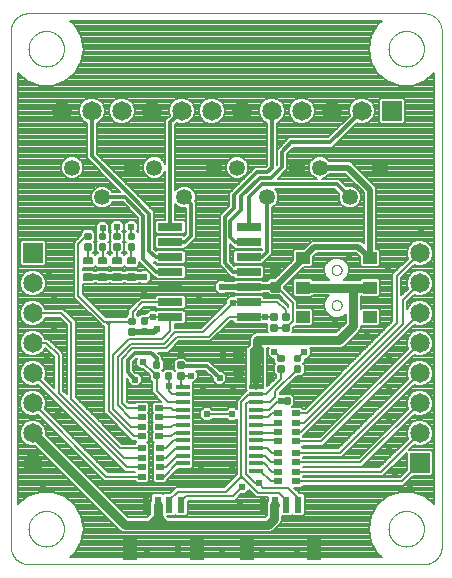
<source format=gtl>
G75*
%MOIN*%
%OFA0B0*%
%FSLAX25Y25*%
%IPPOS*%
%LPD*%
%AMOC8*
5,1,8,0,0,1.08239X$1,22.5*
%
%ADD10C,0.00000*%
%ADD11C,0.01250*%
%ADD12C,0.00875*%
%ADD13R,0.02559X0.01969*%
%ADD14R,0.04528X0.01575*%
%ADD15R,0.08000X0.02600*%
%ADD16R,0.05315X0.05315*%
%ADD17C,0.05315*%
%ADD18C,0.00625*%
%ADD19R,0.02362X0.05315*%
%ADD20R,0.04724X0.07874*%
%ADD21R,0.06500X0.06500*%
%ADD22C,0.06500*%
%ADD23R,0.04528X0.03937*%
%ADD24C,0.00800*%
%ADD25C,0.01200*%
%ADD26C,0.02400*%
%ADD27C,0.03000*%
%ADD28C,0.02000*%
D10*
X0007306Y0001900D02*
X0139117Y0001900D01*
X0139269Y0001902D01*
X0139421Y0001908D01*
X0139573Y0001918D01*
X0139724Y0001931D01*
X0139875Y0001949D01*
X0140026Y0001970D01*
X0140176Y0001996D01*
X0140325Y0002025D01*
X0140474Y0002058D01*
X0140621Y0002095D01*
X0140768Y0002135D01*
X0140913Y0002180D01*
X0141057Y0002228D01*
X0141200Y0002280D01*
X0141342Y0002335D01*
X0141482Y0002394D01*
X0141621Y0002457D01*
X0141758Y0002523D01*
X0141893Y0002593D01*
X0142026Y0002666D01*
X0142157Y0002743D01*
X0142287Y0002823D01*
X0142414Y0002906D01*
X0142539Y0002992D01*
X0142662Y0003082D01*
X0142782Y0003175D01*
X0142900Y0003271D01*
X0143016Y0003370D01*
X0143129Y0003472D01*
X0143239Y0003576D01*
X0143347Y0003684D01*
X0143451Y0003794D01*
X0143553Y0003907D01*
X0143652Y0004023D01*
X0143748Y0004141D01*
X0143841Y0004261D01*
X0143931Y0004384D01*
X0144017Y0004509D01*
X0144100Y0004636D01*
X0144180Y0004766D01*
X0144257Y0004897D01*
X0144330Y0005030D01*
X0144400Y0005165D01*
X0144466Y0005302D01*
X0144529Y0005441D01*
X0144588Y0005581D01*
X0144643Y0005723D01*
X0144695Y0005866D01*
X0144743Y0006010D01*
X0144788Y0006155D01*
X0144828Y0006302D01*
X0144865Y0006449D01*
X0144898Y0006598D01*
X0144927Y0006747D01*
X0144953Y0006897D01*
X0144974Y0007048D01*
X0144992Y0007199D01*
X0145005Y0007350D01*
X0145015Y0007502D01*
X0145021Y0007654D01*
X0145023Y0007806D01*
X0145022Y0007806D02*
X0145022Y0179617D01*
X0145023Y0179617D02*
X0145021Y0179769D01*
X0145015Y0179921D01*
X0145005Y0180073D01*
X0144992Y0180224D01*
X0144974Y0180375D01*
X0144953Y0180526D01*
X0144927Y0180676D01*
X0144898Y0180825D01*
X0144865Y0180974D01*
X0144828Y0181121D01*
X0144788Y0181268D01*
X0144743Y0181413D01*
X0144695Y0181557D01*
X0144643Y0181700D01*
X0144588Y0181842D01*
X0144529Y0181982D01*
X0144466Y0182121D01*
X0144400Y0182258D01*
X0144330Y0182393D01*
X0144257Y0182526D01*
X0144180Y0182657D01*
X0144100Y0182787D01*
X0144017Y0182914D01*
X0143931Y0183039D01*
X0143841Y0183162D01*
X0143748Y0183282D01*
X0143652Y0183400D01*
X0143553Y0183516D01*
X0143451Y0183629D01*
X0143347Y0183739D01*
X0143239Y0183847D01*
X0143129Y0183951D01*
X0143016Y0184053D01*
X0142900Y0184152D01*
X0142782Y0184248D01*
X0142662Y0184341D01*
X0142539Y0184431D01*
X0142414Y0184517D01*
X0142287Y0184600D01*
X0142157Y0184680D01*
X0142026Y0184757D01*
X0141893Y0184830D01*
X0141758Y0184900D01*
X0141621Y0184966D01*
X0141482Y0185029D01*
X0141342Y0185088D01*
X0141200Y0185143D01*
X0141057Y0185195D01*
X0140913Y0185243D01*
X0140768Y0185288D01*
X0140621Y0185328D01*
X0140474Y0185365D01*
X0140325Y0185398D01*
X0140176Y0185427D01*
X0140026Y0185453D01*
X0139875Y0185474D01*
X0139724Y0185492D01*
X0139573Y0185505D01*
X0139421Y0185515D01*
X0139269Y0185521D01*
X0139117Y0185523D01*
X0139117Y0185522D02*
X0007306Y0185522D01*
X0007306Y0185523D02*
X0007154Y0185521D01*
X0007002Y0185515D01*
X0006850Y0185505D01*
X0006699Y0185492D01*
X0006548Y0185474D01*
X0006397Y0185453D01*
X0006247Y0185427D01*
X0006098Y0185398D01*
X0005949Y0185365D01*
X0005802Y0185328D01*
X0005655Y0185288D01*
X0005510Y0185243D01*
X0005366Y0185195D01*
X0005223Y0185143D01*
X0005081Y0185088D01*
X0004941Y0185029D01*
X0004802Y0184966D01*
X0004665Y0184900D01*
X0004530Y0184830D01*
X0004397Y0184757D01*
X0004266Y0184680D01*
X0004136Y0184600D01*
X0004009Y0184517D01*
X0003884Y0184431D01*
X0003761Y0184341D01*
X0003641Y0184248D01*
X0003523Y0184152D01*
X0003407Y0184053D01*
X0003294Y0183951D01*
X0003184Y0183847D01*
X0003076Y0183739D01*
X0002972Y0183629D01*
X0002870Y0183516D01*
X0002771Y0183400D01*
X0002675Y0183282D01*
X0002582Y0183162D01*
X0002492Y0183039D01*
X0002406Y0182914D01*
X0002323Y0182787D01*
X0002243Y0182657D01*
X0002166Y0182526D01*
X0002093Y0182393D01*
X0002023Y0182258D01*
X0001957Y0182121D01*
X0001894Y0181982D01*
X0001835Y0181842D01*
X0001780Y0181700D01*
X0001728Y0181557D01*
X0001680Y0181413D01*
X0001635Y0181268D01*
X0001595Y0181121D01*
X0001558Y0180974D01*
X0001525Y0180825D01*
X0001496Y0180676D01*
X0001470Y0180526D01*
X0001449Y0180375D01*
X0001431Y0180224D01*
X0001418Y0180073D01*
X0001408Y0179921D01*
X0001402Y0179769D01*
X0001400Y0179617D01*
X0001400Y0007806D01*
X0001402Y0007654D01*
X0001408Y0007502D01*
X0001418Y0007350D01*
X0001431Y0007199D01*
X0001449Y0007048D01*
X0001470Y0006897D01*
X0001496Y0006747D01*
X0001525Y0006598D01*
X0001558Y0006449D01*
X0001595Y0006302D01*
X0001635Y0006155D01*
X0001680Y0006010D01*
X0001728Y0005866D01*
X0001780Y0005723D01*
X0001835Y0005581D01*
X0001894Y0005441D01*
X0001957Y0005302D01*
X0002023Y0005165D01*
X0002093Y0005030D01*
X0002166Y0004897D01*
X0002243Y0004766D01*
X0002323Y0004636D01*
X0002406Y0004509D01*
X0002492Y0004384D01*
X0002582Y0004261D01*
X0002675Y0004141D01*
X0002771Y0004023D01*
X0002870Y0003907D01*
X0002972Y0003794D01*
X0003076Y0003684D01*
X0003184Y0003576D01*
X0003294Y0003472D01*
X0003407Y0003370D01*
X0003523Y0003271D01*
X0003641Y0003175D01*
X0003761Y0003082D01*
X0003884Y0002992D01*
X0004009Y0002906D01*
X0004136Y0002823D01*
X0004266Y0002743D01*
X0004397Y0002666D01*
X0004530Y0002593D01*
X0004665Y0002523D01*
X0004802Y0002457D01*
X0004941Y0002394D01*
X0005081Y0002335D01*
X0005223Y0002280D01*
X0005366Y0002228D01*
X0005510Y0002180D01*
X0005655Y0002135D01*
X0005802Y0002095D01*
X0005949Y0002058D01*
X0006098Y0002025D01*
X0006247Y0001996D01*
X0006397Y0001970D01*
X0006548Y0001949D01*
X0006699Y0001931D01*
X0006850Y0001918D01*
X0007002Y0001908D01*
X0007154Y0001902D01*
X0007306Y0001900D01*
X0007305Y0013711D02*
X0007307Y0013864D01*
X0007313Y0014018D01*
X0007323Y0014171D01*
X0007337Y0014323D01*
X0007355Y0014476D01*
X0007377Y0014627D01*
X0007402Y0014778D01*
X0007432Y0014929D01*
X0007466Y0015079D01*
X0007503Y0015227D01*
X0007544Y0015375D01*
X0007589Y0015521D01*
X0007638Y0015667D01*
X0007691Y0015811D01*
X0007747Y0015953D01*
X0007807Y0016094D01*
X0007871Y0016234D01*
X0007938Y0016372D01*
X0008009Y0016508D01*
X0008084Y0016642D01*
X0008161Y0016774D01*
X0008243Y0016904D01*
X0008327Y0017032D01*
X0008415Y0017158D01*
X0008506Y0017281D01*
X0008600Y0017402D01*
X0008698Y0017520D01*
X0008798Y0017636D01*
X0008902Y0017749D01*
X0009008Y0017860D01*
X0009117Y0017968D01*
X0009229Y0018073D01*
X0009343Y0018174D01*
X0009461Y0018273D01*
X0009580Y0018369D01*
X0009702Y0018462D01*
X0009827Y0018551D01*
X0009954Y0018638D01*
X0010083Y0018720D01*
X0010214Y0018800D01*
X0010347Y0018876D01*
X0010482Y0018949D01*
X0010619Y0019018D01*
X0010758Y0019083D01*
X0010898Y0019145D01*
X0011040Y0019203D01*
X0011183Y0019258D01*
X0011328Y0019309D01*
X0011474Y0019356D01*
X0011621Y0019399D01*
X0011769Y0019438D01*
X0011918Y0019474D01*
X0012068Y0019505D01*
X0012219Y0019533D01*
X0012370Y0019557D01*
X0012523Y0019577D01*
X0012675Y0019593D01*
X0012828Y0019605D01*
X0012981Y0019613D01*
X0013134Y0019617D01*
X0013288Y0019617D01*
X0013441Y0019613D01*
X0013594Y0019605D01*
X0013747Y0019593D01*
X0013899Y0019577D01*
X0014052Y0019557D01*
X0014203Y0019533D01*
X0014354Y0019505D01*
X0014504Y0019474D01*
X0014653Y0019438D01*
X0014801Y0019399D01*
X0014948Y0019356D01*
X0015094Y0019309D01*
X0015239Y0019258D01*
X0015382Y0019203D01*
X0015524Y0019145D01*
X0015664Y0019083D01*
X0015803Y0019018D01*
X0015940Y0018949D01*
X0016075Y0018876D01*
X0016208Y0018800D01*
X0016339Y0018720D01*
X0016468Y0018638D01*
X0016595Y0018551D01*
X0016720Y0018462D01*
X0016842Y0018369D01*
X0016961Y0018273D01*
X0017079Y0018174D01*
X0017193Y0018073D01*
X0017305Y0017968D01*
X0017414Y0017860D01*
X0017520Y0017749D01*
X0017624Y0017636D01*
X0017724Y0017520D01*
X0017822Y0017402D01*
X0017916Y0017281D01*
X0018007Y0017158D01*
X0018095Y0017032D01*
X0018179Y0016904D01*
X0018261Y0016774D01*
X0018338Y0016642D01*
X0018413Y0016508D01*
X0018484Y0016372D01*
X0018551Y0016234D01*
X0018615Y0016094D01*
X0018675Y0015953D01*
X0018731Y0015811D01*
X0018784Y0015667D01*
X0018833Y0015521D01*
X0018878Y0015375D01*
X0018919Y0015227D01*
X0018956Y0015079D01*
X0018990Y0014929D01*
X0019020Y0014778D01*
X0019045Y0014627D01*
X0019067Y0014476D01*
X0019085Y0014323D01*
X0019099Y0014171D01*
X0019109Y0014018D01*
X0019115Y0013864D01*
X0019117Y0013711D01*
X0019115Y0013558D01*
X0019109Y0013404D01*
X0019099Y0013251D01*
X0019085Y0013099D01*
X0019067Y0012946D01*
X0019045Y0012795D01*
X0019020Y0012644D01*
X0018990Y0012493D01*
X0018956Y0012343D01*
X0018919Y0012195D01*
X0018878Y0012047D01*
X0018833Y0011901D01*
X0018784Y0011755D01*
X0018731Y0011611D01*
X0018675Y0011469D01*
X0018615Y0011328D01*
X0018551Y0011188D01*
X0018484Y0011050D01*
X0018413Y0010914D01*
X0018338Y0010780D01*
X0018261Y0010648D01*
X0018179Y0010518D01*
X0018095Y0010390D01*
X0018007Y0010264D01*
X0017916Y0010141D01*
X0017822Y0010020D01*
X0017724Y0009902D01*
X0017624Y0009786D01*
X0017520Y0009673D01*
X0017414Y0009562D01*
X0017305Y0009454D01*
X0017193Y0009349D01*
X0017079Y0009248D01*
X0016961Y0009149D01*
X0016842Y0009053D01*
X0016720Y0008960D01*
X0016595Y0008871D01*
X0016468Y0008784D01*
X0016339Y0008702D01*
X0016208Y0008622D01*
X0016075Y0008546D01*
X0015940Y0008473D01*
X0015803Y0008404D01*
X0015664Y0008339D01*
X0015524Y0008277D01*
X0015382Y0008219D01*
X0015239Y0008164D01*
X0015094Y0008113D01*
X0014948Y0008066D01*
X0014801Y0008023D01*
X0014653Y0007984D01*
X0014504Y0007948D01*
X0014354Y0007917D01*
X0014203Y0007889D01*
X0014052Y0007865D01*
X0013899Y0007845D01*
X0013747Y0007829D01*
X0013594Y0007817D01*
X0013441Y0007809D01*
X0013288Y0007805D01*
X0013134Y0007805D01*
X0012981Y0007809D01*
X0012828Y0007817D01*
X0012675Y0007829D01*
X0012523Y0007845D01*
X0012370Y0007865D01*
X0012219Y0007889D01*
X0012068Y0007917D01*
X0011918Y0007948D01*
X0011769Y0007984D01*
X0011621Y0008023D01*
X0011474Y0008066D01*
X0011328Y0008113D01*
X0011183Y0008164D01*
X0011040Y0008219D01*
X0010898Y0008277D01*
X0010758Y0008339D01*
X0010619Y0008404D01*
X0010482Y0008473D01*
X0010347Y0008546D01*
X0010214Y0008622D01*
X0010083Y0008702D01*
X0009954Y0008784D01*
X0009827Y0008871D01*
X0009702Y0008960D01*
X0009580Y0009053D01*
X0009461Y0009149D01*
X0009343Y0009248D01*
X0009229Y0009349D01*
X0009117Y0009454D01*
X0009008Y0009562D01*
X0008902Y0009673D01*
X0008798Y0009786D01*
X0008698Y0009902D01*
X0008600Y0010020D01*
X0008506Y0010141D01*
X0008415Y0010264D01*
X0008327Y0010390D01*
X0008243Y0010518D01*
X0008161Y0010648D01*
X0008084Y0010780D01*
X0008009Y0010914D01*
X0007938Y0011050D01*
X0007871Y0011188D01*
X0007807Y0011328D01*
X0007747Y0011469D01*
X0007691Y0011611D01*
X0007638Y0011755D01*
X0007589Y0011901D01*
X0007544Y0012047D01*
X0007503Y0012195D01*
X0007466Y0012343D01*
X0007432Y0012493D01*
X0007402Y0012644D01*
X0007377Y0012795D01*
X0007355Y0012946D01*
X0007337Y0013099D01*
X0007323Y0013251D01*
X0007313Y0013404D01*
X0007307Y0013558D01*
X0007305Y0013711D01*
X0108327Y0088194D02*
X0108329Y0088275D01*
X0108335Y0088357D01*
X0108345Y0088438D01*
X0108359Y0088518D01*
X0108376Y0088597D01*
X0108398Y0088676D01*
X0108423Y0088753D01*
X0108452Y0088830D01*
X0108485Y0088904D01*
X0108522Y0088977D01*
X0108561Y0089048D01*
X0108605Y0089117D01*
X0108651Y0089184D01*
X0108701Y0089248D01*
X0108754Y0089310D01*
X0108810Y0089370D01*
X0108868Y0089426D01*
X0108930Y0089480D01*
X0108994Y0089531D01*
X0109060Y0089578D01*
X0109128Y0089622D01*
X0109199Y0089663D01*
X0109271Y0089700D01*
X0109346Y0089734D01*
X0109421Y0089764D01*
X0109499Y0089790D01*
X0109577Y0089813D01*
X0109656Y0089831D01*
X0109736Y0089846D01*
X0109817Y0089857D01*
X0109898Y0089864D01*
X0109980Y0089867D01*
X0110061Y0089866D01*
X0110142Y0089861D01*
X0110223Y0089852D01*
X0110304Y0089839D01*
X0110384Y0089822D01*
X0110462Y0089802D01*
X0110540Y0089777D01*
X0110617Y0089749D01*
X0110692Y0089717D01*
X0110765Y0089682D01*
X0110836Y0089643D01*
X0110906Y0089600D01*
X0110973Y0089555D01*
X0111039Y0089506D01*
X0111101Y0089454D01*
X0111161Y0089398D01*
X0111218Y0089340D01*
X0111273Y0089280D01*
X0111324Y0089216D01*
X0111372Y0089151D01*
X0111417Y0089083D01*
X0111459Y0089013D01*
X0111497Y0088941D01*
X0111532Y0088867D01*
X0111563Y0088792D01*
X0111590Y0088715D01*
X0111613Y0088637D01*
X0111633Y0088558D01*
X0111649Y0088478D01*
X0111661Y0088397D01*
X0111669Y0088316D01*
X0111673Y0088235D01*
X0111673Y0088153D01*
X0111669Y0088072D01*
X0111661Y0087991D01*
X0111649Y0087910D01*
X0111633Y0087830D01*
X0111613Y0087751D01*
X0111590Y0087673D01*
X0111563Y0087596D01*
X0111532Y0087521D01*
X0111497Y0087447D01*
X0111459Y0087375D01*
X0111417Y0087305D01*
X0111372Y0087237D01*
X0111324Y0087172D01*
X0111273Y0087108D01*
X0111218Y0087048D01*
X0111161Y0086990D01*
X0111101Y0086934D01*
X0111039Y0086882D01*
X0110973Y0086833D01*
X0110906Y0086788D01*
X0110837Y0086745D01*
X0110765Y0086706D01*
X0110692Y0086671D01*
X0110617Y0086639D01*
X0110540Y0086611D01*
X0110462Y0086586D01*
X0110384Y0086566D01*
X0110304Y0086549D01*
X0110223Y0086536D01*
X0110142Y0086527D01*
X0110061Y0086522D01*
X0109980Y0086521D01*
X0109898Y0086524D01*
X0109817Y0086531D01*
X0109736Y0086542D01*
X0109656Y0086557D01*
X0109577Y0086575D01*
X0109499Y0086598D01*
X0109421Y0086624D01*
X0109346Y0086654D01*
X0109271Y0086688D01*
X0109199Y0086725D01*
X0109128Y0086766D01*
X0109060Y0086810D01*
X0108994Y0086857D01*
X0108930Y0086908D01*
X0108868Y0086962D01*
X0108810Y0087018D01*
X0108754Y0087078D01*
X0108701Y0087140D01*
X0108651Y0087204D01*
X0108605Y0087271D01*
X0108561Y0087340D01*
X0108522Y0087411D01*
X0108485Y0087484D01*
X0108452Y0087558D01*
X0108423Y0087635D01*
X0108398Y0087712D01*
X0108376Y0087791D01*
X0108359Y0087870D01*
X0108345Y0087950D01*
X0108335Y0088031D01*
X0108329Y0088113D01*
X0108327Y0088194D01*
X0108327Y0100006D02*
X0108329Y0100087D01*
X0108335Y0100169D01*
X0108345Y0100250D01*
X0108359Y0100330D01*
X0108376Y0100409D01*
X0108398Y0100488D01*
X0108423Y0100565D01*
X0108452Y0100642D01*
X0108485Y0100716D01*
X0108522Y0100789D01*
X0108561Y0100860D01*
X0108605Y0100929D01*
X0108651Y0100996D01*
X0108701Y0101060D01*
X0108754Y0101122D01*
X0108810Y0101182D01*
X0108868Y0101238D01*
X0108930Y0101292D01*
X0108994Y0101343D01*
X0109060Y0101390D01*
X0109128Y0101434D01*
X0109199Y0101475D01*
X0109271Y0101512D01*
X0109346Y0101546D01*
X0109421Y0101576D01*
X0109499Y0101602D01*
X0109577Y0101625D01*
X0109656Y0101643D01*
X0109736Y0101658D01*
X0109817Y0101669D01*
X0109898Y0101676D01*
X0109980Y0101679D01*
X0110061Y0101678D01*
X0110142Y0101673D01*
X0110223Y0101664D01*
X0110304Y0101651D01*
X0110384Y0101634D01*
X0110462Y0101614D01*
X0110540Y0101589D01*
X0110617Y0101561D01*
X0110692Y0101529D01*
X0110765Y0101494D01*
X0110836Y0101455D01*
X0110906Y0101412D01*
X0110973Y0101367D01*
X0111039Y0101318D01*
X0111101Y0101266D01*
X0111161Y0101210D01*
X0111218Y0101152D01*
X0111273Y0101092D01*
X0111324Y0101028D01*
X0111372Y0100963D01*
X0111417Y0100895D01*
X0111459Y0100825D01*
X0111497Y0100753D01*
X0111532Y0100679D01*
X0111563Y0100604D01*
X0111590Y0100527D01*
X0111613Y0100449D01*
X0111633Y0100370D01*
X0111649Y0100290D01*
X0111661Y0100209D01*
X0111669Y0100128D01*
X0111673Y0100047D01*
X0111673Y0099965D01*
X0111669Y0099884D01*
X0111661Y0099803D01*
X0111649Y0099722D01*
X0111633Y0099642D01*
X0111613Y0099563D01*
X0111590Y0099485D01*
X0111563Y0099408D01*
X0111532Y0099333D01*
X0111497Y0099259D01*
X0111459Y0099187D01*
X0111417Y0099117D01*
X0111372Y0099049D01*
X0111324Y0098984D01*
X0111273Y0098920D01*
X0111218Y0098860D01*
X0111161Y0098802D01*
X0111101Y0098746D01*
X0111039Y0098694D01*
X0110973Y0098645D01*
X0110906Y0098600D01*
X0110837Y0098557D01*
X0110765Y0098518D01*
X0110692Y0098483D01*
X0110617Y0098451D01*
X0110540Y0098423D01*
X0110462Y0098398D01*
X0110384Y0098378D01*
X0110304Y0098361D01*
X0110223Y0098348D01*
X0110142Y0098339D01*
X0110061Y0098334D01*
X0109980Y0098333D01*
X0109898Y0098336D01*
X0109817Y0098343D01*
X0109736Y0098354D01*
X0109656Y0098369D01*
X0109577Y0098387D01*
X0109499Y0098410D01*
X0109421Y0098436D01*
X0109346Y0098466D01*
X0109271Y0098500D01*
X0109199Y0098537D01*
X0109128Y0098578D01*
X0109060Y0098622D01*
X0108994Y0098669D01*
X0108930Y0098720D01*
X0108868Y0098774D01*
X0108810Y0098830D01*
X0108754Y0098890D01*
X0108701Y0098952D01*
X0108651Y0099016D01*
X0108605Y0099083D01*
X0108561Y0099152D01*
X0108522Y0099223D01*
X0108485Y0099296D01*
X0108452Y0099370D01*
X0108423Y0099447D01*
X0108398Y0099524D01*
X0108376Y0099603D01*
X0108359Y0099682D01*
X0108345Y0099762D01*
X0108335Y0099843D01*
X0108329Y0099925D01*
X0108327Y0100006D01*
X0127305Y0173711D02*
X0127307Y0173864D01*
X0127313Y0174018D01*
X0127323Y0174171D01*
X0127337Y0174323D01*
X0127355Y0174476D01*
X0127377Y0174627D01*
X0127402Y0174778D01*
X0127432Y0174929D01*
X0127466Y0175079D01*
X0127503Y0175227D01*
X0127544Y0175375D01*
X0127589Y0175521D01*
X0127638Y0175667D01*
X0127691Y0175811D01*
X0127747Y0175953D01*
X0127807Y0176094D01*
X0127871Y0176234D01*
X0127938Y0176372D01*
X0128009Y0176508D01*
X0128084Y0176642D01*
X0128161Y0176774D01*
X0128243Y0176904D01*
X0128327Y0177032D01*
X0128415Y0177158D01*
X0128506Y0177281D01*
X0128600Y0177402D01*
X0128698Y0177520D01*
X0128798Y0177636D01*
X0128902Y0177749D01*
X0129008Y0177860D01*
X0129117Y0177968D01*
X0129229Y0178073D01*
X0129343Y0178174D01*
X0129461Y0178273D01*
X0129580Y0178369D01*
X0129702Y0178462D01*
X0129827Y0178551D01*
X0129954Y0178638D01*
X0130083Y0178720D01*
X0130214Y0178800D01*
X0130347Y0178876D01*
X0130482Y0178949D01*
X0130619Y0179018D01*
X0130758Y0179083D01*
X0130898Y0179145D01*
X0131040Y0179203D01*
X0131183Y0179258D01*
X0131328Y0179309D01*
X0131474Y0179356D01*
X0131621Y0179399D01*
X0131769Y0179438D01*
X0131918Y0179474D01*
X0132068Y0179505D01*
X0132219Y0179533D01*
X0132370Y0179557D01*
X0132523Y0179577D01*
X0132675Y0179593D01*
X0132828Y0179605D01*
X0132981Y0179613D01*
X0133134Y0179617D01*
X0133288Y0179617D01*
X0133441Y0179613D01*
X0133594Y0179605D01*
X0133747Y0179593D01*
X0133899Y0179577D01*
X0134052Y0179557D01*
X0134203Y0179533D01*
X0134354Y0179505D01*
X0134504Y0179474D01*
X0134653Y0179438D01*
X0134801Y0179399D01*
X0134948Y0179356D01*
X0135094Y0179309D01*
X0135239Y0179258D01*
X0135382Y0179203D01*
X0135524Y0179145D01*
X0135664Y0179083D01*
X0135803Y0179018D01*
X0135940Y0178949D01*
X0136075Y0178876D01*
X0136208Y0178800D01*
X0136339Y0178720D01*
X0136468Y0178638D01*
X0136595Y0178551D01*
X0136720Y0178462D01*
X0136842Y0178369D01*
X0136961Y0178273D01*
X0137079Y0178174D01*
X0137193Y0178073D01*
X0137305Y0177968D01*
X0137414Y0177860D01*
X0137520Y0177749D01*
X0137624Y0177636D01*
X0137724Y0177520D01*
X0137822Y0177402D01*
X0137916Y0177281D01*
X0138007Y0177158D01*
X0138095Y0177032D01*
X0138179Y0176904D01*
X0138261Y0176774D01*
X0138338Y0176642D01*
X0138413Y0176508D01*
X0138484Y0176372D01*
X0138551Y0176234D01*
X0138615Y0176094D01*
X0138675Y0175953D01*
X0138731Y0175811D01*
X0138784Y0175667D01*
X0138833Y0175521D01*
X0138878Y0175375D01*
X0138919Y0175227D01*
X0138956Y0175079D01*
X0138990Y0174929D01*
X0139020Y0174778D01*
X0139045Y0174627D01*
X0139067Y0174476D01*
X0139085Y0174323D01*
X0139099Y0174171D01*
X0139109Y0174018D01*
X0139115Y0173864D01*
X0139117Y0173711D01*
X0139115Y0173558D01*
X0139109Y0173404D01*
X0139099Y0173251D01*
X0139085Y0173099D01*
X0139067Y0172946D01*
X0139045Y0172795D01*
X0139020Y0172644D01*
X0138990Y0172493D01*
X0138956Y0172343D01*
X0138919Y0172195D01*
X0138878Y0172047D01*
X0138833Y0171901D01*
X0138784Y0171755D01*
X0138731Y0171611D01*
X0138675Y0171469D01*
X0138615Y0171328D01*
X0138551Y0171188D01*
X0138484Y0171050D01*
X0138413Y0170914D01*
X0138338Y0170780D01*
X0138261Y0170648D01*
X0138179Y0170518D01*
X0138095Y0170390D01*
X0138007Y0170264D01*
X0137916Y0170141D01*
X0137822Y0170020D01*
X0137724Y0169902D01*
X0137624Y0169786D01*
X0137520Y0169673D01*
X0137414Y0169562D01*
X0137305Y0169454D01*
X0137193Y0169349D01*
X0137079Y0169248D01*
X0136961Y0169149D01*
X0136842Y0169053D01*
X0136720Y0168960D01*
X0136595Y0168871D01*
X0136468Y0168784D01*
X0136339Y0168702D01*
X0136208Y0168622D01*
X0136075Y0168546D01*
X0135940Y0168473D01*
X0135803Y0168404D01*
X0135664Y0168339D01*
X0135524Y0168277D01*
X0135382Y0168219D01*
X0135239Y0168164D01*
X0135094Y0168113D01*
X0134948Y0168066D01*
X0134801Y0168023D01*
X0134653Y0167984D01*
X0134504Y0167948D01*
X0134354Y0167917D01*
X0134203Y0167889D01*
X0134052Y0167865D01*
X0133899Y0167845D01*
X0133747Y0167829D01*
X0133594Y0167817D01*
X0133441Y0167809D01*
X0133288Y0167805D01*
X0133134Y0167805D01*
X0132981Y0167809D01*
X0132828Y0167817D01*
X0132675Y0167829D01*
X0132523Y0167845D01*
X0132370Y0167865D01*
X0132219Y0167889D01*
X0132068Y0167917D01*
X0131918Y0167948D01*
X0131769Y0167984D01*
X0131621Y0168023D01*
X0131474Y0168066D01*
X0131328Y0168113D01*
X0131183Y0168164D01*
X0131040Y0168219D01*
X0130898Y0168277D01*
X0130758Y0168339D01*
X0130619Y0168404D01*
X0130482Y0168473D01*
X0130347Y0168546D01*
X0130214Y0168622D01*
X0130083Y0168702D01*
X0129954Y0168784D01*
X0129827Y0168871D01*
X0129702Y0168960D01*
X0129580Y0169053D01*
X0129461Y0169149D01*
X0129343Y0169248D01*
X0129229Y0169349D01*
X0129117Y0169454D01*
X0129008Y0169562D01*
X0128902Y0169673D01*
X0128798Y0169786D01*
X0128698Y0169902D01*
X0128600Y0170020D01*
X0128506Y0170141D01*
X0128415Y0170264D01*
X0128327Y0170390D01*
X0128243Y0170518D01*
X0128161Y0170648D01*
X0128084Y0170780D01*
X0128009Y0170914D01*
X0127938Y0171050D01*
X0127871Y0171188D01*
X0127807Y0171328D01*
X0127747Y0171469D01*
X0127691Y0171611D01*
X0127638Y0171755D01*
X0127589Y0171901D01*
X0127544Y0172047D01*
X0127503Y0172195D01*
X0127466Y0172343D01*
X0127432Y0172493D01*
X0127402Y0172644D01*
X0127377Y0172795D01*
X0127355Y0172946D01*
X0127337Y0173099D01*
X0127323Y0173251D01*
X0127313Y0173404D01*
X0127307Y0173558D01*
X0127305Y0173711D01*
X0007305Y0173711D02*
X0007307Y0173864D01*
X0007313Y0174018D01*
X0007323Y0174171D01*
X0007337Y0174323D01*
X0007355Y0174476D01*
X0007377Y0174627D01*
X0007402Y0174778D01*
X0007432Y0174929D01*
X0007466Y0175079D01*
X0007503Y0175227D01*
X0007544Y0175375D01*
X0007589Y0175521D01*
X0007638Y0175667D01*
X0007691Y0175811D01*
X0007747Y0175953D01*
X0007807Y0176094D01*
X0007871Y0176234D01*
X0007938Y0176372D01*
X0008009Y0176508D01*
X0008084Y0176642D01*
X0008161Y0176774D01*
X0008243Y0176904D01*
X0008327Y0177032D01*
X0008415Y0177158D01*
X0008506Y0177281D01*
X0008600Y0177402D01*
X0008698Y0177520D01*
X0008798Y0177636D01*
X0008902Y0177749D01*
X0009008Y0177860D01*
X0009117Y0177968D01*
X0009229Y0178073D01*
X0009343Y0178174D01*
X0009461Y0178273D01*
X0009580Y0178369D01*
X0009702Y0178462D01*
X0009827Y0178551D01*
X0009954Y0178638D01*
X0010083Y0178720D01*
X0010214Y0178800D01*
X0010347Y0178876D01*
X0010482Y0178949D01*
X0010619Y0179018D01*
X0010758Y0179083D01*
X0010898Y0179145D01*
X0011040Y0179203D01*
X0011183Y0179258D01*
X0011328Y0179309D01*
X0011474Y0179356D01*
X0011621Y0179399D01*
X0011769Y0179438D01*
X0011918Y0179474D01*
X0012068Y0179505D01*
X0012219Y0179533D01*
X0012370Y0179557D01*
X0012523Y0179577D01*
X0012675Y0179593D01*
X0012828Y0179605D01*
X0012981Y0179613D01*
X0013134Y0179617D01*
X0013288Y0179617D01*
X0013441Y0179613D01*
X0013594Y0179605D01*
X0013747Y0179593D01*
X0013899Y0179577D01*
X0014052Y0179557D01*
X0014203Y0179533D01*
X0014354Y0179505D01*
X0014504Y0179474D01*
X0014653Y0179438D01*
X0014801Y0179399D01*
X0014948Y0179356D01*
X0015094Y0179309D01*
X0015239Y0179258D01*
X0015382Y0179203D01*
X0015524Y0179145D01*
X0015664Y0179083D01*
X0015803Y0179018D01*
X0015940Y0178949D01*
X0016075Y0178876D01*
X0016208Y0178800D01*
X0016339Y0178720D01*
X0016468Y0178638D01*
X0016595Y0178551D01*
X0016720Y0178462D01*
X0016842Y0178369D01*
X0016961Y0178273D01*
X0017079Y0178174D01*
X0017193Y0178073D01*
X0017305Y0177968D01*
X0017414Y0177860D01*
X0017520Y0177749D01*
X0017624Y0177636D01*
X0017724Y0177520D01*
X0017822Y0177402D01*
X0017916Y0177281D01*
X0018007Y0177158D01*
X0018095Y0177032D01*
X0018179Y0176904D01*
X0018261Y0176774D01*
X0018338Y0176642D01*
X0018413Y0176508D01*
X0018484Y0176372D01*
X0018551Y0176234D01*
X0018615Y0176094D01*
X0018675Y0175953D01*
X0018731Y0175811D01*
X0018784Y0175667D01*
X0018833Y0175521D01*
X0018878Y0175375D01*
X0018919Y0175227D01*
X0018956Y0175079D01*
X0018990Y0174929D01*
X0019020Y0174778D01*
X0019045Y0174627D01*
X0019067Y0174476D01*
X0019085Y0174323D01*
X0019099Y0174171D01*
X0019109Y0174018D01*
X0019115Y0173864D01*
X0019117Y0173711D01*
X0019115Y0173558D01*
X0019109Y0173404D01*
X0019099Y0173251D01*
X0019085Y0173099D01*
X0019067Y0172946D01*
X0019045Y0172795D01*
X0019020Y0172644D01*
X0018990Y0172493D01*
X0018956Y0172343D01*
X0018919Y0172195D01*
X0018878Y0172047D01*
X0018833Y0171901D01*
X0018784Y0171755D01*
X0018731Y0171611D01*
X0018675Y0171469D01*
X0018615Y0171328D01*
X0018551Y0171188D01*
X0018484Y0171050D01*
X0018413Y0170914D01*
X0018338Y0170780D01*
X0018261Y0170648D01*
X0018179Y0170518D01*
X0018095Y0170390D01*
X0018007Y0170264D01*
X0017916Y0170141D01*
X0017822Y0170020D01*
X0017724Y0169902D01*
X0017624Y0169786D01*
X0017520Y0169673D01*
X0017414Y0169562D01*
X0017305Y0169454D01*
X0017193Y0169349D01*
X0017079Y0169248D01*
X0016961Y0169149D01*
X0016842Y0169053D01*
X0016720Y0168960D01*
X0016595Y0168871D01*
X0016468Y0168784D01*
X0016339Y0168702D01*
X0016208Y0168622D01*
X0016075Y0168546D01*
X0015940Y0168473D01*
X0015803Y0168404D01*
X0015664Y0168339D01*
X0015524Y0168277D01*
X0015382Y0168219D01*
X0015239Y0168164D01*
X0015094Y0168113D01*
X0014948Y0168066D01*
X0014801Y0168023D01*
X0014653Y0167984D01*
X0014504Y0167948D01*
X0014354Y0167917D01*
X0014203Y0167889D01*
X0014052Y0167865D01*
X0013899Y0167845D01*
X0013747Y0167829D01*
X0013594Y0167817D01*
X0013441Y0167809D01*
X0013288Y0167805D01*
X0013134Y0167805D01*
X0012981Y0167809D01*
X0012828Y0167817D01*
X0012675Y0167829D01*
X0012523Y0167845D01*
X0012370Y0167865D01*
X0012219Y0167889D01*
X0012068Y0167917D01*
X0011918Y0167948D01*
X0011769Y0167984D01*
X0011621Y0168023D01*
X0011474Y0168066D01*
X0011328Y0168113D01*
X0011183Y0168164D01*
X0011040Y0168219D01*
X0010898Y0168277D01*
X0010758Y0168339D01*
X0010619Y0168404D01*
X0010482Y0168473D01*
X0010347Y0168546D01*
X0010214Y0168622D01*
X0010083Y0168702D01*
X0009954Y0168784D01*
X0009827Y0168871D01*
X0009702Y0168960D01*
X0009580Y0169053D01*
X0009461Y0169149D01*
X0009343Y0169248D01*
X0009229Y0169349D01*
X0009117Y0169454D01*
X0009008Y0169562D01*
X0008902Y0169673D01*
X0008798Y0169786D01*
X0008698Y0169902D01*
X0008600Y0170020D01*
X0008506Y0170141D01*
X0008415Y0170264D01*
X0008327Y0170390D01*
X0008243Y0170518D01*
X0008161Y0170648D01*
X0008084Y0170780D01*
X0008009Y0170914D01*
X0007938Y0171050D01*
X0007871Y0171188D01*
X0007807Y0171328D01*
X0007747Y0171469D01*
X0007691Y0171611D01*
X0007638Y0171755D01*
X0007589Y0171901D01*
X0007544Y0172047D01*
X0007503Y0172195D01*
X0007466Y0172343D01*
X0007432Y0172493D01*
X0007402Y0172644D01*
X0007377Y0172795D01*
X0007355Y0172946D01*
X0007337Y0173099D01*
X0007323Y0173251D01*
X0007313Y0173404D01*
X0007307Y0173558D01*
X0007305Y0173711D01*
X0127305Y0013711D02*
X0127307Y0013864D01*
X0127313Y0014018D01*
X0127323Y0014171D01*
X0127337Y0014323D01*
X0127355Y0014476D01*
X0127377Y0014627D01*
X0127402Y0014778D01*
X0127432Y0014929D01*
X0127466Y0015079D01*
X0127503Y0015227D01*
X0127544Y0015375D01*
X0127589Y0015521D01*
X0127638Y0015667D01*
X0127691Y0015811D01*
X0127747Y0015953D01*
X0127807Y0016094D01*
X0127871Y0016234D01*
X0127938Y0016372D01*
X0128009Y0016508D01*
X0128084Y0016642D01*
X0128161Y0016774D01*
X0128243Y0016904D01*
X0128327Y0017032D01*
X0128415Y0017158D01*
X0128506Y0017281D01*
X0128600Y0017402D01*
X0128698Y0017520D01*
X0128798Y0017636D01*
X0128902Y0017749D01*
X0129008Y0017860D01*
X0129117Y0017968D01*
X0129229Y0018073D01*
X0129343Y0018174D01*
X0129461Y0018273D01*
X0129580Y0018369D01*
X0129702Y0018462D01*
X0129827Y0018551D01*
X0129954Y0018638D01*
X0130083Y0018720D01*
X0130214Y0018800D01*
X0130347Y0018876D01*
X0130482Y0018949D01*
X0130619Y0019018D01*
X0130758Y0019083D01*
X0130898Y0019145D01*
X0131040Y0019203D01*
X0131183Y0019258D01*
X0131328Y0019309D01*
X0131474Y0019356D01*
X0131621Y0019399D01*
X0131769Y0019438D01*
X0131918Y0019474D01*
X0132068Y0019505D01*
X0132219Y0019533D01*
X0132370Y0019557D01*
X0132523Y0019577D01*
X0132675Y0019593D01*
X0132828Y0019605D01*
X0132981Y0019613D01*
X0133134Y0019617D01*
X0133288Y0019617D01*
X0133441Y0019613D01*
X0133594Y0019605D01*
X0133747Y0019593D01*
X0133899Y0019577D01*
X0134052Y0019557D01*
X0134203Y0019533D01*
X0134354Y0019505D01*
X0134504Y0019474D01*
X0134653Y0019438D01*
X0134801Y0019399D01*
X0134948Y0019356D01*
X0135094Y0019309D01*
X0135239Y0019258D01*
X0135382Y0019203D01*
X0135524Y0019145D01*
X0135664Y0019083D01*
X0135803Y0019018D01*
X0135940Y0018949D01*
X0136075Y0018876D01*
X0136208Y0018800D01*
X0136339Y0018720D01*
X0136468Y0018638D01*
X0136595Y0018551D01*
X0136720Y0018462D01*
X0136842Y0018369D01*
X0136961Y0018273D01*
X0137079Y0018174D01*
X0137193Y0018073D01*
X0137305Y0017968D01*
X0137414Y0017860D01*
X0137520Y0017749D01*
X0137624Y0017636D01*
X0137724Y0017520D01*
X0137822Y0017402D01*
X0137916Y0017281D01*
X0138007Y0017158D01*
X0138095Y0017032D01*
X0138179Y0016904D01*
X0138261Y0016774D01*
X0138338Y0016642D01*
X0138413Y0016508D01*
X0138484Y0016372D01*
X0138551Y0016234D01*
X0138615Y0016094D01*
X0138675Y0015953D01*
X0138731Y0015811D01*
X0138784Y0015667D01*
X0138833Y0015521D01*
X0138878Y0015375D01*
X0138919Y0015227D01*
X0138956Y0015079D01*
X0138990Y0014929D01*
X0139020Y0014778D01*
X0139045Y0014627D01*
X0139067Y0014476D01*
X0139085Y0014323D01*
X0139099Y0014171D01*
X0139109Y0014018D01*
X0139115Y0013864D01*
X0139117Y0013711D01*
X0139115Y0013558D01*
X0139109Y0013404D01*
X0139099Y0013251D01*
X0139085Y0013099D01*
X0139067Y0012946D01*
X0139045Y0012795D01*
X0139020Y0012644D01*
X0138990Y0012493D01*
X0138956Y0012343D01*
X0138919Y0012195D01*
X0138878Y0012047D01*
X0138833Y0011901D01*
X0138784Y0011755D01*
X0138731Y0011611D01*
X0138675Y0011469D01*
X0138615Y0011328D01*
X0138551Y0011188D01*
X0138484Y0011050D01*
X0138413Y0010914D01*
X0138338Y0010780D01*
X0138261Y0010648D01*
X0138179Y0010518D01*
X0138095Y0010390D01*
X0138007Y0010264D01*
X0137916Y0010141D01*
X0137822Y0010020D01*
X0137724Y0009902D01*
X0137624Y0009786D01*
X0137520Y0009673D01*
X0137414Y0009562D01*
X0137305Y0009454D01*
X0137193Y0009349D01*
X0137079Y0009248D01*
X0136961Y0009149D01*
X0136842Y0009053D01*
X0136720Y0008960D01*
X0136595Y0008871D01*
X0136468Y0008784D01*
X0136339Y0008702D01*
X0136208Y0008622D01*
X0136075Y0008546D01*
X0135940Y0008473D01*
X0135803Y0008404D01*
X0135664Y0008339D01*
X0135524Y0008277D01*
X0135382Y0008219D01*
X0135239Y0008164D01*
X0135094Y0008113D01*
X0134948Y0008066D01*
X0134801Y0008023D01*
X0134653Y0007984D01*
X0134504Y0007948D01*
X0134354Y0007917D01*
X0134203Y0007889D01*
X0134052Y0007865D01*
X0133899Y0007845D01*
X0133747Y0007829D01*
X0133594Y0007817D01*
X0133441Y0007809D01*
X0133288Y0007805D01*
X0133134Y0007805D01*
X0132981Y0007809D01*
X0132828Y0007817D01*
X0132675Y0007829D01*
X0132523Y0007845D01*
X0132370Y0007865D01*
X0132219Y0007889D01*
X0132068Y0007917D01*
X0131918Y0007948D01*
X0131769Y0007984D01*
X0131621Y0008023D01*
X0131474Y0008066D01*
X0131328Y0008113D01*
X0131183Y0008164D01*
X0131040Y0008219D01*
X0130898Y0008277D01*
X0130758Y0008339D01*
X0130619Y0008404D01*
X0130482Y0008473D01*
X0130347Y0008546D01*
X0130214Y0008622D01*
X0130083Y0008702D01*
X0129954Y0008784D01*
X0129827Y0008871D01*
X0129702Y0008960D01*
X0129580Y0009053D01*
X0129461Y0009149D01*
X0129343Y0009248D01*
X0129229Y0009349D01*
X0129117Y0009454D01*
X0129008Y0009562D01*
X0128902Y0009673D01*
X0128798Y0009786D01*
X0128698Y0009902D01*
X0128600Y0010020D01*
X0128506Y0010141D01*
X0128415Y0010264D01*
X0128327Y0010390D01*
X0128243Y0010518D01*
X0128161Y0010648D01*
X0128084Y0010780D01*
X0128009Y0010914D01*
X0127938Y0011050D01*
X0127871Y0011188D01*
X0127807Y0011328D01*
X0127747Y0011469D01*
X0127691Y0011611D01*
X0127638Y0011755D01*
X0127589Y0011901D01*
X0127544Y0012047D01*
X0127503Y0012195D01*
X0127466Y0012343D01*
X0127432Y0012493D01*
X0127402Y0012644D01*
X0127377Y0012795D01*
X0127355Y0012946D01*
X0127337Y0013099D01*
X0127323Y0013251D01*
X0127313Y0013404D01*
X0127307Y0013558D01*
X0127305Y0013711D01*
D11*
X0094225Y0055788D02*
X0094225Y0057038D01*
X0094225Y0055788D02*
X0092975Y0055788D01*
X0092975Y0057038D01*
X0094225Y0057038D01*
X0094225Y0057037D02*
X0092975Y0057037D01*
X0094225Y0059288D02*
X0094225Y0060538D01*
X0094225Y0059288D02*
X0092975Y0059288D01*
X0092975Y0060538D01*
X0094225Y0060538D01*
X0094225Y0060537D02*
X0092975Y0060537D01*
X0092025Y0066388D02*
X0092025Y0067638D01*
X0092025Y0066388D02*
X0090775Y0066388D01*
X0090775Y0067638D01*
X0092025Y0067638D01*
X0092025Y0067637D02*
X0090775Y0067637D01*
X0092025Y0069888D02*
X0092025Y0071138D01*
X0092025Y0069888D02*
X0090775Y0069888D01*
X0090775Y0071138D01*
X0092025Y0071138D01*
X0092025Y0071137D02*
X0090775Y0071137D01*
X0097625Y0071138D02*
X0097625Y0069888D01*
X0096375Y0069888D01*
X0096375Y0071138D01*
X0097625Y0071138D01*
X0097625Y0071137D02*
X0096375Y0071137D01*
X0097625Y0067638D02*
X0097625Y0066388D01*
X0096375Y0066388D01*
X0096375Y0067638D01*
X0097625Y0067638D01*
X0097625Y0067637D02*
X0096375Y0067637D01*
X0093725Y0080119D02*
X0093725Y0081369D01*
X0093725Y0080119D02*
X0092475Y0080119D01*
X0092475Y0081369D01*
X0093725Y0081369D01*
X0093725Y0081368D02*
X0092475Y0081368D01*
X0093725Y0083619D02*
X0093725Y0084869D01*
X0093725Y0083619D02*
X0092475Y0083619D01*
X0092475Y0084869D01*
X0093725Y0084869D01*
X0093725Y0084868D02*
X0092475Y0084868D01*
X0089825Y0084869D02*
X0089825Y0083619D01*
X0088575Y0083619D01*
X0088575Y0084869D01*
X0089825Y0084869D01*
X0089825Y0084868D02*
X0088575Y0084868D01*
X0089825Y0081369D02*
X0089825Y0080119D01*
X0088575Y0080119D01*
X0088575Y0081369D01*
X0089825Y0081369D01*
X0089825Y0081368D02*
X0088575Y0081368D01*
X0057475Y0068838D02*
X0057475Y0067588D01*
X0057475Y0068838D02*
X0058725Y0068838D01*
X0058725Y0067588D01*
X0057475Y0067588D01*
X0057475Y0068837D02*
X0058725Y0068837D01*
X0057475Y0065338D02*
X0057475Y0064088D01*
X0057475Y0065338D02*
X0058725Y0065338D01*
X0058725Y0064088D01*
X0057475Y0064088D01*
X0057475Y0065337D02*
X0058725Y0065337D01*
X0054625Y0065338D02*
X0054625Y0064088D01*
X0053375Y0064088D01*
X0053375Y0065338D01*
X0054625Y0065338D01*
X0054625Y0065337D02*
X0053375Y0065337D01*
X0054625Y0067588D02*
X0054625Y0068838D01*
X0054625Y0067588D02*
X0053375Y0067588D01*
X0053375Y0068838D01*
X0054625Y0068838D01*
X0054625Y0068837D02*
X0053375Y0068837D01*
X0049375Y0068938D02*
X0049375Y0067688D01*
X0049375Y0068938D02*
X0050625Y0068938D01*
X0050625Y0067688D01*
X0049375Y0067688D01*
X0049375Y0068937D02*
X0050625Y0068937D01*
X0049375Y0065438D02*
X0049375Y0064188D01*
X0049375Y0065438D02*
X0050625Y0065438D01*
X0050625Y0064188D01*
X0049375Y0064188D01*
X0049375Y0065437D02*
X0050625Y0065437D01*
X0046625Y0078819D02*
X0046625Y0080069D01*
X0046625Y0078819D02*
X0045375Y0078819D01*
X0045375Y0080069D01*
X0046625Y0080069D01*
X0046625Y0080068D02*
X0045375Y0080068D01*
X0046625Y0082319D02*
X0046625Y0083569D01*
X0046625Y0082319D02*
X0045375Y0082319D01*
X0045375Y0083569D01*
X0046625Y0083569D01*
X0046625Y0083568D02*
X0045375Y0083568D01*
X0042525Y0083469D02*
X0042525Y0082219D01*
X0041275Y0082219D01*
X0041275Y0083469D01*
X0042525Y0083469D01*
X0042525Y0083468D02*
X0041275Y0083468D01*
X0042525Y0079969D02*
X0042525Y0078719D01*
X0041275Y0078719D01*
X0041275Y0079969D01*
X0042525Y0079969D01*
X0042525Y0079968D02*
X0041275Y0079968D01*
X0042225Y0107019D02*
X0042225Y0108269D01*
X0042225Y0107019D02*
X0040975Y0107019D01*
X0040975Y0108269D01*
X0042225Y0108269D01*
X0042225Y0108268D02*
X0040975Y0108268D01*
X0042225Y0110519D02*
X0042225Y0111769D01*
X0042225Y0110519D02*
X0040975Y0110519D01*
X0040975Y0111769D01*
X0042225Y0111769D01*
X0042225Y0111768D02*
X0040975Y0111768D01*
X0037425Y0111769D02*
X0037425Y0110519D01*
X0036175Y0110519D01*
X0036175Y0111769D01*
X0037425Y0111769D01*
X0037425Y0111768D02*
X0036175Y0111768D01*
X0037425Y0108269D02*
X0037425Y0107019D01*
X0036175Y0107019D01*
X0036175Y0108269D01*
X0037425Y0108269D01*
X0037425Y0108268D02*
X0036175Y0108268D01*
X0032625Y0108269D02*
X0032625Y0107019D01*
X0031375Y0107019D01*
X0031375Y0108269D01*
X0032625Y0108269D01*
X0032625Y0108268D02*
X0031375Y0108268D01*
X0032625Y0110519D02*
X0032625Y0111769D01*
X0032625Y0110519D02*
X0031375Y0110519D01*
X0031375Y0111769D01*
X0032625Y0111769D01*
X0032625Y0111768D02*
X0031375Y0111768D01*
X0027825Y0111769D02*
X0027825Y0110519D01*
X0026575Y0110519D01*
X0026575Y0111769D01*
X0027825Y0111769D01*
X0027825Y0111768D02*
X0026575Y0111768D01*
X0027825Y0108269D02*
X0027825Y0107019D01*
X0026575Y0107019D01*
X0026575Y0108269D01*
X0027825Y0108269D01*
X0027825Y0108268D02*
X0026575Y0108268D01*
D12*
X0075787Y0073176D02*
X0078413Y0073176D01*
X0078413Y0070550D01*
X0075787Y0070550D01*
X0075787Y0073176D01*
X0075787Y0071424D02*
X0078413Y0071424D01*
X0078413Y0072298D02*
X0075787Y0072298D01*
X0075787Y0073172D02*
X0078413Y0073172D01*
X0081787Y0073176D02*
X0084413Y0073176D01*
X0084413Y0070550D01*
X0081787Y0070550D01*
X0081787Y0073176D01*
X0081787Y0071424D02*
X0084413Y0071424D01*
X0084413Y0072298D02*
X0081787Y0072298D01*
X0081787Y0073172D02*
X0084413Y0073172D01*
X0084413Y0067576D02*
X0081787Y0067576D01*
X0084413Y0067576D02*
X0084413Y0064950D01*
X0081787Y0064950D01*
X0081787Y0067576D01*
X0081787Y0065824D02*
X0084413Y0065824D01*
X0084413Y0066698D02*
X0081787Y0066698D01*
X0081787Y0067572D02*
X0084413Y0067572D01*
X0078413Y0067576D02*
X0075787Y0067576D01*
X0078413Y0067576D02*
X0078413Y0064950D01*
X0075787Y0064950D01*
X0075787Y0067576D01*
X0075787Y0065824D02*
X0078413Y0065824D01*
X0078413Y0066698D02*
X0075787Y0066698D01*
X0075787Y0067572D02*
X0078413Y0067572D01*
X0090919Y0093087D02*
X0090919Y0095713D01*
X0090919Y0093087D02*
X0088293Y0093087D01*
X0088293Y0095713D01*
X0090919Y0095713D01*
X0090919Y0093961D02*
X0088293Y0093961D01*
X0088293Y0094835D02*
X0090919Y0094835D01*
X0090919Y0095709D02*
X0088293Y0095709D01*
X0090919Y0099087D02*
X0090919Y0101713D01*
X0090919Y0099087D02*
X0088293Y0099087D01*
X0088293Y0101713D01*
X0090919Y0101713D01*
X0090919Y0099961D02*
X0088293Y0099961D01*
X0088293Y0100835D02*
X0090919Y0100835D01*
X0090919Y0101709D02*
X0088293Y0101709D01*
D13*
X0050961Y0053987D03*
X0050961Y0050838D03*
X0050961Y0047688D03*
X0050961Y0044539D03*
X0051061Y0040587D03*
X0051061Y0037438D03*
X0051061Y0034288D03*
X0051061Y0031139D03*
X0045139Y0031139D03*
X0045139Y0034288D03*
X0045139Y0037438D03*
X0045139Y0040587D03*
X0045039Y0044539D03*
X0045039Y0047688D03*
X0045039Y0050838D03*
X0045039Y0053987D03*
X0090539Y0052287D03*
X0090539Y0049138D03*
X0090539Y0045988D03*
X0090539Y0042839D03*
X0090639Y0038987D03*
X0090639Y0035838D03*
X0090639Y0032688D03*
X0090639Y0029539D03*
X0096561Y0029539D03*
X0096561Y0032688D03*
X0096561Y0035838D03*
X0096561Y0038987D03*
X0096461Y0042839D03*
X0096461Y0045988D03*
X0096461Y0049138D03*
X0096461Y0052287D03*
D14*
X0083305Y0053461D03*
X0083305Y0056020D03*
X0083305Y0058579D03*
X0083305Y0061138D03*
X0083305Y0050902D03*
X0083305Y0048343D03*
X0083305Y0045783D03*
X0083305Y0043224D03*
X0083305Y0040665D03*
X0083305Y0038106D03*
X0083305Y0035547D03*
X0083305Y0032988D03*
X0058895Y0032988D03*
X0058895Y0035547D03*
X0058895Y0038106D03*
X0058895Y0040665D03*
X0058895Y0043224D03*
X0058895Y0045783D03*
X0058895Y0048343D03*
X0058895Y0050902D03*
X0058895Y0053461D03*
X0058895Y0056020D03*
X0058895Y0058579D03*
X0058895Y0061138D03*
D15*
X0054550Y0084294D03*
X0054550Y0089294D03*
X0054550Y0094294D03*
X0054550Y0099294D03*
X0054550Y0104294D03*
X0054550Y0109294D03*
X0054550Y0114294D03*
X0080650Y0114294D03*
X0080650Y0109294D03*
X0080650Y0104294D03*
X0080650Y0099294D03*
X0080650Y0094294D03*
X0080650Y0089294D03*
X0080650Y0084294D03*
D16*
X0069237Y0134110D03*
X0041837Y0134110D03*
X0096837Y0134110D03*
X0124437Y0134110D03*
D17*
X0114437Y0124268D03*
X0104437Y0134110D03*
X0086837Y0124268D03*
X0076837Y0134110D03*
X0059237Y0124268D03*
X0049237Y0134110D03*
X0031837Y0124268D03*
X0021837Y0134110D03*
D18*
X0028463Y0104082D02*
X0028463Y0102206D01*
X0025937Y0102206D01*
X0025937Y0104082D01*
X0028463Y0104082D01*
X0028463Y0102830D02*
X0025937Y0102830D01*
X0025937Y0103454D02*
X0028463Y0103454D01*
X0028463Y0104078D02*
X0025937Y0104078D01*
X0028463Y0098582D02*
X0028463Y0096706D01*
X0025937Y0096706D01*
X0025937Y0098582D01*
X0028463Y0098582D01*
X0028463Y0097330D02*
X0025937Y0097330D01*
X0025937Y0097954D02*
X0028463Y0097954D01*
X0028463Y0098578D02*
X0025937Y0098578D01*
X0033263Y0098582D02*
X0033263Y0096706D01*
X0030737Y0096706D01*
X0030737Y0098582D01*
X0033263Y0098582D01*
X0033263Y0097330D02*
X0030737Y0097330D01*
X0030737Y0097954D02*
X0033263Y0097954D01*
X0033263Y0098578D02*
X0030737Y0098578D01*
X0033263Y0102206D02*
X0033263Y0104082D01*
X0033263Y0102206D02*
X0030737Y0102206D01*
X0030737Y0104082D01*
X0033263Y0104082D01*
X0033263Y0102830D02*
X0030737Y0102830D01*
X0030737Y0103454D02*
X0033263Y0103454D01*
X0033263Y0104078D02*
X0030737Y0104078D01*
X0038063Y0104082D02*
X0038063Y0102206D01*
X0035537Y0102206D01*
X0035537Y0104082D01*
X0038063Y0104082D01*
X0038063Y0102830D02*
X0035537Y0102830D01*
X0035537Y0103454D02*
X0038063Y0103454D01*
X0038063Y0104078D02*
X0035537Y0104078D01*
X0038063Y0098582D02*
X0038063Y0096706D01*
X0035537Y0096706D01*
X0035537Y0098582D01*
X0038063Y0098582D01*
X0038063Y0097330D02*
X0035537Y0097330D01*
X0035537Y0097954D02*
X0038063Y0097954D01*
X0038063Y0098578D02*
X0035537Y0098578D01*
X0042863Y0098582D02*
X0042863Y0096706D01*
X0040337Y0096706D01*
X0040337Y0098582D01*
X0042863Y0098582D01*
X0042863Y0097330D02*
X0040337Y0097330D01*
X0040337Y0097954D02*
X0042863Y0097954D01*
X0042863Y0098578D02*
X0040337Y0098578D01*
X0042863Y0102206D02*
X0042863Y0104082D01*
X0042863Y0102206D02*
X0040337Y0102206D01*
X0040337Y0104082D01*
X0042863Y0104082D01*
X0042863Y0102830D02*
X0040337Y0102830D01*
X0040337Y0103454D02*
X0042863Y0103454D01*
X0042863Y0104078D02*
X0040337Y0104078D01*
D19*
X0046394Y0021800D03*
X0050331Y0021800D03*
X0054269Y0021800D03*
X0058206Y0021800D03*
X0085394Y0021800D03*
X0089331Y0021800D03*
X0093269Y0021800D03*
X0097206Y0021800D03*
D20*
X0102324Y0007331D03*
X0080276Y0007331D03*
X0063324Y0007331D03*
X0041276Y0007331D03*
D21*
X0008700Y0105600D03*
X0128400Y0153100D03*
X0137722Y0035600D03*
D22*
X0137722Y0045600D03*
X0137722Y0055600D03*
X0137722Y0065600D03*
X0137722Y0075600D03*
X0137722Y0085600D03*
X0137722Y0095600D03*
X0137722Y0105600D03*
X0118400Y0153100D03*
X0108400Y0153100D03*
X0098400Y0153100D03*
X0088400Y0153100D03*
X0078400Y0153100D03*
X0068400Y0153100D03*
X0058400Y0153100D03*
X0048400Y0153100D03*
X0038400Y0153100D03*
X0028400Y0153100D03*
X0018400Y0153100D03*
X0008700Y0095600D03*
X0008700Y0085600D03*
X0008700Y0075600D03*
X0008700Y0065600D03*
X0008700Y0055600D03*
X0008700Y0045600D03*
X0008700Y0035600D03*
D23*
X0098878Y0084257D03*
X0098878Y0094100D03*
X0098878Y0103943D03*
X0121122Y0103943D03*
X0121122Y0094100D03*
X0121122Y0084257D03*
D24*
X0124486Y0084047D02*
X0128640Y0084047D01*
X0128640Y0084845D02*
X0124486Y0084845D01*
X0124486Y0085644D02*
X0128640Y0085644D01*
X0128640Y0086442D02*
X0124486Y0086442D01*
X0124486Y0086682D02*
X0123841Y0087326D01*
X0118403Y0087326D01*
X0118200Y0087123D01*
X0118200Y0091234D01*
X0118403Y0091031D01*
X0123841Y0091031D01*
X0124486Y0091676D01*
X0124486Y0096524D01*
X0123841Y0097168D01*
X0118403Y0097168D01*
X0117934Y0096700D01*
X0112455Y0096700D01*
X0113453Y0097698D01*
X0114073Y0099195D01*
X0114073Y0100816D01*
X0113453Y0102313D01*
X0112307Y0103459D01*
X0110810Y0104079D01*
X0109190Y0104079D01*
X0107693Y0103459D01*
X0106547Y0102313D01*
X0105927Y0100816D01*
X0105927Y0099195D01*
X0106547Y0097698D01*
X0107545Y0096700D01*
X0102066Y0096700D01*
X0101597Y0097168D01*
X0096159Y0097168D01*
X0095514Y0096524D01*
X0095514Y0091676D01*
X0096159Y0091031D01*
X0101597Y0091031D01*
X0102066Y0091500D01*
X0107545Y0091500D01*
X0106547Y0090502D01*
X0105927Y0089005D01*
X0105927Y0087384D01*
X0106547Y0085887D01*
X0107693Y0084741D01*
X0109190Y0084121D01*
X0110810Y0084121D01*
X0112307Y0084741D01*
X0113000Y0085434D01*
X0113000Y0082377D01*
X0109823Y0079200D01*
X0095245Y0079200D01*
X0095450Y0079405D01*
X0095450Y0080784D01*
X0096007Y0081341D01*
X0096159Y0081189D01*
X0101597Y0081189D01*
X0102242Y0081833D01*
X0102242Y0086682D01*
X0101597Y0087326D01*
X0096950Y0087326D01*
X0096950Y0089571D01*
X0092455Y0094066D01*
X0092455Y0094280D01*
X0099049Y0100874D01*
X0101597Y0100874D01*
X0102242Y0101518D01*
X0102242Y0104336D01*
X0103505Y0105600D01*
X0116430Y0105600D01*
X0117758Y0104272D01*
X0117758Y0101518D01*
X0118403Y0100874D01*
X0123841Y0100874D01*
X0124486Y0101518D01*
X0124486Y0106367D01*
X0123841Y0107011D01*
X0123300Y0107011D01*
X0123300Y0127570D01*
X0115890Y0134980D01*
X0114660Y0136210D01*
X0107634Y0136210D01*
X0107622Y0136239D01*
X0106565Y0137296D01*
X0105184Y0137868D01*
X0103690Y0137868D01*
X0102309Y0137296D01*
X0101252Y0136239D01*
X0100680Y0134858D01*
X0100680Y0133363D01*
X0101252Y0131982D01*
X0102309Y0130925D01*
X0103576Y0130400D01*
X0090404Y0130400D01*
X0092504Y0132500D01*
X0093500Y0133496D01*
X0093500Y0138696D01*
X0095604Y0140800D01*
X0108504Y0140800D01*
X0109500Y0141796D01*
X0116771Y0149066D01*
X0117535Y0148750D01*
X0119265Y0148750D01*
X0120864Y0149412D01*
X0122088Y0150636D01*
X0122750Y0152235D01*
X0122750Y0153965D01*
X0122088Y0155564D01*
X0120864Y0156788D01*
X0119265Y0157450D01*
X0117535Y0157450D01*
X0115936Y0156788D01*
X0114712Y0155564D01*
X0114050Y0153965D01*
X0114050Y0152235D01*
X0114366Y0151471D01*
X0107096Y0144200D01*
X0094196Y0144200D01*
X0093200Y0143204D01*
X0091096Y0141100D01*
X0091096Y0141100D01*
X0090100Y0140104D01*
X0090100Y0134904D01*
X0090100Y0149096D01*
X0090864Y0149412D01*
X0092088Y0150636D01*
X0092750Y0152235D01*
X0092750Y0153965D01*
X0092088Y0155564D01*
X0090864Y0156788D01*
X0089265Y0157450D01*
X0087535Y0157450D01*
X0085936Y0156788D01*
X0084712Y0155564D01*
X0084050Y0153965D01*
X0084050Y0152235D01*
X0084712Y0150636D01*
X0085936Y0149412D01*
X0086700Y0149096D01*
X0086700Y0134704D01*
X0086196Y0134200D01*
X0082822Y0134200D01*
X0075159Y0126537D01*
X0074163Y0125541D01*
X0074163Y0121367D01*
X0071996Y0119200D01*
X0071000Y0118204D01*
X0071000Y0101496D01*
X0071996Y0100500D01*
X0074901Y0097594D01*
X0075550Y0097594D01*
X0075550Y0097539D01*
X0076194Y0096894D01*
X0085106Y0096894D01*
X0085750Y0097539D01*
X0085750Y0101050D01*
X0085106Y0101694D01*
X0076194Y0101694D01*
X0075902Y0101402D01*
X0074400Y0102904D01*
X0074400Y0108796D01*
X0075550Y0107646D01*
X0075550Y0107539D01*
X0076194Y0106894D01*
X0085100Y0106894D01*
X0085100Y0106694D01*
X0076194Y0106694D01*
X0075550Y0106050D01*
X0075550Y0102539D01*
X0076194Y0101894D01*
X0085106Y0101894D01*
X0085750Y0102539D01*
X0085750Y0102594D01*
X0085899Y0102594D01*
X0087504Y0104200D01*
X0088500Y0105196D01*
X0088500Y0120889D01*
X0088965Y0121082D01*
X0090022Y0122139D01*
X0090594Y0123520D01*
X0090594Y0125015D01*
X0090022Y0126396D01*
X0089419Y0127000D01*
X0109301Y0127000D01*
X0110857Y0125444D01*
X0110680Y0125015D01*
X0110680Y0123520D01*
X0111252Y0122139D01*
X0112309Y0121082D01*
X0113690Y0120510D01*
X0115184Y0120510D01*
X0116565Y0121082D01*
X0117622Y0122139D01*
X0118194Y0123520D01*
X0118194Y0125015D01*
X0117622Y0126396D01*
X0116565Y0127453D01*
X0115184Y0128025D01*
X0113690Y0128025D01*
X0113261Y0127848D01*
X0111705Y0129404D01*
X0110709Y0130400D01*
X0105298Y0130400D01*
X0106565Y0130925D01*
X0107622Y0131982D01*
X0107634Y0132010D01*
X0112920Y0132010D01*
X0119100Y0125830D01*
X0119100Y0108870D01*
X0118170Y0109800D01*
X0101766Y0109800D01*
X0098977Y0107011D01*
X0096159Y0107011D01*
X0095514Y0106367D01*
X0095514Y0103279D01*
X0089486Y0097250D01*
X0087656Y0097250D01*
X0086801Y0096394D01*
X0085406Y0096394D01*
X0085106Y0096694D01*
X0076194Y0096694D01*
X0075894Y0096394D01*
X0072758Y0096394D01*
X0072653Y0096500D01*
X0070747Y0096500D01*
X0069400Y0095153D01*
X0069400Y0093247D01*
X0070747Y0091900D01*
X0072653Y0091900D01*
X0072947Y0092194D01*
X0075894Y0092194D01*
X0076194Y0091894D01*
X0085106Y0091894D01*
X0085406Y0092194D01*
X0087012Y0092194D01*
X0087656Y0091550D01*
X0090729Y0091550D01*
X0093950Y0088329D01*
X0093950Y0087771D01*
X0093721Y0088000D01*
X0090927Y0090794D01*
X0085750Y0090794D01*
X0085750Y0091050D01*
X0085106Y0091694D01*
X0076194Y0091694D01*
X0075900Y0091400D01*
X0074447Y0091400D01*
X0073100Y0090053D01*
X0073100Y0088921D01*
X0064829Y0080650D01*
X0056050Y0080650D01*
X0056050Y0081894D01*
X0059006Y0081894D01*
X0059650Y0082539D01*
X0059650Y0086050D01*
X0059006Y0086694D01*
X0050094Y0086694D01*
X0049824Y0086424D01*
X0049653Y0086594D01*
X0047747Y0086594D01*
X0046947Y0085794D01*
X0046729Y0085794D01*
X0046229Y0085294D01*
X0044660Y0085294D01*
X0043900Y0084534D01*
X0043600Y0084834D01*
X0043600Y0085479D01*
X0045916Y0087794D01*
X0049450Y0087794D01*
X0049450Y0087539D01*
X0050094Y0086894D01*
X0059006Y0086894D01*
X0059650Y0087539D01*
X0059650Y0091050D01*
X0059006Y0091694D01*
X0050094Y0091694D01*
X0049450Y0091050D01*
X0049450Y0090794D01*
X0044673Y0090794D01*
X0041479Y0087600D01*
X0040600Y0086721D01*
X0040600Y0085194D01*
X0040560Y0085194D01*
X0039666Y0084300D01*
X0033121Y0084300D01*
X0025400Y0092021D01*
X0025400Y0095294D01*
X0029048Y0095294D01*
X0029298Y0095544D01*
X0029902Y0095544D01*
X0030152Y0095294D01*
X0033848Y0095294D01*
X0034098Y0095544D01*
X0034702Y0095544D01*
X0034952Y0095294D01*
X0038648Y0095294D01*
X0038898Y0095544D01*
X0039502Y0095544D01*
X0039752Y0095294D01*
X0043448Y0095294D01*
X0043653Y0095500D01*
X0044647Y0095500D01*
X0044847Y0095300D01*
X0046753Y0095300D01*
X0048100Y0096647D01*
X0048100Y0098553D01*
X0046753Y0099900D01*
X0044847Y0099900D01*
X0044647Y0099700D01*
X0043742Y0099700D01*
X0043448Y0099994D01*
X0039752Y0099994D01*
X0039502Y0099744D01*
X0038898Y0099744D01*
X0038648Y0099994D01*
X0034952Y0099994D01*
X0034702Y0099744D01*
X0034098Y0099744D01*
X0033848Y0099994D01*
X0030152Y0099994D01*
X0029902Y0099744D01*
X0029298Y0099744D01*
X0029048Y0099994D01*
X0025400Y0099994D01*
X0025400Y0100794D01*
X0029048Y0100794D01*
X0029600Y0101347D01*
X0030152Y0100794D01*
X0033848Y0100794D01*
X0034400Y0101347D01*
X0034952Y0100794D01*
X0038648Y0100794D01*
X0039200Y0101347D01*
X0039752Y0100794D01*
X0043448Y0100794D01*
X0044275Y0101622D01*
X0044275Y0102521D01*
X0044896Y0101900D01*
X0049201Y0097594D01*
X0049450Y0097594D01*
X0049450Y0097539D01*
X0050094Y0096894D01*
X0059006Y0096894D01*
X0059650Y0097539D01*
X0059650Y0101050D01*
X0059006Y0101694D01*
X0050094Y0101694D01*
X0050002Y0101602D01*
X0049104Y0102500D01*
X0049489Y0102500D01*
X0050094Y0101894D01*
X0059006Y0101894D01*
X0059650Y0102539D01*
X0059650Y0106050D01*
X0059006Y0106694D01*
X0050094Y0106694D01*
X0049852Y0106452D01*
X0049200Y0107104D01*
X0049200Y0119504D01*
X0048204Y0120500D01*
X0030100Y0138604D01*
X0030100Y0149096D01*
X0030864Y0149412D01*
X0032088Y0150636D01*
X0032750Y0152235D01*
X0032750Y0153965D01*
X0032088Y0155564D01*
X0030864Y0156788D01*
X0029265Y0157450D01*
X0027535Y0157450D01*
X0025936Y0156788D01*
X0024712Y0155564D01*
X0024050Y0153965D01*
X0024050Y0152235D01*
X0024712Y0150636D01*
X0025936Y0149412D01*
X0026700Y0149096D01*
X0026700Y0137196D01*
X0037928Y0125968D01*
X0035200Y0125968D01*
X0035022Y0126396D01*
X0033965Y0127453D01*
X0032584Y0128025D01*
X0031090Y0128025D01*
X0029709Y0127453D01*
X0028652Y0126396D01*
X0028080Y0125015D01*
X0028080Y0123520D01*
X0028652Y0122139D01*
X0029709Y0121082D01*
X0031090Y0120510D01*
X0032584Y0120510D01*
X0033965Y0121082D01*
X0035022Y0122139D01*
X0035200Y0122568D01*
X0038641Y0122568D01*
X0043900Y0117309D01*
X0043900Y0112534D01*
X0043493Y0112941D01*
X0043900Y0113347D01*
X0043900Y0115253D01*
X0042553Y0116600D01*
X0040647Y0116600D01*
X0039300Y0115253D01*
X0039300Y0113347D01*
X0039707Y0112941D01*
X0039250Y0112484D01*
X0039250Y0109805D01*
X0039660Y0109394D01*
X0039250Y0108984D01*
X0039250Y0106305D01*
X0040060Y0105494D01*
X0039752Y0105494D01*
X0039200Y0104942D01*
X0038648Y0105494D01*
X0038339Y0105494D01*
X0039150Y0106305D01*
X0039150Y0108984D01*
X0038740Y0109394D01*
X0039150Y0109805D01*
X0039150Y0112484D01*
X0038593Y0113041D01*
X0039000Y0113447D01*
X0039000Y0115353D01*
X0037653Y0116700D01*
X0035747Y0116700D01*
X0034400Y0115353D01*
X0034400Y0113447D01*
X0034907Y0112941D01*
X0034450Y0112484D01*
X0034450Y0109805D01*
X0034860Y0109394D01*
X0034450Y0108984D01*
X0034450Y0106305D01*
X0035260Y0105494D01*
X0034952Y0105494D01*
X0034400Y0104942D01*
X0033848Y0105494D01*
X0033539Y0105494D01*
X0034350Y0106305D01*
X0034350Y0108984D01*
X0033940Y0109394D01*
X0034350Y0109805D01*
X0034350Y0112484D01*
X0034093Y0112741D01*
X0034300Y0112947D01*
X0034300Y0114853D01*
X0032953Y0116200D01*
X0031047Y0116200D01*
X0029700Y0114853D01*
X0029700Y0112947D01*
X0029907Y0112741D01*
X0029650Y0112484D01*
X0029650Y0109805D01*
X0030060Y0109394D01*
X0029650Y0108984D01*
X0029650Y0106305D01*
X0030460Y0105494D01*
X0030152Y0105494D01*
X0029600Y0104942D01*
X0029048Y0105494D01*
X0028739Y0105494D01*
X0029550Y0106305D01*
X0029550Y0108984D01*
X0029140Y0109394D01*
X0029550Y0109805D01*
X0029550Y0112484D01*
X0028540Y0113494D01*
X0025860Y0113494D01*
X0024850Y0112484D01*
X0024850Y0111571D01*
X0023279Y0110000D01*
X0022400Y0109121D01*
X0022400Y0090779D01*
X0031000Y0082179D01*
X0031879Y0081300D01*
X0032379Y0081300D01*
X0032500Y0081179D01*
X0032500Y0052457D01*
X0033379Y0051579D01*
X0041919Y0043039D01*
X0042720Y0043039D01*
X0043246Y0042513D01*
X0042820Y0042087D01*
X0038577Y0042087D01*
X0023000Y0057664D01*
X0023000Y0083021D01*
X0022121Y0083900D01*
X0019800Y0086221D01*
X0018921Y0087100D01*
X0012787Y0087100D01*
X0012388Y0088064D01*
X0011164Y0089288D01*
X0009565Y0089950D01*
X0007835Y0089950D01*
X0006236Y0089288D01*
X0005012Y0088064D01*
X0004350Y0086465D01*
X0004350Y0084735D01*
X0005012Y0083136D01*
X0006236Y0081912D01*
X0007835Y0081250D01*
X0009565Y0081250D01*
X0011164Y0081912D01*
X0012388Y0083136D01*
X0012787Y0084100D01*
X0017679Y0084100D01*
X0020000Y0081779D01*
X0020000Y0058543D01*
X0018900Y0059643D01*
X0018900Y0072121D01*
X0018021Y0073000D01*
X0014800Y0076221D01*
X0013921Y0077100D01*
X0012787Y0077100D01*
X0012388Y0078064D01*
X0011164Y0079288D01*
X0009565Y0079950D01*
X0007835Y0079950D01*
X0006236Y0079288D01*
X0005012Y0078064D01*
X0004350Y0076465D01*
X0004350Y0074735D01*
X0005012Y0073136D01*
X0006236Y0071912D01*
X0007835Y0071250D01*
X0009565Y0071250D01*
X0011164Y0071912D01*
X0012388Y0073136D01*
X0012755Y0074023D01*
X0015900Y0070879D01*
X0015900Y0060521D01*
X0012651Y0063771D01*
X0013050Y0064735D01*
X0013050Y0066465D01*
X0012388Y0068064D01*
X0011164Y0069288D01*
X0009565Y0069950D01*
X0007835Y0069950D01*
X0006236Y0069288D01*
X0005012Y0068064D01*
X0004350Y0066465D01*
X0004350Y0064735D01*
X0005012Y0063136D01*
X0006236Y0061912D01*
X0007835Y0061250D01*
X0009565Y0061250D01*
X0010529Y0061649D01*
X0039390Y0032788D01*
X0042820Y0032788D01*
X0042895Y0032713D01*
X0042820Y0032639D01*
X0033783Y0032639D01*
X0012651Y0053771D01*
X0013050Y0054735D01*
X0013050Y0056465D01*
X0012388Y0058064D01*
X0011164Y0059288D01*
X0009565Y0059950D01*
X0007835Y0059950D01*
X0006236Y0059288D01*
X0005012Y0058064D01*
X0004350Y0056465D01*
X0004350Y0054735D01*
X0005012Y0053136D01*
X0006236Y0051912D01*
X0007835Y0051250D01*
X0009565Y0051250D01*
X0010529Y0051649D01*
X0032540Y0029639D01*
X0042820Y0029639D01*
X0043404Y0029054D01*
X0046875Y0029054D01*
X0047519Y0029699D01*
X0047519Y0032578D01*
X0047384Y0032713D01*
X0047519Y0032848D01*
X0047519Y0035728D01*
X0047384Y0035863D01*
X0047519Y0035998D01*
X0047519Y0038878D01*
X0047384Y0039013D01*
X0047519Y0039148D01*
X0047519Y0042027D01*
X0046933Y0042613D01*
X0047419Y0043099D01*
X0047419Y0045978D01*
X0047284Y0046113D01*
X0047419Y0046248D01*
X0047419Y0049128D01*
X0047284Y0049263D01*
X0047419Y0049398D01*
X0047419Y0052278D01*
X0047284Y0052413D01*
X0047419Y0052548D01*
X0047419Y0055427D01*
X0046775Y0056072D01*
X0043304Y0056072D01*
X0042733Y0055500D01*
X0040643Y0055500D01*
X0040000Y0056143D01*
X0040000Y0063896D01*
X0040550Y0063346D01*
X0040550Y0062497D01*
X0041897Y0061150D01*
X0043803Y0061150D01*
X0045150Y0062497D01*
X0045150Y0064403D01*
X0043803Y0065750D01*
X0042954Y0065750D01*
X0042073Y0066631D01*
X0042073Y0069222D01*
X0043351Y0070500D01*
X0043547Y0070500D01*
X0043300Y0070253D01*
X0043300Y0068347D01*
X0044647Y0067000D01*
X0045502Y0067000D01*
X0047650Y0064852D01*
X0047650Y0063473D01*
X0048500Y0062623D01*
X0048500Y0059179D01*
X0049379Y0058300D01*
X0051607Y0056072D01*
X0049225Y0056072D01*
X0048581Y0055427D01*
X0048581Y0052548D01*
X0048716Y0052413D01*
X0048581Y0052278D01*
X0048581Y0049398D01*
X0048716Y0049263D01*
X0048581Y0049128D01*
X0048581Y0046248D01*
X0048716Y0046113D01*
X0048581Y0045978D01*
X0048581Y0043099D01*
X0049167Y0042513D01*
X0048681Y0042027D01*
X0048681Y0039148D01*
X0048816Y0039013D01*
X0048681Y0038878D01*
X0048681Y0035998D01*
X0048816Y0035863D01*
X0048681Y0035728D01*
X0048681Y0032848D01*
X0048816Y0032713D01*
X0048681Y0032578D01*
X0048681Y0029699D01*
X0049325Y0029054D01*
X0052796Y0029054D01*
X0053440Y0029699D01*
X0053440Y0030019D01*
X0057081Y0033660D01*
X0061615Y0033660D01*
X0062259Y0034304D01*
X0062259Y0036790D01*
X0062223Y0036827D01*
X0062259Y0036863D01*
X0062259Y0039349D01*
X0062223Y0039386D01*
X0062259Y0039422D01*
X0062259Y0041908D01*
X0062223Y0041945D01*
X0062259Y0041981D01*
X0062259Y0044467D01*
X0062223Y0044504D01*
X0062259Y0044540D01*
X0062259Y0047027D01*
X0062223Y0047063D01*
X0062259Y0047099D01*
X0062259Y0049586D01*
X0062223Y0049622D01*
X0062259Y0049659D01*
X0062259Y0052145D01*
X0062223Y0052181D01*
X0062259Y0052218D01*
X0062259Y0054704D01*
X0062223Y0054740D01*
X0062259Y0054777D01*
X0062259Y0057263D01*
X0062223Y0057299D01*
X0062259Y0057336D01*
X0062259Y0059822D01*
X0062223Y0059858D01*
X0062259Y0059895D01*
X0062259Y0062381D01*
X0062140Y0062500D01*
X0062453Y0062500D01*
X0063800Y0063847D01*
X0063800Y0065753D01*
X0063153Y0066400D01*
X0066196Y0066400D01*
X0068700Y0063896D01*
X0068700Y0063047D01*
X0070047Y0061700D01*
X0071953Y0061700D01*
X0073300Y0063047D01*
X0073300Y0064953D01*
X0071953Y0066300D01*
X0071104Y0066300D01*
X0068600Y0068804D01*
X0067604Y0069800D01*
X0060203Y0069800D01*
X0059440Y0070563D01*
X0056760Y0070563D01*
X0055750Y0069553D01*
X0055750Y0066873D01*
X0056160Y0066463D01*
X0056050Y0066352D01*
X0055340Y0067063D01*
X0052660Y0067063D01*
X0052050Y0066452D01*
X0051940Y0066563D01*
X0052350Y0066973D01*
X0052350Y0069653D01*
X0051700Y0070303D01*
X0051700Y0071204D01*
X0050504Y0072400D01*
X0053664Y0072400D01*
X0057414Y0076150D01*
X0067971Y0076150D01*
X0074721Y0082900D01*
X0075550Y0082900D01*
X0075550Y0082539D01*
X0076194Y0081894D01*
X0085106Y0081894D01*
X0085276Y0082065D01*
X0085347Y0081994D01*
X0086850Y0081994D01*
X0086850Y0079405D01*
X0087055Y0079200D01*
X0083083Y0079200D01*
X0082127Y0078804D01*
X0081396Y0078073D01*
X0081000Y0077117D01*
X0081000Y0074921D01*
X0080779Y0074700D01*
X0079900Y0073821D01*
X0079900Y0060379D01*
X0079941Y0060338D01*
X0079941Y0059895D01*
X0079977Y0059858D01*
X0079941Y0059822D01*
X0079941Y0059684D01*
X0076700Y0056443D01*
X0076700Y0053553D01*
X0076053Y0054200D01*
X0074147Y0054200D01*
X0073347Y0053400D01*
X0068553Y0053400D01*
X0067753Y0054200D01*
X0065847Y0054200D01*
X0064500Y0052853D01*
X0064500Y0050947D01*
X0065847Y0049600D01*
X0067753Y0049600D01*
X0068553Y0050400D01*
X0073347Y0050400D01*
X0074147Y0049600D01*
X0076053Y0049600D01*
X0076700Y0050247D01*
X0076700Y0031900D01*
X0076161Y0031361D01*
X0072400Y0027600D01*
X0056379Y0027600D01*
X0055500Y0026721D01*
X0054336Y0025557D01*
X0052632Y0025557D01*
X0052300Y0025226D01*
X0051968Y0025557D01*
X0048695Y0025557D01*
X0048050Y0024913D01*
X0048050Y0023087D01*
X0047731Y0022317D01*
X0047731Y0018677D01*
X0046755Y0017700D01*
X0040477Y0017700D01*
X0013050Y0045127D01*
X0013050Y0046465D01*
X0012388Y0048064D01*
X0011164Y0049288D01*
X0009565Y0049950D01*
X0007835Y0049950D01*
X0006236Y0049288D01*
X0005012Y0048064D01*
X0004350Y0046465D01*
X0004350Y0044735D01*
X0005012Y0043136D01*
X0006236Y0041912D01*
X0007835Y0041250D01*
X0009565Y0041250D01*
X0009571Y0041252D01*
X0037196Y0013627D01*
X0037927Y0012896D01*
X0038883Y0012500D01*
X0087817Y0012500D01*
X0088773Y0012896D01*
X0090773Y0014896D01*
X0091504Y0015627D01*
X0091900Y0016583D01*
X0091900Y0018043D01*
X0094905Y0018043D01*
X0095237Y0018374D01*
X0095569Y0018043D01*
X0098842Y0018043D01*
X0099487Y0018687D01*
X0099487Y0024913D01*
X0098842Y0025557D01*
X0097764Y0025557D01*
X0095867Y0027454D01*
X0098296Y0027454D01*
X0098880Y0028039D01*
X0132282Y0028039D01*
X0135493Y0031250D01*
X0141428Y0031250D01*
X0142072Y0031894D01*
X0142072Y0039306D01*
X0141428Y0039950D01*
X0134193Y0039950D01*
X0135893Y0041649D01*
X0136857Y0041250D01*
X0138587Y0041250D01*
X0140186Y0041912D01*
X0141410Y0043136D01*
X0142072Y0044735D01*
X0142072Y0046465D01*
X0141410Y0048064D01*
X0140186Y0049288D01*
X0138587Y0049950D01*
X0136857Y0049950D01*
X0135258Y0049288D01*
X0134034Y0048064D01*
X0133372Y0046465D01*
X0133372Y0044735D01*
X0133771Y0043771D01*
X0124189Y0034188D01*
X0098880Y0034188D01*
X0098805Y0034263D01*
X0098880Y0034338D01*
X0118581Y0034338D01*
X0135893Y0051649D01*
X0136857Y0051250D01*
X0138587Y0051250D01*
X0140186Y0051912D01*
X0141410Y0053136D01*
X0142072Y0054735D01*
X0142072Y0056465D01*
X0141410Y0058064D01*
X0140186Y0059288D01*
X0138587Y0059950D01*
X0136857Y0059950D01*
X0135258Y0059288D01*
X0134034Y0058064D01*
X0133372Y0056465D01*
X0133372Y0054735D01*
X0133771Y0053771D01*
X0117339Y0037338D01*
X0098880Y0037338D01*
X0098805Y0037413D01*
X0098880Y0037487D01*
X0111731Y0037487D01*
X0112609Y0038366D01*
X0135893Y0061649D01*
X0136857Y0061250D01*
X0138587Y0061250D01*
X0140186Y0061912D01*
X0141410Y0063136D01*
X0142072Y0064735D01*
X0142072Y0066465D01*
X0141410Y0068064D01*
X0140186Y0069288D01*
X0138587Y0069950D01*
X0136857Y0069950D01*
X0135258Y0069288D01*
X0134034Y0068064D01*
X0133372Y0066465D01*
X0133372Y0064735D01*
X0133771Y0063771D01*
X0110488Y0040487D01*
X0098880Y0040487D01*
X0098404Y0040963D01*
X0098780Y0041339D01*
X0105582Y0041339D01*
X0135893Y0071649D01*
X0136857Y0071250D01*
X0138587Y0071250D01*
X0140186Y0071912D01*
X0141410Y0073136D01*
X0142072Y0074735D01*
X0142072Y0076465D01*
X0141410Y0078064D01*
X0140186Y0079288D01*
X0138587Y0079950D01*
X0136857Y0079950D01*
X0135258Y0079288D01*
X0134034Y0078064D01*
X0133372Y0076465D01*
X0133372Y0074735D01*
X0133771Y0073771D01*
X0104339Y0044339D01*
X0098780Y0044339D01*
X0098705Y0044413D01*
X0098840Y0044548D01*
X0098840Y0044597D01*
X0135893Y0081649D01*
X0136857Y0081250D01*
X0138587Y0081250D01*
X0140186Y0081912D01*
X0141410Y0083136D01*
X0142072Y0084735D01*
X0142072Y0086465D01*
X0141410Y0088064D01*
X0140186Y0089288D01*
X0138587Y0089950D01*
X0136857Y0089950D01*
X0135258Y0089288D01*
X0134034Y0088064D01*
X0133550Y0086896D01*
X0133550Y0089307D01*
X0135893Y0091649D01*
X0136857Y0091250D01*
X0138587Y0091250D01*
X0140186Y0091912D01*
X0141410Y0093136D01*
X0142072Y0094735D01*
X0142072Y0096465D01*
X0141410Y0098064D01*
X0140186Y0099288D01*
X0138587Y0099950D01*
X0136857Y0099950D01*
X0135258Y0099288D01*
X0134034Y0098064D01*
X0133372Y0096465D01*
X0133372Y0094735D01*
X0133771Y0093771D01*
X0131640Y0091639D01*
X0131640Y0097396D01*
X0135893Y0101649D01*
X0136857Y0101250D01*
X0138587Y0101250D01*
X0140186Y0101912D01*
X0141410Y0103136D01*
X0142072Y0104735D01*
X0142072Y0106465D01*
X0141410Y0108064D01*
X0140186Y0109288D01*
X0138587Y0109950D01*
X0136857Y0109950D01*
X0135258Y0109288D01*
X0134034Y0108064D01*
X0133372Y0106465D01*
X0133372Y0104735D01*
X0133771Y0103771D01*
X0128640Y0098639D01*
X0128640Y0082882D01*
X0099545Y0053787D01*
X0098780Y0053787D01*
X0098196Y0054372D01*
X0095248Y0054372D01*
X0095950Y0055073D01*
X0095950Y0057753D01*
X0094940Y0058763D01*
X0092260Y0058763D01*
X0092197Y0058700D01*
X0091089Y0058700D01*
X0091089Y0058981D01*
X0096771Y0064663D01*
X0098340Y0064663D01*
X0099350Y0065673D01*
X0099350Y0068353D01*
X0098940Y0068763D01*
X0099350Y0069173D01*
X0099350Y0070400D01*
X0100053Y0070400D01*
X0101400Y0071747D01*
X0101400Y0073653D01*
X0101053Y0074000D01*
X0111417Y0074000D01*
X0112373Y0074396D01*
X0117073Y0079096D01*
X0117804Y0079827D01*
X0118200Y0080783D01*
X0118200Y0081392D01*
X0118403Y0081189D01*
X0123841Y0081189D01*
X0124486Y0081833D01*
X0124486Y0086682D01*
X0123927Y0087241D02*
X0128640Y0087241D01*
X0128640Y0088039D02*
X0118200Y0088039D01*
X0118200Y0087241D02*
X0118317Y0087241D01*
X0118200Y0088838D02*
X0128640Y0088838D01*
X0128640Y0089636D02*
X0118200Y0089636D01*
X0118200Y0090435D02*
X0128640Y0090435D01*
X0128640Y0091233D02*
X0124043Y0091233D01*
X0124486Y0092032D02*
X0128640Y0092032D01*
X0128640Y0092830D02*
X0124486Y0092830D01*
X0124486Y0093629D02*
X0128640Y0093629D01*
X0128640Y0094427D02*
X0124486Y0094427D01*
X0124486Y0095226D02*
X0128640Y0095226D01*
X0128640Y0096024D02*
X0124486Y0096024D01*
X0124187Y0096823D02*
X0128640Y0096823D01*
X0128640Y0097621D02*
X0113376Y0097621D01*
X0113752Y0098420D02*
X0128640Y0098420D01*
X0129219Y0099218D02*
X0114073Y0099218D01*
X0114073Y0100017D02*
X0130018Y0100017D01*
X0130816Y0100815D02*
X0114073Y0100815D01*
X0113743Y0101614D02*
X0117758Y0101614D01*
X0117758Y0102412D02*
X0113353Y0102412D01*
X0112555Y0103211D02*
X0117758Y0103211D01*
X0117758Y0104009D02*
X0110977Y0104009D01*
X0109023Y0104009D02*
X0102242Y0104009D01*
X0102242Y0103211D02*
X0107445Y0103211D01*
X0106647Y0102412D02*
X0102242Y0102412D01*
X0102242Y0101614D02*
X0106257Y0101614D01*
X0105927Y0100815D02*
X0098991Y0100815D01*
X0098192Y0100017D02*
X0105927Y0100017D01*
X0105927Y0099218D02*
X0097394Y0099218D01*
X0096595Y0098420D02*
X0106248Y0098420D01*
X0106624Y0097621D02*
X0095797Y0097621D01*
X0095813Y0096823D02*
X0094998Y0096823D01*
X0095514Y0096024D02*
X0094200Y0096024D01*
X0093401Y0095226D02*
X0095514Y0095226D01*
X0095514Y0094427D02*
X0092603Y0094427D01*
X0092893Y0093629D02*
X0095514Y0093629D01*
X0095514Y0092830D02*
X0093691Y0092830D01*
X0094490Y0092032D02*
X0095514Y0092032D01*
X0095288Y0091233D02*
X0095957Y0091233D01*
X0096087Y0090435D02*
X0106519Y0090435D01*
X0106188Y0089636D02*
X0096885Y0089636D01*
X0096950Y0088838D02*
X0105927Y0088838D01*
X0105927Y0088039D02*
X0096950Y0088039D01*
X0095450Y0088950D02*
X0090000Y0094400D01*
X0089857Y0097621D02*
X0085750Y0097621D01*
X0085750Y0098420D02*
X0090656Y0098420D01*
X0091454Y0099218D02*
X0085750Y0099218D01*
X0085750Y0100017D02*
X0092253Y0100017D01*
X0093051Y0100815D02*
X0085750Y0100815D01*
X0085186Y0101614D02*
X0093850Y0101614D01*
X0094648Y0102412D02*
X0085624Y0102412D01*
X0086515Y0103211D02*
X0095447Y0103211D01*
X0095514Y0104009D02*
X0087314Y0104009D01*
X0088112Y0104808D02*
X0095514Y0104808D01*
X0095514Y0105606D02*
X0088500Y0105606D01*
X0088500Y0106405D02*
X0095552Y0106405D01*
X0099169Y0107203D02*
X0088500Y0107203D01*
X0088500Y0108002D02*
X0099968Y0108002D01*
X0100766Y0108801D02*
X0088500Y0108801D01*
X0088500Y0109599D02*
X0101565Y0109599D01*
X0102713Y0104808D02*
X0117222Y0104808D01*
X0118371Y0109599D02*
X0119100Y0109599D01*
X0119100Y0110398D02*
X0088500Y0110398D01*
X0088500Y0111196D02*
X0119100Y0111196D01*
X0119100Y0111995D02*
X0088500Y0111995D01*
X0088500Y0112793D02*
X0119100Y0112793D01*
X0119100Y0113592D02*
X0088500Y0113592D01*
X0088500Y0114390D02*
X0119100Y0114390D01*
X0119100Y0115189D02*
X0088500Y0115189D01*
X0088500Y0115987D02*
X0119100Y0115987D01*
X0119100Y0116786D02*
X0088500Y0116786D01*
X0088500Y0117584D02*
X0119100Y0117584D01*
X0119100Y0118383D02*
X0088500Y0118383D01*
X0088500Y0119181D02*
X0119100Y0119181D01*
X0119100Y0119980D02*
X0088500Y0119980D01*
X0088500Y0120778D02*
X0113043Y0120778D01*
X0111814Y0121577D02*
X0089460Y0121577D01*
X0090120Y0122375D02*
X0111154Y0122375D01*
X0110823Y0123174D02*
X0090451Y0123174D01*
X0090594Y0123972D02*
X0110680Y0123972D01*
X0110680Y0124771D02*
X0090594Y0124771D01*
X0090365Y0125569D02*
X0110731Y0125569D01*
X0109933Y0126368D02*
X0090034Y0126368D01*
X0091163Y0131159D02*
X0102075Y0131159D01*
X0101276Y0131957D02*
X0091961Y0131957D01*
X0092760Y0132756D02*
X0100931Y0132756D01*
X0100680Y0133554D02*
X0093500Y0133554D01*
X0093500Y0134353D02*
X0100680Y0134353D01*
X0100801Y0135151D02*
X0093500Y0135151D01*
X0093500Y0135950D02*
X0101132Y0135950D01*
X0101761Y0136748D02*
X0093500Y0136748D01*
X0093500Y0137547D02*
X0102915Y0137547D01*
X0105959Y0137547D02*
X0142622Y0137547D01*
X0142622Y0138345D02*
X0093500Y0138345D01*
X0093948Y0139144D02*
X0142622Y0139144D01*
X0142622Y0139942D02*
X0094747Y0139942D01*
X0095545Y0140741D02*
X0142622Y0140741D01*
X0142622Y0141539D02*
X0109244Y0141539D01*
X0109500Y0141796D02*
X0109500Y0141796D01*
X0110042Y0142338D02*
X0142622Y0142338D01*
X0142622Y0143137D02*
X0110841Y0143137D01*
X0111639Y0143935D02*
X0142622Y0143935D01*
X0142622Y0144734D02*
X0112438Y0144734D01*
X0113236Y0145532D02*
X0142622Y0145532D01*
X0142622Y0146331D02*
X0114035Y0146331D01*
X0114833Y0147129D02*
X0142622Y0147129D01*
X0142622Y0147928D02*
X0115632Y0147928D01*
X0116430Y0148726D02*
X0142622Y0148726D01*
X0142622Y0149525D02*
X0132750Y0149525D01*
X0132750Y0149394D02*
X0132750Y0156806D01*
X0132106Y0157450D01*
X0124694Y0157450D01*
X0124050Y0156806D01*
X0124050Y0149394D01*
X0124694Y0148750D01*
X0132106Y0148750D01*
X0132750Y0149394D01*
X0132750Y0150323D02*
X0142622Y0150323D01*
X0142622Y0151122D02*
X0132750Y0151122D01*
X0132750Y0151920D02*
X0142622Y0151920D01*
X0142622Y0152719D02*
X0132750Y0152719D01*
X0132750Y0153517D02*
X0142622Y0153517D01*
X0142622Y0154316D02*
X0132750Y0154316D01*
X0132750Y0155114D02*
X0142622Y0155114D01*
X0142622Y0155913D02*
X0132750Y0155913D01*
X0132750Y0156711D02*
X0142622Y0156711D01*
X0142622Y0157510D02*
X0003800Y0157510D01*
X0003800Y0158308D02*
X0142622Y0158308D01*
X0142622Y0159107D02*
X0003800Y0159107D01*
X0003800Y0159905D02*
X0142622Y0159905D01*
X0142622Y0160704D02*
X0003800Y0160704D01*
X0003800Y0161502D02*
X0010730Y0161502D01*
X0011038Y0161390D02*
X0015384Y0161390D01*
X0019467Y0162876D01*
X0022795Y0165669D01*
X0022795Y0165669D01*
X0024968Y0169432D01*
X0025722Y0173711D01*
X0024968Y0177990D01*
X0022795Y0181753D01*
X0021163Y0183122D01*
X0125259Y0183122D01*
X0123627Y0181753D01*
X0123627Y0181753D01*
X0121455Y0177990D01*
X0120700Y0173711D01*
X0121455Y0169432D01*
X0123627Y0165669D01*
X0126955Y0162876D01*
X0126956Y0162876D02*
X0131038Y0161390D01*
X0135384Y0161390D01*
X0139467Y0162876D01*
X0142622Y0165524D01*
X0142622Y0021898D01*
X0139467Y0024546D01*
X0139467Y0024546D01*
X0135384Y0026032D01*
X0131038Y0026032D01*
X0126956Y0024546D01*
X0126956Y0024546D01*
X0123627Y0021753D01*
X0123627Y0021753D01*
X0121455Y0017990D01*
X0120700Y0013711D01*
X0121455Y0009432D01*
X0123627Y0005669D01*
X0125259Y0004300D01*
X0021163Y0004300D01*
X0022795Y0005669D01*
X0022795Y0005669D01*
X0024968Y0009432D01*
X0025722Y0013711D01*
X0024968Y0017990D01*
X0022795Y0021753D01*
X0019467Y0024546D01*
X0019467Y0024546D01*
X0015384Y0026032D01*
X0011038Y0026032D01*
X0006956Y0024546D01*
X0006956Y0024546D01*
X0003800Y0021898D01*
X0003800Y0165524D01*
X0006955Y0162876D01*
X0006956Y0162876D02*
X0011038Y0161390D01*
X0008536Y0162301D02*
X0003800Y0162301D01*
X0003800Y0163099D02*
X0006690Y0163099D01*
X0006955Y0162876D02*
X0006956Y0162876D01*
X0005738Y0163898D02*
X0003800Y0163898D01*
X0003800Y0164696D02*
X0004786Y0164696D01*
X0003835Y0165495D02*
X0003800Y0165495D01*
X0003800Y0156711D02*
X0025859Y0156711D01*
X0025061Y0155913D02*
X0003800Y0155913D01*
X0003800Y0155114D02*
X0024526Y0155114D01*
X0024195Y0154316D02*
X0003800Y0154316D01*
X0003800Y0153517D02*
X0024050Y0153517D01*
X0024050Y0152719D02*
X0003800Y0152719D01*
X0003800Y0151920D02*
X0024180Y0151920D01*
X0024511Y0151122D02*
X0003800Y0151122D01*
X0003800Y0150323D02*
X0025025Y0150323D01*
X0025824Y0149525D02*
X0003800Y0149525D01*
X0003800Y0148726D02*
X0026700Y0148726D01*
X0026700Y0147928D02*
X0003800Y0147928D01*
X0003800Y0147129D02*
X0026700Y0147129D01*
X0026700Y0146331D02*
X0003800Y0146331D01*
X0003800Y0145532D02*
X0026700Y0145532D01*
X0026700Y0144734D02*
X0003800Y0144734D01*
X0003800Y0143935D02*
X0026700Y0143935D01*
X0026700Y0143137D02*
X0003800Y0143137D01*
X0003800Y0142338D02*
X0026700Y0142338D01*
X0026700Y0141539D02*
X0003800Y0141539D01*
X0003800Y0140741D02*
X0026700Y0140741D01*
X0026700Y0139942D02*
X0003800Y0139942D01*
X0003800Y0139144D02*
X0026700Y0139144D01*
X0026700Y0138345D02*
X0003800Y0138345D01*
X0003800Y0137547D02*
X0020315Y0137547D01*
X0019709Y0137296D02*
X0018652Y0136239D01*
X0018080Y0134858D01*
X0018080Y0133363D01*
X0018652Y0131982D01*
X0019709Y0130925D01*
X0021090Y0130353D01*
X0022584Y0130353D01*
X0023965Y0130925D01*
X0025022Y0131982D01*
X0025594Y0133363D01*
X0025594Y0134858D01*
X0025022Y0136239D01*
X0023965Y0137296D01*
X0022584Y0137868D01*
X0021090Y0137868D01*
X0019709Y0137296D01*
X0019161Y0136748D02*
X0003800Y0136748D01*
X0003800Y0135950D02*
X0018532Y0135950D01*
X0018201Y0135151D02*
X0003800Y0135151D01*
X0003800Y0134353D02*
X0018080Y0134353D01*
X0018080Y0133554D02*
X0003800Y0133554D01*
X0003800Y0132756D02*
X0018331Y0132756D01*
X0018676Y0131957D02*
X0003800Y0131957D01*
X0003800Y0131159D02*
X0019475Y0131159D01*
X0021071Y0130360D02*
X0003800Y0130360D01*
X0003800Y0129562D02*
X0034334Y0129562D01*
X0033536Y0130360D02*
X0022603Y0130360D01*
X0024199Y0131159D02*
X0032737Y0131159D01*
X0031938Y0131957D02*
X0024998Y0131957D01*
X0025343Y0132756D02*
X0031140Y0132756D01*
X0030341Y0133554D02*
X0025594Y0133554D01*
X0025594Y0134353D02*
X0029543Y0134353D01*
X0028744Y0135151D02*
X0025473Y0135151D01*
X0025142Y0135950D02*
X0027946Y0135950D01*
X0027147Y0136748D02*
X0024513Y0136748D01*
X0023359Y0137547D02*
X0026700Y0137547D01*
X0030359Y0138345D02*
X0052850Y0138345D01*
X0052850Y0137547D02*
X0050759Y0137547D01*
X0051365Y0137296D02*
X0049984Y0137868D01*
X0048490Y0137868D01*
X0047109Y0137296D01*
X0046052Y0136239D01*
X0045480Y0134858D01*
X0045480Y0133363D01*
X0046052Y0131982D01*
X0047109Y0130925D01*
X0048490Y0130353D01*
X0049984Y0130353D01*
X0051365Y0130925D01*
X0052422Y0131982D01*
X0052850Y0133014D01*
X0052850Y0116694D01*
X0050094Y0116694D01*
X0049450Y0116050D01*
X0049450Y0112539D01*
X0050094Y0111894D01*
X0059006Y0111894D01*
X0059650Y0112539D01*
X0059650Y0116050D01*
X0059006Y0116694D01*
X0056250Y0116694D01*
X0056250Y0121941D01*
X0057109Y0121082D01*
X0058490Y0120510D01*
X0059800Y0120510D01*
X0059800Y0112004D01*
X0059248Y0111452D01*
X0059006Y0111694D01*
X0050094Y0111694D01*
X0049450Y0111050D01*
X0049450Y0107539D01*
X0050094Y0106894D01*
X0059006Y0106894D01*
X0059650Y0107539D01*
X0059650Y0107594D01*
X0060199Y0107594D01*
X0062204Y0109600D01*
X0063200Y0110596D01*
X0063200Y0122709D01*
X0062817Y0123092D01*
X0062994Y0123520D01*
X0062994Y0125015D01*
X0062422Y0126396D01*
X0061365Y0127453D01*
X0059984Y0128025D01*
X0058490Y0128025D01*
X0057109Y0127453D01*
X0056250Y0126595D01*
X0056250Y0148546D01*
X0056771Y0149066D01*
X0057535Y0148750D01*
X0059265Y0148750D01*
X0060864Y0149412D01*
X0062088Y0150636D01*
X0062750Y0152235D01*
X0062750Y0153965D01*
X0062088Y0155564D01*
X0060864Y0156788D01*
X0059265Y0157450D01*
X0057535Y0157450D01*
X0055936Y0156788D01*
X0054712Y0155564D01*
X0054050Y0153965D01*
X0054050Y0152235D01*
X0054366Y0151471D01*
X0052850Y0149954D01*
X0052850Y0135206D01*
X0052422Y0136239D01*
X0051365Y0137296D01*
X0051913Y0136748D02*
X0052850Y0136748D01*
X0052850Y0135950D02*
X0052542Y0135950D01*
X0052743Y0132756D02*
X0052850Y0132756D01*
X0052850Y0131957D02*
X0052398Y0131957D01*
X0052850Y0131159D02*
X0051599Y0131159D01*
X0052850Y0130360D02*
X0050003Y0130360D01*
X0048471Y0130360D02*
X0038344Y0130360D01*
X0039142Y0129562D02*
X0052850Y0129562D01*
X0052850Y0128763D02*
X0039941Y0128763D01*
X0040739Y0127965D02*
X0052850Y0127965D01*
X0052850Y0127166D02*
X0041538Y0127166D01*
X0042336Y0126368D02*
X0052850Y0126368D01*
X0052850Y0125569D02*
X0043135Y0125569D01*
X0043933Y0124771D02*
X0052850Y0124771D01*
X0052850Y0123972D02*
X0044732Y0123972D01*
X0045530Y0123174D02*
X0052850Y0123174D01*
X0052850Y0122375D02*
X0046329Y0122375D01*
X0047127Y0121577D02*
X0052850Y0121577D01*
X0052850Y0120778D02*
X0047926Y0120778D01*
X0048724Y0119980D02*
X0052850Y0119980D01*
X0052850Y0119181D02*
X0049200Y0119181D01*
X0049200Y0118383D02*
X0052850Y0118383D01*
X0052850Y0117584D02*
X0049200Y0117584D01*
X0049200Y0116786D02*
X0052850Y0116786D01*
X0056250Y0116786D02*
X0059800Y0116786D01*
X0059800Y0117584D02*
X0056250Y0117584D01*
X0056250Y0118383D02*
X0059800Y0118383D01*
X0059800Y0119181D02*
X0056250Y0119181D01*
X0056250Y0119980D02*
X0059800Y0119980D01*
X0057843Y0120778D02*
X0056250Y0120778D01*
X0056250Y0121577D02*
X0056614Y0121577D01*
X0056822Y0127166D02*
X0056250Y0127166D01*
X0056250Y0127965D02*
X0058344Y0127965D01*
X0056250Y0128763D02*
X0077385Y0128763D01*
X0076587Y0127965D02*
X0060130Y0127965D01*
X0061652Y0127166D02*
X0075788Y0127166D01*
X0074990Y0126368D02*
X0062434Y0126368D01*
X0062765Y0125569D02*
X0074191Y0125569D01*
X0074163Y0124771D02*
X0062994Y0124771D01*
X0062994Y0123972D02*
X0074163Y0123972D01*
X0074163Y0123174D02*
X0062851Y0123174D01*
X0063200Y0122375D02*
X0074163Y0122375D01*
X0074163Y0121577D02*
X0063200Y0121577D01*
X0063200Y0120778D02*
X0073574Y0120778D01*
X0072776Y0119980D02*
X0063200Y0119980D01*
X0063200Y0119181D02*
X0071977Y0119181D01*
X0071178Y0118383D02*
X0063200Y0118383D01*
X0063200Y0117584D02*
X0071000Y0117584D01*
X0071000Y0116786D02*
X0063200Y0116786D01*
X0063200Y0115987D02*
X0071000Y0115987D01*
X0071000Y0115189D02*
X0063200Y0115189D01*
X0063200Y0114390D02*
X0071000Y0114390D01*
X0071000Y0113592D02*
X0063200Y0113592D01*
X0063200Y0112793D02*
X0071000Y0112793D01*
X0071000Y0111995D02*
X0063200Y0111995D01*
X0063200Y0111196D02*
X0071000Y0111196D01*
X0071000Y0110398D02*
X0063002Y0110398D01*
X0062203Y0109599D02*
X0071000Y0109599D01*
X0071000Y0108801D02*
X0061405Y0108801D01*
X0060606Y0108002D02*
X0071000Y0108002D01*
X0071000Y0107203D02*
X0059315Y0107203D01*
X0059295Y0106405D02*
X0071000Y0106405D01*
X0071000Y0105606D02*
X0059650Y0105606D01*
X0059650Y0104808D02*
X0071000Y0104808D01*
X0071000Y0104009D02*
X0059650Y0104009D01*
X0059650Y0103211D02*
X0071000Y0103211D01*
X0071000Y0102412D02*
X0059524Y0102412D01*
X0059086Y0101614D02*
X0071000Y0101614D01*
X0071680Y0100815D02*
X0059650Y0100815D01*
X0059650Y0100017D02*
X0072479Y0100017D01*
X0073277Y0099218D02*
X0059650Y0099218D01*
X0059650Y0098420D02*
X0074076Y0098420D01*
X0074874Y0097621D02*
X0059650Y0097621D01*
X0059467Y0091233D02*
X0074281Y0091233D01*
X0073482Y0090435D02*
X0059650Y0090435D01*
X0059650Y0089636D02*
X0073100Y0089636D01*
X0073016Y0088838D02*
X0059650Y0088838D01*
X0059650Y0088039D02*
X0072218Y0088039D01*
X0071419Y0087241D02*
X0059352Y0087241D01*
X0059258Y0086442D02*
X0070621Y0086442D01*
X0069822Y0085644D02*
X0059650Y0085644D01*
X0059650Y0084845D02*
X0069024Y0084845D01*
X0068225Y0084047D02*
X0059650Y0084047D01*
X0059650Y0083248D02*
X0067427Y0083248D01*
X0066628Y0082450D02*
X0059561Y0082450D01*
X0056050Y0081651D02*
X0065830Y0081651D01*
X0065031Y0080853D02*
X0056050Y0080853D01*
X0056171Y0079150D02*
X0052421Y0075400D01*
X0041321Y0075400D01*
X0037000Y0071079D01*
X0037000Y0054900D01*
X0041100Y0050800D01*
X0045002Y0050800D01*
X0045039Y0050838D01*
X0045039Y0053987D02*
X0045027Y0054000D01*
X0040021Y0054000D01*
X0038500Y0055521D01*
X0038500Y0070457D01*
X0041943Y0073900D01*
X0053043Y0073900D01*
X0056793Y0077650D01*
X0067350Y0077650D01*
X0074100Y0084400D01*
X0080544Y0084400D01*
X0080650Y0084294D01*
X0086300Y0084294D01*
X0089150Y0084294D01*
X0089200Y0084244D01*
X0086850Y0081651D02*
X0073472Y0081651D01*
X0072674Y0080853D02*
X0086850Y0080853D01*
X0086850Y0080054D02*
X0071875Y0080054D01*
X0071077Y0079256D02*
X0086999Y0079256D01*
X0089200Y0080744D02*
X0093100Y0080744D01*
X0093900Y0080744D01*
X0093900Y0081355D01*
X0095450Y0082905D01*
X0095450Y0088950D01*
X0093950Y0088039D02*
X0093682Y0088039D01*
X0093441Y0088838D02*
X0092884Y0088838D01*
X0092642Y0089636D02*
X0092085Y0089636D01*
X0091844Y0090435D02*
X0091287Y0090435D01*
X0091045Y0091233D02*
X0085567Y0091233D01*
X0085243Y0092032D02*
X0087174Y0092032D01*
X0090306Y0089294D02*
X0093100Y0086500D01*
X0093100Y0084244D01*
X0095519Y0080853D02*
X0111476Y0080853D01*
X0112274Y0081651D02*
X0102060Y0081651D01*
X0102242Y0082450D02*
X0113000Y0082450D01*
X0113000Y0083248D02*
X0102242Y0083248D01*
X0102242Y0084047D02*
X0113000Y0084047D01*
X0113000Y0084845D02*
X0112411Y0084845D01*
X0107589Y0084845D02*
X0102242Y0084845D01*
X0102242Y0085644D02*
X0106790Y0085644D01*
X0106317Y0086442D02*
X0102242Y0086442D01*
X0101683Y0087241D02*
X0105986Y0087241D01*
X0107278Y0091233D02*
X0101799Y0091233D01*
X0101943Y0096823D02*
X0107422Y0096823D01*
X0112578Y0096823D02*
X0118057Y0096823D01*
X0118200Y0091233D02*
X0118201Y0091233D01*
X0124486Y0083248D02*
X0128640Y0083248D01*
X0128208Y0082450D02*
X0124486Y0082450D01*
X0124304Y0081651D02*
X0127409Y0081651D01*
X0126611Y0080853D02*
X0118200Y0080853D01*
X0117898Y0080054D02*
X0125812Y0080054D01*
X0125014Y0079256D02*
X0117233Y0079256D01*
X0116434Y0078457D02*
X0124215Y0078457D01*
X0123417Y0077659D02*
X0115636Y0077659D01*
X0114837Y0076860D02*
X0122618Y0076860D01*
X0121820Y0076062D02*
X0114038Y0076062D01*
X0113240Y0075263D02*
X0121021Y0075263D01*
X0120223Y0074465D02*
X0112441Y0074465D01*
X0115432Y0069673D02*
X0099350Y0069673D01*
X0099051Y0068875D02*
X0114633Y0068875D01*
X0113834Y0068076D02*
X0099350Y0068076D01*
X0099350Y0067278D02*
X0113036Y0067278D01*
X0112237Y0066479D02*
X0099350Y0066479D01*
X0099350Y0065681D02*
X0111439Y0065681D01*
X0110640Y0064882D02*
X0098559Y0064882D01*
X0097000Y0067013D02*
X0089589Y0059602D01*
X0089589Y0057711D01*
X0087898Y0056020D01*
X0083305Y0056020D01*
X0083285Y0056000D01*
X0080500Y0056000D01*
X0079700Y0055200D01*
X0079700Y0031900D01*
X0082700Y0028900D01*
X0084000Y0028900D01*
X0085600Y0027300D01*
X0093900Y0027300D01*
X0097206Y0023994D01*
X0097206Y0021800D01*
X0099487Y0021763D02*
X0123639Y0021763D01*
X0123172Y0020964D02*
X0099487Y0020964D01*
X0099487Y0020166D02*
X0122711Y0020166D01*
X0122250Y0019367D02*
X0099487Y0019367D01*
X0099368Y0018569D02*
X0121789Y0018569D01*
X0121455Y0017990D02*
X0121455Y0017990D01*
X0121416Y0017770D02*
X0091900Y0017770D01*
X0091900Y0016972D02*
X0121275Y0016972D01*
X0121134Y0016173D02*
X0091730Y0016173D01*
X0091252Y0015375D02*
X0120993Y0015375D01*
X0120853Y0014576D02*
X0090453Y0014576D01*
X0089655Y0013778D02*
X0120712Y0013778D01*
X0120700Y0013711D02*
X0120700Y0013711D01*
X0120829Y0012979D02*
X0088856Y0012979D01*
X0086223Y0017700D02*
X0053908Y0017700D01*
X0053566Y0018043D01*
X0055905Y0018043D01*
X0056237Y0018374D01*
X0056569Y0018043D01*
X0059842Y0018043D01*
X0060487Y0018687D01*
X0060487Y0023100D01*
X0076121Y0023100D01*
X0078221Y0025200D01*
X0079353Y0025200D01*
X0080700Y0026547D01*
X0080700Y0026657D01*
X0083057Y0024300D01*
X0087050Y0024300D01*
X0087050Y0023132D01*
X0086700Y0022286D01*
X0086700Y0018177D01*
X0086223Y0017700D01*
X0086293Y0017770D02*
X0053838Y0017770D01*
X0054269Y0021800D02*
X0054269Y0023369D01*
X0057000Y0026100D01*
X0073021Y0026100D01*
X0077661Y0030739D01*
X0077711Y0030789D01*
X0078689Y0030789D01*
X0078200Y0031279D01*
X0077661Y0030739D01*
X0078200Y0031279D02*
X0078200Y0055821D01*
X0080957Y0058579D01*
X0083305Y0058579D01*
X0086444Y0058579D01*
X0091400Y0063534D01*
X0091400Y0067013D01*
X0089460Y0068763D02*
X0089050Y0068353D01*
X0089050Y0065673D01*
X0089900Y0064823D01*
X0089900Y0064156D01*
X0086900Y0061156D01*
X0086900Y0074000D01*
X0087447Y0074000D01*
X0087000Y0073553D01*
X0087000Y0071647D01*
X0088347Y0070300D01*
X0089050Y0070300D01*
X0089050Y0069173D01*
X0089460Y0068763D01*
X0089349Y0068875D02*
X0086900Y0068875D01*
X0086900Y0069673D02*
X0089050Y0069673D01*
X0088175Y0070472D02*
X0086900Y0070472D01*
X0086900Y0071270D02*
X0087377Y0071270D01*
X0087000Y0072069D02*
X0086900Y0072069D01*
X0086900Y0072868D02*
X0087000Y0072868D01*
X0086900Y0073666D02*
X0087113Y0073666D01*
X0085400Y0073666D02*
X0081866Y0073666D01*
X0081400Y0073200D02*
X0082400Y0074200D01*
X0084900Y0074200D01*
X0085400Y0073700D01*
X0085400Y0060600D01*
X0081800Y0060600D01*
X0081400Y0061000D01*
X0081400Y0073200D01*
X0081400Y0072868D02*
X0085400Y0072868D01*
X0085400Y0072069D02*
X0081400Y0072069D01*
X0081400Y0071270D02*
X0085400Y0071270D01*
X0085400Y0070472D02*
X0081400Y0070472D01*
X0081400Y0069673D02*
X0085400Y0069673D01*
X0085400Y0068875D02*
X0081400Y0068875D01*
X0081400Y0068076D02*
X0085400Y0068076D01*
X0085400Y0067278D02*
X0081400Y0067278D01*
X0081400Y0066479D02*
X0085400Y0066479D01*
X0085400Y0065681D02*
X0081400Y0065681D01*
X0081400Y0064882D02*
X0085400Y0064882D01*
X0085400Y0064084D02*
X0081400Y0064084D01*
X0081400Y0063285D02*
X0085400Y0063285D01*
X0085400Y0062487D02*
X0081400Y0062487D01*
X0081400Y0061688D02*
X0085400Y0061688D01*
X0085400Y0060890D02*
X0081510Y0060890D01*
X0079900Y0060890D02*
X0062259Y0060890D01*
X0062259Y0061688D02*
X0079900Y0061688D01*
X0079900Y0062487D02*
X0072740Y0062487D01*
X0073300Y0063285D02*
X0079900Y0063285D01*
X0079900Y0064084D02*
X0073300Y0064084D01*
X0073300Y0064882D02*
X0079900Y0064882D01*
X0079900Y0065681D02*
X0072572Y0065681D01*
X0070925Y0066479D02*
X0079900Y0066479D01*
X0079900Y0067278D02*
X0070126Y0067278D01*
X0069328Y0068076D02*
X0079900Y0068076D01*
X0079900Y0068875D02*
X0068529Y0068875D01*
X0067731Y0069673D02*
X0079900Y0069673D01*
X0079900Y0070472D02*
X0059531Y0070472D01*
X0056669Y0070472D02*
X0051700Y0070472D01*
X0051634Y0071270D02*
X0079900Y0071270D01*
X0079900Y0072069D02*
X0050835Y0072069D01*
X0052329Y0069673D02*
X0055871Y0069673D01*
X0055750Y0068875D02*
X0052350Y0068875D01*
X0052350Y0068076D02*
X0055750Y0068076D01*
X0055750Y0067278D02*
X0052350Y0067278D01*
X0052077Y0066479D02*
X0052023Y0066479D01*
X0050000Y0064813D02*
X0048850Y0065963D01*
X0048660Y0065963D01*
X0045600Y0069023D01*
X0045600Y0069300D01*
X0043300Y0069673D02*
X0042524Y0069673D01*
X0042073Y0068875D02*
X0043300Y0068875D01*
X0043571Y0068076D02*
X0042073Y0068076D01*
X0042073Y0067278D02*
X0044369Y0067278D01*
X0043872Y0065681D02*
X0046821Y0065681D01*
X0046023Y0066479D02*
X0042225Y0066479D01*
X0044670Y0064882D02*
X0047620Y0064882D01*
X0047650Y0064084D02*
X0045150Y0064084D01*
X0045150Y0063285D02*
X0047838Y0063285D01*
X0048500Y0062487D02*
X0045140Y0062487D01*
X0044341Y0061688D02*
X0048500Y0061688D01*
X0048500Y0060890D02*
X0040000Y0060890D01*
X0040000Y0061688D02*
X0041359Y0061688D01*
X0040560Y0062487D02*
X0040000Y0062487D01*
X0040000Y0063285D02*
X0040550Y0063285D01*
X0040000Y0060091D02*
X0048500Y0060091D01*
X0048500Y0059293D02*
X0040000Y0059293D01*
X0040000Y0058494D02*
X0049184Y0058494D01*
X0049983Y0057696D02*
X0040000Y0057696D01*
X0040000Y0056897D02*
X0050781Y0056897D01*
X0051580Y0056099D02*
X0040044Y0056099D01*
X0035500Y0053700D02*
X0035500Y0071700D01*
X0040700Y0076900D01*
X0051800Y0076900D01*
X0054550Y0079650D01*
X0054550Y0084294D01*
X0048700Y0084294D01*
X0047350Y0084294D01*
X0046000Y0082944D01*
X0044211Y0084845D02*
X0043600Y0084845D01*
X0043765Y0085644D02*
X0046578Y0085644D01*
X0047595Y0086442D02*
X0044564Y0086442D01*
X0045362Y0087241D02*
X0049748Y0087241D01*
X0049805Y0086442D02*
X0049842Y0086442D01*
X0049633Y0091233D02*
X0026188Y0091233D01*
X0025400Y0092032D02*
X0070616Y0092032D01*
X0069817Y0092830D02*
X0025400Y0092830D01*
X0025400Y0093629D02*
X0069400Y0093629D01*
X0069400Y0094427D02*
X0025400Y0094427D01*
X0025400Y0095226D02*
X0069473Y0095226D01*
X0070272Y0096024D02*
X0047477Y0096024D01*
X0048100Y0096823D02*
X0087229Y0096823D01*
X0090306Y0089294D02*
X0080650Y0089294D01*
X0075594Y0089294D01*
X0075400Y0089100D01*
X0065450Y0079150D01*
X0056171Y0079150D01*
X0057326Y0076062D02*
X0081000Y0076062D01*
X0081000Y0076860D02*
X0068681Y0076860D01*
X0069480Y0077659D02*
X0081224Y0077659D01*
X0081780Y0078457D02*
X0070278Y0078457D01*
X0074271Y0082450D02*
X0075639Y0082450D01*
X0081000Y0075263D02*
X0056527Y0075263D01*
X0055729Y0074465D02*
X0080543Y0074465D01*
X0079900Y0073666D02*
X0054930Y0073666D01*
X0054131Y0072868D02*
X0079900Y0072868D01*
X0086900Y0068076D02*
X0089050Y0068076D01*
X0089050Y0067278D02*
X0086900Y0067278D01*
X0086900Y0066479D02*
X0089050Y0066479D01*
X0089050Y0065681D02*
X0086900Y0065681D01*
X0086900Y0064882D02*
X0089841Y0064882D01*
X0089828Y0064084D02*
X0086900Y0064084D01*
X0086900Y0063285D02*
X0089030Y0063285D01*
X0088231Y0062487D02*
X0086900Y0062487D01*
X0086900Y0061688D02*
X0087433Y0061688D01*
X0090400Y0056400D02*
X0091600Y0056400D01*
X0093587Y0056400D01*
X0093600Y0056413D01*
X0095208Y0058494D02*
X0104252Y0058494D01*
X0103454Y0057696D02*
X0095950Y0057696D01*
X0095950Y0056897D02*
X0102655Y0056897D01*
X0101857Y0056099D02*
X0095950Y0056099D01*
X0095950Y0055300D02*
X0101058Y0055300D01*
X0100260Y0054502D02*
X0095378Y0054502D01*
X0096461Y0052287D02*
X0100167Y0052287D01*
X0130140Y0082260D01*
X0130140Y0098018D01*
X0137722Y0105600D01*
X0142072Y0105606D02*
X0142622Y0105606D01*
X0142622Y0104808D02*
X0142072Y0104808D01*
X0141772Y0104009D02*
X0142622Y0104009D01*
X0142622Y0103211D02*
X0141441Y0103211D01*
X0140686Y0102412D02*
X0142622Y0102412D01*
X0142622Y0101614D02*
X0139466Y0101614D01*
X0140255Y0099218D02*
X0142622Y0099218D01*
X0142622Y0098420D02*
X0141054Y0098420D01*
X0141593Y0097621D02*
X0142622Y0097621D01*
X0142622Y0096823D02*
X0141924Y0096823D01*
X0142072Y0096024D02*
X0142622Y0096024D01*
X0142622Y0095226D02*
X0142072Y0095226D01*
X0141945Y0094427D02*
X0142622Y0094427D01*
X0142622Y0093629D02*
X0141614Y0093629D01*
X0141104Y0092830D02*
X0142622Y0092830D01*
X0142622Y0092032D02*
X0140306Y0092032D01*
X0142622Y0091233D02*
X0135477Y0091233D01*
X0134678Y0090435D02*
X0142622Y0090435D01*
X0142622Y0089636D02*
X0139345Y0089636D01*
X0140636Y0088838D02*
X0142622Y0088838D01*
X0142622Y0088039D02*
X0141420Y0088039D01*
X0141751Y0087241D02*
X0142622Y0087241D01*
X0142622Y0086442D02*
X0142072Y0086442D01*
X0142072Y0085644D02*
X0142622Y0085644D01*
X0142622Y0084845D02*
X0142072Y0084845D01*
X0141787Y0084047D02*
X0142622Y0084047D01*
X0142622Y0083248D02*
X0141456Y0083248D01*
X0140724Y0082450D02*
X0142622Y0082450D01*
X0142622Y0081651D02*
X0139556Y0081651D01*
X0140218Y0079256D02*
X0142622Y0079256D01*
X0142622Y0080054D02*
X0134297Y0080054D01*
X0133499Y0079256D02*
X0135226Y0079256D01*
X0134427Y0078457D02*
X0132700Y0078457D01*
X0131902Y0077659D02*
X0133866Y0077659D01*
X0133536Y0076860D02*
X0131103Y0076860D01*
X0130305Y0076062D02*
X0133372Y0076062D01*
X0133372Y0075263D02*
X0129506Y0075263D01*
X0128708Y0074465D02*
X0133484Y0074465D01*
X0133667Y0073666D02*
X0127909Y0073666D01*
X0127111Y0072868D02*
X0132868Y0072868D01*
X0132070Y0072069D02*
X0126312Y0072069D01*
X0125514Y0071270D02*
X0131271Y0071270D01*
X0130473Y0070472D02*
X0124715Y0070472D01*
X0123917Y0069673D02*
X0129674Y0069673D01*
X0128876Y0068875D02*
X0123118Y0068875D01*
X0122320Y0068076D02*
X0128077Y0068076D01*
X0127279Y0067278D02*
X0121521Y0067278D01*
X0120723Y0066479D02*
X0126480Y0066479D01*
X0125682Y0065681D02*
X0119924Y0065681D01*
X0119126Y0064882D02*
X0124883Y0064882D01*
X0124085Y0064084D02*
X0118327Y0064084D01*
X0117529Y0063285D02*
X0123286Y0063285D01*
X0122488Y0062487D02*
X0116730Y0062487D01*
X0115932Y0061688D02*
X0121689Y0061688D01*
X0120891Y0060890D02*
X0115133Y0060890D01*
X0114335Y0060091D02*
X0120092Y0060091D01*
X0119294Y0059293D02*
X0113536Y0059293D01*
X0112738Y0058494D02*
X0118495Y0058494D01*
X0117697Y0057696D02*
X0111939Y0057696D01*
X0111141Y0056897D02*
X0116898Y0056897D01*
X0116100Y0056099D02*
X0110342Y0056099D01*
X0109544Y0055300D02*
X0115301Y0055300D01*
X0114502Y0054502D02*
X0108745Y0054502D01*
X0107947Y0053703D02*
X0113704Y0053703D01*
X0112905Y0052905D02*
X0107148Y0052905D01*
X0106350Y0052106D02*
X0112107Y0052106D01*
X0111308Y0051308D02*
X0105551Y0051308D01*
X0104753Y0050509D02*
X0110510Y0050509D01*
X0109711Y0049711D02*
X0103954Y0049711D01*
X0103156Y0048912D02*
X0108913Y0048912D01*
X0108114Y0048114D02*
X0102357Y0048114D01*
X0101559Y0047315D02*
X0107316Y0047315D01*
X0106517Y0046517D02*
X0100760Y0046517D01*
X0099961Y0045718D02*
X0105719Y0045718D01*
X0104920Y0044920D02*
X0099163Y0044920D01*
X0098110Y0045988D02*
X0137722Y0085600D01*
X0136099Y0089636D02*
X0133880Y0089636D01*
X0133550Y0088838D02*
X0134808Y0088838D01*
X0134024Y0088039D02*
X0133550Y0088039D01*
X0133550Y0087241D02*
X0133693Y0087241D01*
X0132050Y0089928D02*
X0137722Y0095600D01*
X0135189Y0099218D02*
X0133462Y0099218D01*
X0132663Y0098420D02*
X0134390Y0098420D01*
X0133851Y0097621D02*
X0131865Y0097621D01*
X0131640Y0096823D02*
X0133520Y0096823D01*
X0133372Y0096024D02*
X0131640Y0096024D01*
X0131640Y0095226D02*
X0133372Y0095226D01*
X0133499Y0094427D02*
X0131640Y0094427D01*
X0131640Y0093629D02*
X0133630Y0093629D01*
X0132831Y0092830D02*
X0131640Y0092830D01*
X0131640Y0092032D02*
X0132033Y0092032D01*
X0132050Y0089928D02*
X0132050Y0082050D01*
X0099139Y0049138D01*
X0096461Y0049138D01*
X0096461Y0045988D02*
X0098110Y0045988D01*
X0096461Y0042839D02*
X0104961Y0042839D01*
X0137722Y0075600D01*
X0141629Y0073666D02*
X0142622Y0073666D01*
X0142622Y0072868D02*
X0141141Y0072868D01*
X0140343Y0072069D02*
X0142622Y0072069D01*
X0142622Y0071270D02*
X0138637Y0071270D01*
X0139255Y0069673D02*
X0142622Y0069673D01*
X0142622Y0068875D02*
X0140599Y0068875D01*
X0141397Y0068076D02*
X0142622Y0068076D01*
X0142622Y0067278D02*
X0141735Y0067278D01*
X0142066Y0066479D02*
X0142622Y0066479D01*
X0142622Y0065681D02*
X0142072Y0065681D01*
X0142072Y0064882D02*
X0142622Y0064882D01*
X0142622Y0064084D02*
X0141802Y0064084D01*
X0141472Y0063285D02*
X0142622Y0063285D01*
X0142622Y0062487D02*
X0140761Y0062487D01*
X0139646Y0061688D02*
X0142622Y0061688D01*
X0142622Y0060890D02*
X0135133Y0060890D01*
X0134335Y0060091D02*
X0142622Y0060091D01*
X0142622Y0059293D02*
X0140174Y0059293D01*
X0140980Y0058494D02*
X0142622Y0058494D01*
X0142622Y0057696D02*
X0141562Y0057696D01*
X0141893Y0056897D02*
X0142622Y0056897D01*
X0142622Y0056099D02*
X0142072Y0056099D01*
X0142072Y0055300D02*
X0142622Y0055300D01*
X0142622Y0054502D02*
X0141976Y0054502D01*
X0141645Y0053703D02*
X0142622Y0053703D01*
X0142622Y0052905D02*
X0141179Y0052905D01*
X0140380Y0052106D02*
X0142622Y0052106D01*
X0142622Y0051308D02*
X0138727Y0051308D01*
X0139165Y0049711D02*
X0142622Y0049711D01*
X0142622Y0050509D02*
X0134753Y0050509D01*
X0135551Y0051308D02*
X0136717Y0051308D01*
X0136279Y0049711D02*
X0133954Y0049711D01*
X0133156Y0048912D02*
X0134882Y0048912D01*
X0134084Y0048114D02*
X0132357Y0048114D01*
X0131559Y0047315D02*
X0133724Y0047315D01*
X0133393Y0046517D02*
X0130760Y0046517D01*
X0129961Y0045718D02*
X0133372Y0045718D01*
X0133372Y0044920D02*
X0129163Y0044920D01*
X0128364Y0044121D02*
X0133626Y0044121D01*
X0133323Y0043323D02*
X0127566Y0043323D01*
X0126767Y0042524D02*
X0132525Y0042524D01*
X0131726Y0041726D02*
X0125969Y0041726D01*
X0125170Y0040927D02*
X0130928Y0040927D01*
X0130129Y0040129D02*
X0124372Y0040129D01*
X0123573Y0039330D02*
X0129331Y0039330D01*
X0128532Y0038532D02*
X0122775Y0038532D01*
X0121976Y0037733D02*
X0127734Y0037733D01*
X0126935Y0036934D02*
X0121178Y0036934D01*
X0120379Y0036136D02*
X0126137Y0036136D01*
X0125338Y0035337D02*
X0119581Y0035337D01*
X0118782Y0034539D02*
X0124540Y0034539D01*
X0124810Y0032688D02*
X0137722Y0045600D01*
X0140798Y0042524D02*
X0142622Y0042524D01*
X0142622Y0041726D02*
X0139735Y0041726D01*
X0141487Y0043323D02*
X0142622Y0043323D01*
X0142622Y0044121D02*
X0141818Y0044121D01*
X0142072Y0044920D02*
X0142622Y0044920D01*
X0142622Y0045718D02*
X0142072Y0045718D01*
X0142051Y0046517D02*
X0142622Y0046517D01*
X0142622Y0047315D02*
X0141720Y0047315D01*
X0141360Y0048114D02*
X0142622Y0048114D01*
X0142622Y0048912D02*
X0140562Y0048912D01*
X0137722Y0055600D02*
X0117960Y0035838D01*
X0096561Y0035838D01*
X0096561Y0038987D02*
X0111109Y0038987D01*
X0137722Y0065600D01*
X0136189Y0069673D02*
X0133917Y0069673D01*
X0133118Y0068875D02*
X0134845Y0068875D01*
X0134047Y0068076D02*
X0132320Y0068076D01*
X0131521Y0067278D02*
X0133709Y0067278D01*
X0133378Y0066479D02*
X0130723Y0066479D01*
X0129924Y0065681D02*
X0133372Y0065681D01*
X0133372Y0064882D02*
X0129126Y0064882D01*
X0128327Y0064084D02*
X0133642Y0064084D01*
X0133286Y0063285D02*
X0127529Y0063285D01*
X0126730Y0062487D02*
X0132488Y0062487D01*
X0131689Y0061688D02*
X0125932Y0061688D01*
X0125133Y0060890D02*
X0130891Y0060890D01*
X0130092Y0060091D02*
X0124335Y0060091D01*
X0123536Y0059293D02*
X0129294Y0059293D01*
X0128495Y0058494D02*
X0122738Y0058494D01*
X0121939Y0057696D02*
X0127697Y0057696D01*
X0126898Y0056897D02*
X0121141Y0056897D01*
X0120342Y0056099D02*
X0126100Y0056099D01*
X0125301Y0055300D02*
X0119544Y0055300D01*
X0118745Y0054502D02*
X0124502Y0054502D01*
X0123704Y0053703D02*
X0117947Y0053703D01*
X0117148Y0052905D02*
X0122905Y0052905D01*
X0122107Y0052106D02*
X0116350Y0052106D01*
X0115551Y0051308D02*
X0121308Y0051308D01*
X0120510Y0050509D02*
X0114753Y0050509D01*
X0113954Y0049711D02*
X0119711Y0049711D01*
X0118913Y0048912D02*
X0113156Y0048912D01*
X0112357Y0048114D02*
X0118114Y0048114D01*
X0117316Y0047315D02*
X0111559Y0047315D01*
X0110760Y0046517D02*
X0116517Y0046517D01*
X0115719Y0045718D02*
X0109961Y0045718D01*
X0109163Y0044920D02*
X0114920Y0044920D01*
X0114122Y0044121D02*
X0108364Y0044121D01*
X0107566Y0043323D02*
X0113323Y0043323D01*
X0112525Y0042524D02*
X0106767Y0042524D01*
X0105969Y0041726D02*
X0111726Y0041726D01*
X0110928Y0040927D02*
X0098440Y0040927D01*
X0096561Y0032688D02*
X0124810Y0032688D01*
X0125588Y0031345D02*
X0131346Y0031345D01*
X0131039Y0031039D02*
X0098880Y0031039D01*
X0098805Y0031113D01*
X0098880Y0031188D01*
X0125432Y0031188D01*
X0133372Y0039129D01*
X0133372Y0033371D01*
X0131039Y0031039D01*
X0132144Y0032143D02*
X0126387Y0032143D01*
X0127185Y0032942D02*
X0132943Y0032942D01*
X0133372Y0033740D02*
X0127984Y0033740D01*
X0128782Y0034539D02*
X0133372Y0034539D01*
X0133372Y0035337D02*
X0129581Y0035337D01*
X0130379Y0036136D02*
X0133372Y0036136D01*
X0133372Y0036934D02*
X0131178Y0036934D01*
X0131976Y0037733D02*
X0133372Y0037733D01*
X0133372Y0038532D02*
X0132775Y0038532D01*
X0134372Y0040129D02*
X0142622Y0040129D01*
X0142622Y0040927D02*
X0135170Y0040927D01*
X0137722Y0035600D02*
X0131661Y0029539D01*
X0096561Y0029539D01*
X0095969Y0027352D02*
X0142622Y0027352D01*
X0142622Y0026554D02*
X0096767Y0026554D01*
X0097566Y0025755D02*
X0130278Y0025755D01*
X0128085Y0024957D02*
X0099443Y0024957D01*
X0099487Y0024158D02*
X0126494Y0024158D01*
X0125542Y0023360D02*
X0099487Y0023360D01*
X0099487Y0022561D02*
X0124590Y0022561D01*
X0132394Y0028151D02*
X0142622Y0028151D01*
X0142622Y0028949D02*
X0133193Y0028949D01*
X0133991Y0029748D02*
X0142622Y0029748D01*
X0142622Y0030546D02*
X0134790Y0030546D01*
X0136144Y0025755D02*
X0142622Y0025755D01*
X0142622Y0024957D02*
X0138337Y0024957D01*
X0139928Y0024158D02*
X0142622Y0024158D01*
X0142622Y0023360D02*
X0140880Y0023360D01*
X0141832Y0022561D02*
X0142622Y0022561D01*
X0142622Y0031345D02*
X0141523Y0031345D01*
X0142072Y0032143D02*
X0142622Y0032143D01*
X0142622Y0032942D02*
X0142072Y0032942D01*
X0142072Y0033740D02*
X0142622Y0033740D01*
X0142622Y0034539D02*
X0142072Y0034539D01*
X0142072Y0035337D02*
X0142622Y0035337D01*
X0142622Y0036136D02*
X0142072Y0036136D01*
X0142072Y0036934D02*
X0142622Y0036934D01*
X0142622Y0037733D02*
X0142072Y0037733D01*
X0142072Y0038532D02*
X0142622Y0038532D01*
X0142622Y0039330D02*
X0142048Y0039330D01*
X0132107Y0052106D02*
X0126350Y0052106D01*
X0127148Y0052905D02*
X0132905Y0052905D01*
X0133704Y0053703D02*
X0127947Y0053703D01*
X0128745Y0054502D02*
X0133469Y0054502D01*
X0133372Y0055300D02*
X0129544Y0055300D01*
X0130342Y0056099D02*
X0133372Y0056099D01*
X0133551Y0056897D02*
X0131141Y0056897D01*
X0131939Y0057696D02*
X0133882Y0057696D01*
X0134465Y0058494D02*
X0132738Y0058494D01*
X0133536Y0059293D02*
X0135270Y0059293D01*
X0131308Y0051308D02*
X0125551Y0051308D01*
X0124753Y0050509D02*
X0130510Y0050509D01*
X0129711Y0049711D02*
X0123954Y0049711D01*
X0123156Y0048912D02*
X0128913Y0048912D01*
X0128114Y0048114D02*
X0122357Y0048114D01*
X0121559Y0047315D02*
X0127316Y0047315D01*
X0126517Y0046517D02*
X0120760Y0046517D01*
X0119961Y0045718D02*
X0125719Y0045718D01*
X0124920Y0044920D02*
X0119163Y0044920D01*
X0118364Y0044121D02*
X0124122Y0044121D01*
X0123323Y0043323D02*
X0117566Y0043323D01*
X0116767Y0042524D02*
X0122525Y0042524D01*
X0121726Y0041726D02*
X0115969Y0041726D01*
X0115170Y0040927D02*
X0120928Y0040927D01*
X0120129Y0040129D02*
X0114372Y0040129D01*
X0113573Y0039330D02*
X0119331Y0039330D01*
X0118532Y0038532D02*
X0112775Y0038532D01*
X0112609Y0038366D02*
X0112609Y0038366D01*
X0111976Y0037733D02*
X0117734Y0037733D01*
X0105051Y0059293D02*
X0091401Y0059293D01*
X0092200Y0060091D02*
X0105849Y0060091D01*
X0106648Y0060890D02*
X0092998Y0060890D01*
X0093797Y0061688D02*
X0107446Y0061688D01*
X0108245Y0062487D02*
X0094595Y0062487D01*
X0095394Y0063285D02*
X0109043Y0063285D01*
X0109842Y0064084D02*
X0096192Y0064084D01*
X0097000Y0070513D02*
X0099100Y0072613D01*
X0099100Y0072700D01*
X0100923Y0071270D02*
X0117029Y0071270D01*
X0116230Y0070472D02*
X0100125Y0070472D01*
X0101400Y0072069D02*
X0117827Y0072069D01*
X0118626Y0072868D02*
X0101400Y0072868D01*
X0101387Y0073666D02*
X0119424Y0073666D01*
X0110677Y0080054D02*
X0095450Y0080054D01*
X0095301Y0079256D02*
X0109879Y0079256D01*
X0124486Y0101614D02*
X0131615Y0101614D01*
X0132413Y0102412D02*
X0124486Y0102412D01*
X0124486Y0103211D02*
X0133212Y0103211D01*
X0133672Y0104009D02*
X0124486Y0104009D01*
X0124486Y0104808D02*
X0133372Y0104808D01*
X0133372Y0105606D02*
X0124486Y0105606D01*
X0124447Y0106405D02*
X0133372Y0106405D01*
X0133678Y0107203D02*
X0123300Y0107203D01*
X0123300Y0108002D02*
X0134009Y0108002D01*
X0134771Y0108801D02*
X0123300Y0108801D01*
X0123300Y0109599D02*
X0136009Y0109599D01*
X0139435Y0109599D02*
X0142622Y0109599D01*
X0142622Y0108801D02*
X0140673Y0108801D01*
X0141436Y0108002D02*
X0142622Y0108002D01*
X0142622Y0107203D02*
X0141766Y0107203D01*
X0142072Y0106405D02*
X0142622Y0106405D01*
X0142622Y0110398D02*
X0123300Y0110398D01*
X0123300Y0111196D02*
X0142622Y0111196D01*
X0142622Y0111995D02*
X0123300Y0111995D01*
X0123300Y0112793D02*
X0142622Y0112793D01*
X0142622Y0113592D02*
X0123300Y0113592D01*
X0123300Y0114390D02*
X0142622Y0114390D01*
X0142622Y0115189D02*
X0123300Y0115189D01*
X0123300Y0115987D02*
X0142622Y0115987D01*
X0142622Y0116786D02*
X0123300Y0116786D01*
X0123300Y0117584D02*
X0142622Y0117584D01*
X0142622Y0118383D02*
X0123300Y0118383D01*
X0123300Y0119181D02*
X0142622Y0119181D01*
X0142622Y0119980D02*
X0123300Y0119980D01*
X0123300Y0120778D02*
X0142622Y0120778D01*
X0142622Y0121577D02*
X0123300Y0121577D01*
X0123300Y0122375D02*
X0142622Y0122375D01*
X0142622Y0123174D02*
X0123300Y0123174D01*
X0123300Y0123972D02*
X0142622Y0123972D01*
X0142622Y0124771D02*
X0123300Y0124771D01*
X0123300Y0125569D02*
X0142622Y0125569D01*
X0142622Y0126368D02*
X0123300Y0126368D01*
X0123300Y0127166D02*
X0142622Y0127166D01*
X0142622Y0127965D02*
X0122905Y0127965D01*
X0122107Y0128763D02*
X0142622Y0128763D01*
X0142622Y0129562D02*
X0121308Y0129562D01*
X0120510Y0130360D02*
X0142622Y0130360D01*
X0142622Y0131159D02*
X0119711Y0131159D01*
X0118912Y0131957D02*
X0142622Y0131957D01*
X0142622Y0132756D02*
X0118114Y0132756D01*
X0117315Y0133554D02*
X0142622Y0133554D01*
X0142622Y0134353D02*
X0116517Y0134353D01*
X0115718Y0135151D02*
X0142622Y0135151D01*
X0142622Y0135950D02*
X0114920Y0135950D01*
X0112973Y0131957D02*
X0107598Y0131957D01*
X0106799Y0131159D02*
X0113771Y0131159D01*
X0114570Y0130360D02*
X0110749Y0130360D01*
X0111547Y0129562D02*
X0115368Y0129562D01*
X0116167Y0128763D02*
X0112346Y0128763D01*
X0113144Y0127965D02*
X0113544Y0127965D01*
X0115330Y0127965D02*
X0116965Y0127965D01*
X0116852Y0127166D02*
X0117764Y0127166D01*
X0117634Y0126368D02*
X0118562Y0126368D01*
X0119100Y0125569D02*
X0117965Y0125569D01*
X0118194Y0124771D02*
X0119100Y0124771D01*
X0119100Y0123972D02*
X0118194Y0123972D01*
X0118051Y0123174D02*
X0119100Y0123174D01*
X0119100Y0122375D02*
X0117720Y0122375D01*
X0117060Y0121577D02*
X0119100Y0121577D01*
X0119100Y0120778D02*
X0115831Y0120778D01*
X0107113Y0136748D02*
X0142622Y0136748D01*
X0124050Y0149525D02*
X0120976Y0149525D01*
X0121775Y0150323D02*
X0124050Y0150323D01*
X0124050Y0151122D02*
X0122289Y0151122D01*
X0122620Y0151920D02*
X0124050Y0151920D01*
X0124050Y0152719D02*
X0122750Y0152719D01*
X0122750Y0153517D02*
X0124050Y0153517D01*
X0124050Y0154316D02*
X0122605Y0154316D01*
X0122274Y0155114D02*
X0124050Y0155114D01*
X0124050Y0155913D02*
X0121739Y0155913D01*
X0120941Y0156711D02*
X0124050Y0156711D01*
X0128536Y0162301D02*
X0017886Y0162301D01*
X0019467Y0162876D02*
X0019467Y0162876D01*
X0019732Y0163099D02*
X0126690Y0163099D01*
X0126955Y0162876D02*
X0126956Y0162876D01*
X0125738Y0163898D02*
X0020684Y0163898D01*
X0021636Y0164696D02*
X0124786Y0164696D01*
X0123835Y0165495D02*
X0022587Y0165495D01*
X0023155Y0166293D02*
X0123267Y0166293D01*
X0123627Y0165669D02*
X0123627Y0165669D01*
X0123627Y0165669D01*
X0122806Y0167092D02*
X0023616Y0167092D01*
X0024077Y0167890D02*
X0122345Y0167890D01*
X0121884Y0168689D02*
X0024538Y0168689D01*
X0024968Y0169432D02*
X0024968Y0169432D01*
X0024977Y0169487D02*
X0121445Y0169487D01*
X0121455Y0169432D02*
X0121455Y0169432D01*
X0121304Y0170286D02*
X0025118Y0170286D01*
X0025259Y0171084D02*
X0121163Y0171084D01*
X0121022Y0171883D02*
X0025400Y0171883D01*
X0025540Y0172681D02*
X0120882Y0172681D01*
X0120741Y0173480D02*
X0025681Y0173480D01*
X0025722Y0173711D02*
X0025722Y0173711D01*
X0025622Y0174278D02*
X0120800Y0174278D01*
X0120700Y0173711D02*
X0120700Y0173711D01*
X0120941Y0175077D02*
X0025481Y0175077D01*
X0025340Y0175875D02*
X0121082Y0175875D01*
X0121222Y0176674D02*
X0025200Y0176674D01*
X0025059Y0177472D02*
X0121363Y0177472D01*
X0121455Y0177990D02*
X0121455Y0177990D01*
X0121617Y0178271D02*
X0024805Y0178271D01*
X0024968Y0177990D02*
X0024968Y0177990D01*
X0024344Y0179070D02*
X0122078Y0179070D01*
X0122539Y0179868D02*
X0023883Y0179868D01*
X0023422Y0180667D02*
X0123000Y0180667D01*
X0123461Y0181465D02*
X0022961Y0181465D01*
X0022795Y0181753D02*
X0022795Y0181753D01*
X0022795Y0181753D01*
X0022186Y0182264D02*
X0124236Y0182264D01*
X0125187Y0183062D02*
X0021235Y0183062D01*
X0015692Y0161502D02*
X0130730Y0161502D01*
X0135692Y0161502D02*
X0142622Y0161502D01*
X0142622Y0162301D02*
X0137886Y0162301D01*
X0139467Y0162876D02*
X0139467Y0162876D01*
X0139732Y0163099D02*
X0142622Y0163099D01*
X0142622Y0163898D02*
X0140684Y0163898D01*
X0141636Y0164696D02*
X0142622Y0164696D01*
X0142587Y0165495D02*
X0142622Y0165495D01*
X0115859Y0156711D02*
X0100941Y0156711D01*
X0100864Y0156788D02*
X0099265Y0157450D01*
X0097535Y0157450D01*
X0095936Y0156788D01*
X0094712Y0155564D01*
X0094050Y0153965D01*
X0094050Y0152235D01*
X0094712Y0150636D01*
X0095936Y0149412D01*
X0097535Y0148750D01*
X0099265Y0148750D01*
X0100864Y0149412D01*
X0102088Y0150636D01*
X0102750Y0152235D01*
X0102750Y0153965D01*
X0102088Y0155564D01*
X0100864Y0156788D01*
X0101739Y0155913D02*
X0115061Y0155913D01*
X0114526Y0155114D02*
X0102274Y0155114D01*
X0102605Y0154316D02*
X0114195Y0154316D01*
X0114050Y0153517D02*
X0102750Y0153517D01*
X0102750Y0152719D02*
X0114050Y0152719D01*
X0114180Y0151920D02*
X0102620Y0151920D01*
X0102289Y0151122D02*
X0114017Y0151122D01*
X0113219Y0150323D02*
X0101775Y0150323D01*
X0100976Y0149525D02*
X0112420Y0149525D01*
X0111622Y0148726D02*
X0090100Y0148726D01*
X0090100Y0147928D02*
X0110823Y0147928D01*
X0110025Y0147129D02*
X0090100Y0147129D01*
X0090100Y0146331D02*
X0109226Y0146331D01*
X0108428Y0145532D02*
X0090100Y0145532D01*
X0090100Y0144734D02*
X0107629Y0144734D01*
X0095824Y0149525D02*
X0090976Y0149525D01*
X0091775Y0150323D02*
X0095025Y0150323D01*
X0094511Y0151122D02*
X0092289Y0151122D01*
X0092620Y0151920D02*
X0094180Y0151920D01*
X0094050Y0152719D02*
X0092750Y0152719D01*
X0092750Y0153517D02*
X0094050Y0153517D01*
X0094195Y0154316D02*
X0092605Y0154316D01*
X0092274Y0155114D02*
X0094526Y0155114D01*
X0095061Y0155913D02*
X0091739Y0155913D01*
X0090941Y0156711D02*
X0095859Y0156711D01*
X0086700Y0148726D02*
X0056430Y0148726D01*
X0056250Y0147928D02*
X0086700Y0147928D01*
X0086700Y0147129D02*
X0056250Y0147129D01*
X0056250Y0146331D02*
X0086700Y0146331D01*
X0086700Y0145532D02*
X0056250Y0145532D01*
X0056250Y0144734D02*
X0086700Y0144734D01*
X0086700Y0143935D02*
X0056250Y0143935D01*
X0056250Y0143137D02*
X0086700Y0143137D01*
X0086700Y0142338D02*
X0056250Y0142338D01*
X0056250Y0141539D02*
X0086700Y0141539D01*
X0086700Y0140741D02*
X0056250Y0140741D01*
X0056250Y0139942D02*
X0086700Y0139942D01*
X0086700Y0139144D02*
X0056250Y0139144D01*
X0056250Y0138345D02*
X0086700Y0138345D01*
X0086700Y0137547D02*
X0078359Y0137547D01*
X0078965Y0137296D02*
X0077584Y0137868D01*
X0076090Y0137868D01*
X0074709Y0137296D01*
X0073652Y0136239D01*
X0073080Y0134858D01*
X0073080Y0133363D01*
X0073652Y0131982D01*
X0074709Y0130925D01*
X0076090Y0130353D01*
X0077584Y0130353D01*
X0078965Y0130925D01*
X0080022Y0131982D01*
X0080594Y0133363D01*
X0080594Y0134858D01*
X0080022Y0136239D01*
X0078965Y0137296D01*
X0079513Y0136748D02*
X0086700Y0136748D01*
X0086700Y0135950D02*
X0080142Y0135950D01*
X0080473Y0135151D02*
X0086700Y0135151D01*
X0086349Y0134353D02*
X0080594Y0134353D01*
X0080594Y0133554D02*
X0082176Y0133554D01*
X0081378Y0132756D02*
X0080343Y0132756D01*
X0080579Y0131957D02*
X0079998Y0131957D01*
X0079781Y0131159D02*
X0079199Y0131159D01*
X0078982Y0130360D02*
X0077603Y0130360D01*
X0078184Y0129562D02*
X0056250Y0129562D01*
X0056250Y0130360D02*
X0076071Y0130360D01*
X0074475Y0131159D02*
X0056250Y0131159D01*
X0056250Y0131957D02*
X0073676Y0131957D01*
X0073331Y0132756D02*
X0056250Y0132756D01*
X0056250Y0133554D02*
X0073080Y0133554D01*
X0073080Y0134353D02*
X0056250Y0134353D01*
X0056250Y0135151D02*
X0073201Y0135151D01*
X0073532Y0135950D02*
X0056250Y0135950D01*
X0056250Y0136748D02*
X0074161Y0136748D01*
X0075315Y0137547D02*
X0056250Y0137547D01*
X0052850Y0139144D02*
X0030100Y0139144D01*
X0030100Y0139942D02*
X0052850Y0139942D01*
X0052850Y0140741D02*
X0030100Y0140741D01*
X0030100Y0141539D02*
X0052850Y0141539D01*
X0052850Y0142338D02*
X0030100Y0142338D01*
X0030100Y0143137D02*
X0052850Y0143137D01*
X0052850Y0143935D02*
X0030100Y0143935D01*
X0030100Y0144734D02*
X0052850Y0144734D01*
X0052850Y0145532D02*
X0030100Y0145532D01*
X0030100Y0146331D02*
X0052850Y0146331D01*
X0052850Y0147129D02*
X0030100Y0147129D01*
X0030100Y0147928D02*
X0052850Y0147928D01*
X0052850Y0148726D02*
X0030100Y0148726D01*
X0030976Y0149525D02*
X0035824Y0149525D01*
X0035936Y0149412D02*
X0037535Y0148750D01*
X0039265Y0148750D01*
X0040864Y0149412D01*
X0042088Y0150636D01*
X0042750Y0152235D01*
X0042750Y0153965D01*
X0042088Y0155564D01*
X0040864Y0156788D01*
X0039265Y0157450D01*
X0037535Y0157450D01*
X0035936Y0156788D01*
X0034712Y0155564D01*
X0034050Y0153965D01*
X0034050Y0152235D01*
X0034712Y0150636D01*
X0035936Y0149412D01*
X0035025Y0150323D02*
X0031775Y0150323D01*
X0032289Y0151122D02*
X0034511Y0151122D01*
X0034180Y0151920D02*
X0032620Y0151920D01*
X0032750Y0152719D02*
X0034050Y0152719D01*
X0034050Y0153517D02*
X0032750Y0153517D01*
X0032605Y0154316D02*
X0034195Y0154316D01*
X0034526Y0155114D02*
X0032274Y0155114D01*
X0031739Y0155913D02*
X0035061Y0155913D01*
X0035859Y0156711D02*
X0030941Y0156711D01*
X0040941Y0156711D02*
X0055859Y0156711D01*
X0055061Y0155913D02*
X0041739Y0155913D01*
X0042274Y0155114D02*
X0054526Y0155114D01*
X0054195Y0154316D02*
X0042605Y0154316D01*
X0042750Y0153517D02*
X0054050Y0153517D01*
X0054050Y0152719D02*
X0042750Y0152719D01*
X0042620Y0151920D02*
X0054180Y0151920D01*
X0054017Y0151122D02*
X0042289Y0151122D01*
X0041775Y0150323D02*
X0053219Y0150323D01*
X0052850Y0149525D02*
X0040976Y0149525D01*
X0047715Y0137547D02*
X0031157Y0137547D01*
X0031956Y0136748D02*
X0046561Y0136748D01*
X0045932Y0135950D02*
X0032754Y0135950D01*
X0033553Y0135151D02*
X0045601Y0135151D01*
X0045480Y0134353D02*
X0034351Y0134353D01*
X0035150Y0133554D02*
X0045480Y0133554D01*
X0045731Y0132756D02*
X0035948Y0132756D01*
X0036747Y0131957D02*
X0046076Y0131957D01*
X0046875Y0131159D02*
X0037545Y0131159D01*
X0035133Y0128763D02*
X0003800Y0128763D01*
X0003800Y0127965D02*
X0030944Y0127965D01*
X0029422Y0127166D02*
X0003800Y0127166D01*
X0003800Y0126368D02*
X0028640Y0126368D01*
X0028309Y0125569D02*
X0003800Y0125569D01*
X0003800Y0124771D02*
X0028080Y0124771D01*
X0028080Y0123972D02*
X0003800Y0123972D01*
X0003800Y0123174D02*
X0028223Y0123174D01*
X0028554Y0122375D02*
X0003800Y0122375D01*
X0003800Y0121577D02*
X0029214Y0121577D01*
X0030443Y0120778D02*
X0003800Y0120778D01*
X0003800Y0119980D02*
X0041229Y0119980D01*
X0040431Y0120778D02*
X0033231Y0120778D01*
X0034460Y0121577D02*
X0039632Y0121577D01*
X0038834Y0122375D02*
X0035120Y0122375D01*
X0035034Y0126368D02*
X0037528Y0126368D01*
X0036730Y0127166D02*
X0034252Y0127166D01*
X0032730Y0127965D02*
X0035931Y0127965D01*
X0042028Y0119181D02*
X0003800Y0119181D01*
X0003800Y0118383D02*
X0042826Y0118383D01*
X0043625Y0117584D02*
X0003800Y0117584D01*
X0003800Y0116786D02*
X0043900Y0116786D01*
X0043900Y0115987D02*
X0043166Y0115987D01*
X0043900Y0115189D02*
X0043900Y0115189D01*
X0043900Y0114390D02*
X0043900Y0114390D01*
X0043900Y0113592D02*
X0043900Y0113592D01*
X0043900Y0112793D02*
X0043641Y0112793D01*
X0041600Y0114300D02*
X0041600Y0111144D01*
X0039559Y0112793D02*
X0038841Y0112793D01*
X0039000Y0113592D02*
X0039300Y0113592D01*
X0039300Y0114390D02*
X0039000Y0114390D01*
X0039000Y0115189D02*
X0039300Y0115189D01*
X0040034Y0115987D02*
X0038366Y0115987D01*
X0036700Y0114400D02*
X0036700Y0111244D01*
X0036800Y0111144D01*
X0039150Y0111196D02*
X0039250Y0111196D01*
X0039250Y0110398D02*
X0039150Y0110398D01*
X0038944Y0109599D02*
X0039456Y0109599D01*
X0039250Y0108801D02*
X0039150Y0108801D01*
X0039150Y0108002D02*
X0039250Y0108002D01*
X0039250Y0107203D02*
X0039150Y0107203D01*
X0039150Y0106405D02*
X0039250Y0106405D01*
X0039948Y0105606D02*
X0038451Y0105606D01*
X0036800Y0107644D02*
X0036800Y0103144D01*
X0035148Y0105606D02*
X0033651Y0105606D01*
X0034350Y0106405D02*
X0034450Y0106405D01*
X0034450Y0107203D02*
X0034350Y0107203D01*
X0034350Y0108002D02*
X0034450Y0108002D01*
X0034450Y0108801D02*
X0034350Y0108801D01*
X0034144Y0109599D02*
X0034656Y0109599D01*
X0034450Y0110398D02*
X0034350Y0110398D01*
X0034350Y0111196D02*
X0034450Y0111196D01*
X0034450Y0111995D02*
X0034350Y0111995D01*
X0034146Y0112793D02*
X0034759Y0112793D01*
X0034400Y0113592D02*
X0034300Y0113592D01*
X0034300Y0114390D02*
X0034400Y0114390D01*
X0034400Y0115189D02*
X0033964Y0115189D01*
X0033166Y0115987D02*
X0035034Y0115987D01*
X0032000Y0113900D02*
X0032000Y0111144D01*
X0029650Y0111196D02*
X0029550Y0111196D01*
X0029550Y0110398D02*
X0029650Y0110398D01*
X0029856Y0109599D02*
X0029344Y0109599D01*
X0029550Y0108801D02*
X0029650Y0108801D01*
X0029650Y0108002D02*
X0029550Y0108002D01*
X0029550Y0107203D02*
X0029650Y0107203D01*
X0029650Y0106405D02*
X0029550Y0106405D01*
X0028851Y0105606D02*
X0030348Y0105606D01*
X0032000Y0107644D02*
X0032000Y0103144D01*
X0033868Y0100815D02*
X0034931Y0100815D01*
X0038668Y0100815D02*
X0039731Y0100815D01*
X0041600Y0103144D02*
X0041600Y0107644D01*
X0039250Y0111995D02*
X0039150Y0111995D01*
X0030834Y0115987D02*
X0003800Y0115987D01*
X0003800Y0115189D02*
X0030036Y0115189D01*
X0029700Y0114390D02*
X0003800Y0114390D01*
X0003800Y0113592D02*
X0029700Y0113592D01*
X0029854Y0112793D02*
X0029241Y0112793D01*
X0029550Y0111995D02*
X0029650Y0111995D01*
X0027200Y0111144D02*
X0026544Y0111144D01*
X0023900Y0108500D01*
X0023900Y0091400D01*
X0032500Y0082800D01*
X0033000Y0082800D01*
X0034000Y0081800D01*
X0034000Y0081700D01*
X0034000Y0081900D01*
X0034900Y0082800D01*
X0041400Y0082800D01*
X0041500Y0082900D01*
X0041844Y0082900D01*
X0041900Y0082844D01*
X0042100Y0083044D01*
X0042100Y0086100D01*
X0045294Y0089294D01*
X0054550Y0089294D01*
X0049174Y0097621D02*
X0048100Y0097621D01*
X0048100Y0098420D02*
X0048376Y0098420D01*
X0047577Y0099218D02*
X0047434Y0099218D01*
X0046779Y0100017D02*
X0025400Y0100017D01*
X0022400Y0100017D02*
X0003800Y0100017D01*
X0003800Y0100815D02*
X0022400Y0100815D01*
X0022400Y0101614D02*
X0012770Y0101614D01*
X0013050Y0101894D02*
X0012406Y0101250D01*
X0004994Y0101250D01*
X0004350Y0101894D01*
X0004350Y0109306D01*
X0004994Y0109950D01*
X0012406Y0109950D01*
X0013050Y0109306D01*
X0013050Y0101894D01*
X0013050Y0102412D02*
X0022400Y0102412D01*
X0022400Y0103211D02*
X0013050Y0103211D01*
X0013050Y0104009D02*
X0022400Y0104009D01*
X0022400Y0104808D02*
X0013050Y0104808D01*
X0013050Y0105606D02*
X0022400Y0105606D01*
X0022400Y0106405D02*
X0013050Y0106405D01*
X0013050Y0107203D02*
X0022400Y0107203D01*
X0022400Y0108002D02*
X0013050Y0108002D01*
X0013050Y0108801D02*
X0022400Y0108801D01*
X0022878Y0109599D02*
X0012757Y0109599D01*
X0004643Y0109599D02*
X0003800Y0109599D01*
X0003800Y0108801D02*
X0004350Y0108801D01*
X0004350Y0108002D02*
X0003800Y0108002D01*
X0003800Y0107203D02*
X0004350Y0107203D01*
X0004350Y0106405D02*
X0003800Y0106405D01*
X0003800Y0105606D02*
X0004350Y0105606D01*
X0004350Y0104808D02*
X0003800Y0104808D01*
X0003800Y0104009D02*
X0004350Y0104009D01*
X0004350Y0103211D02*
X0003800Y0103211D01*
X0003800Y0102412D02*
X0004350Y0102412D01*
X0004630Y0101614D02*
X0003800Y0101614D01*
X0003800Y0099218D02*
X0006167Y0099218D01*
X0006236Y0099288D02*
X0005012Y0098064D01*
X0004350Y0096465D01*
X0004350Y0094735D01*
X0005012Y0093136D01*
X0006236Y0091912D01*
X0007835Y0091250D01*
X0009565Y0091250D01*
X0011164Y0091912D01*
X0012388Y0093136D01*
X0013050Y0094735D01*
X0013050Y0096465D01*
X0012388Y0098064D01*
X0011164Y0099288D01*
X0009565Y0099950D01*
X0007835Y0099950D01*
X0006236Y0099288D01*
X0005368Y0098420D02*
X0003800Y0098420D01*
X0003800Y0097621D02*
X0004829Y0097621D01*
X0004498Y0096823D02*
X0003800Y0096823D01*
X0003800Y0096024D02*
X0004350Y0096024D01*
X0004350Y0095226D02*
X0003800Y0095226D01*
X0003800Y0094427D02*
X0004477Y0094427D01*
X0004808Y0093629D02*
X0003800Y0093629D01*
X0003800Y0092830D02*
X0005318Y0092830D01*
X0006116Y0092032D02*
X0003800Y0092032D01*
X0003800Y0091233D02*
X0022400Y0091233D01*
X0022400Y0092032D02*
X0011284Y0092032D01*
X0012082Y0092830D02*
X0022400Y0092830D01*
X0022400Y0093629D02*
X0012592Y0093629D01*
X0012923Y0094427D02*
X0022400Y0094427D01*
X0022400Y0095226D02*
X0013050Y0095226D01*
X0013050Y0096024D02*
X0022400Y0096024D01*
X0022400Y0096823D02*
X0012902Y0096823D01*
X0012571Y0097621D02*
X0022400Y0097621D01*
X0022400Y0098420D02*
X0012032Y0098420D01*
X0011233Y0099218D02*
X0022400Y0099218D01*
X0027200Y0103144D02*
X0027200Y0107644D01*
X0023676Y0110398D02*
X0003800Y0110398D01*
X0003800Y0111196D02*
X0024475Y0111196D01*
X0024850Y0111995D02*
X0003800Y0111995D01*
X0003800Y0112793D02*
X0025159Y0112793D01*
X0029068Y0100815D02*
X0030131Y0100815D01*
X0026987Y0090435D02*
X0044313Y0090435D01*
X0043515Y0089636D02*
X0027785Y0089636D01*
X0028584Y0088838D02*
X0042716Y0088838D01*
X0041918Y0088039D02*
X0029382Y0088039D01*
X0030181Y0087241D02*
X0041119Y0087241D01*
X0040600Y0086442D02*
X0030979Y0086442D01*
X0031778Y0085644D02*
X0040600Y0085644D01*
X0040211Y0084845D02*
X0032576Y0084845D01*
X0033000Y0082800D02*
X0034200Y0082800D01*
X0034000Y0082600D01*
X0034000Y0081700D01*
X0034000Y0053079D01*
X0042540Y0044539D01*
X0045039Y0044539D01*
X0043234Y0042524D02*
X0038140Y0042524D01*
X0037341Y0043323D02*
X0041635Y0043323D01*
X0040836Y0044121D02*
X0036543Y0044121D01*
X0035744Y0044920D02*
X0040038Y0044920D01*
X0039239Y0045718D02*
X0034946Y0045718D01*
X0034147Y0046517D02*
X0038441Y0046517D01*
X0037642Y0047315D02*
X0033349Y0047315D01*
X0032550Y0048114D02*
X0036844Y0048114D01*
X0036045Y0048912D02*
X0031752Y0048912D01*
X0030953Y0049711D02*
X0035247Y0049711D01*
X0034448Y0050509D02*
X0030155Y0050509D01*
X0029356Y0051308D02*
X0033650Y0051308D01*
X0033379Y0051579D02*
X0033379Y0051579D01*
X0032851Y0052106D02*
X0028558Y0052106D01*
X0027759Y0052905D02*
X0032500Y0052905D01*
X0032500Y0053703D02*
X0026961Y0053703D01*
X0026162Y0054502D02*
X0032500Y0054502D01*
X0032500Y0055300D02*
X0025364Y0055300D01*
X0024565Y0056099D02*
X0032500Y0056099D01*
X0032500Y0056897D02*
X0023767Y0056897D01*
X0023000Y0057696D02*
X0032500Y0057696D01*
X0032500Y0058494D02*
X0023000Y0058494D01*
X0023000Y0059293D02*
X0032500Y0059293D01*
X0032500Y0060091D02*
X0023000Y0060091D01*
X0023000Y0060890D02*
X0032500Y0060890D01*
X0032500Y0061688D02*
X0023000Y0061688D01*
X0023000Y0062487D02*
X0032500Y0062487D01*
X0032500Y0063285D02*
X0023000Y0063285D01*
X0023000Y0064084D02*
X0032500Y0064084D01*
X0032500Y0064882D02*
X0023000Y0064882D01*
X0023000Y0065681D02*
X0032500Y0065681D01*
X0032500Y0066479D02*
X0023000Y0066479D01*
X0023000Y0067278D02*
X0032500Y0067278D01*
X0032500Y0068076D02*
X0023000Y0068076D01*
X0023000Y0068875D02*
X0032500Y0068875D01*
X0032500Y0069673D02*
X0023000Y0069673D01*
X0023000Y0070472D02*
X0032500Y0070472D01*
X0032500Y0071270D02*
X0023000Y0071270D01*
X0023000Y0072069D02*
X0032500Y0072069D01*
X0032500Y0072868D02*
X0023000Y0072868D01*
X0023000Y0073666D02*
X0032500Y0073666D01*
X0032500Y0074465D02*
X0023000Y0074465D01*
X0023000Y0075263D02*
X0032500Y0075263D01*
X0032500Y0076062D02*
X0023000Y0076062D01*
X0023000Y0076860D02*
X0032500Y0076860D01*
X0032500Y0077659D02*
X0023000Y0077659D01*
X0023000Y0078457D02*
X0032500Y0078457D01*
X0032500Y0079256D02*
X0023000Y0079256D01*
X0023000Y0080054D02*
X0032500Y0080054D01*
X0032500Y0080853D02*
X0023000Y0080853D01*
X0023000Y0081651D02*
X0031528Y0081651D01*
X0030729Y0082450D02*
X0023000Y0082450D01*
X0022773Y0083248D02*
X0029931Y0083248D01*
X0029132Y0084047D02*
X0021975Y0084047D01*
X0021176Y0084845D02*
X0028333Y0084845D01*
X0027535Y0085644D02*
X0020378Y0085644D01*
X0019579Y0086442D02*
X0026736Y0086442D01*
X0025938Y0087241D02*
X0012729Y0087241D01*
X0012398Y0088039D02*
X0025139Y0088039D01*
X0024341Y0088838D02*
X0011614Y0088838D01*
X0010323Y0089636D02*
X0023542Y0089636D01*
X0022744Y0090435D02*
X0003800Y0090435D01*
X0003800Y0089636D02*
X0007077Y0089636D01*
X0005786Y0088838D02*
X0003800Y0088838D01*
X0003800Y0088039D02*
X0005002Y0088039D01*
X0004671Y0087241D02*
X0003800Y0087241D01*
X0003800Y0086442D02*
X0004350Y0086442D01*
X0004350Y0085644D02*
X0003800Y0085644D01*
X0003800Y0084845D02*
X0004350Y0084845D01*
X0004635Y0084047D02*
X0003800Y0084047D01*
X0003800Y0083248D02*
X0004966Y0083248D01*
X0005699Y0082450D02*
X0003800Y0082450D01*
X0003800Y0081651D02*
X0006866Y0081651D01*
X0006204Y0079256D02*
X0003800Y0079256D01*
X0003800Y0080054D02*
X0020000Y0080054D01*
X0020000Y0079256D02*
X0011196Y0079256D01*
X0011995Y0078457D02*
X0020000Y0078457D01*
X0020000Y0077659D02*
X0012556Y0077659D01*
X0014161Y0076860D02*
X0020000Y0076860D01*
X0020000Y0076062D02*
X0014960Y0076062D01*
X0015758Y0075263D02*
X0020000Y0075263D01*
X0020000Y0074465D02*
X0016557Y0074465D01*
X0017355Y0073666D02*
X0020000Y0073666D01*
X0020000Y0072868D02*
X0018154Y0072868D01*
X0018900Y0072069D02*
X0020000Y0072069D01*
X0020000Y0071270D02*
X0018900Y0071270D01*
X0018900Y0070472D02*
X0020000Y0070472D01*
X0020000Y0069673D02*
X0018900Y0069673D01*
X0018900Y0068875D02*
X0020000Y0068875D01*
X0020000Y0068076D02*
X0018900Y0068076D01*
X0018900Y0067278D02*
X0020000Y0067278D01*
X0020000Y0066479D02*
X0018900Y0066479D01*
X0018900Y0065681D02*
X0020000Y0065681D01*
X0020000Y0064882D02*
X0018900Y0064882D01*
X0018900Y0064084D02*
X0020000Y0064084D01*
X0020000Y0063285D02*
X0018900Y0063285D01*
X0018900Y0062487D02*
X0020000Y0062487D01*
X0020000Y0061688D02*
X0018900Y0061688D01*
X0018900Y0060890D02*
X0020000Y0060890D01*
X0020000Y0060091D02*
X0018900Y0060091D01*
X0019250Y0059293D02*
X0020000Y0059293D01*
X0021500Y0057043D02*
X0037955Y0040587D01*
X0045139Y0040587D01*
X0045139Y0037438D02*
X0038984Y0037438D01*
X0017400Y0059021D01*
X0017400Y0071500D01*
X0013300Y0075600D01*
X0008700Y0075600D01*
X0004793Y0073666D02*
X0003800Y0073666D01*
X0003800Y0072868D02*
X0005281Y0072868D01*
X0006079Y0072069D02*
X0003800Y0072069D01*
X0003800Y0071270D02*
X0007785Y0071270D01*
X0007167Y0069673D02*
X0003800Y0069673D01*
X0003800Y0068875D02*
X0005823Y0068875D01*
X0005025Y0068076D02*
X0003800Y0068076D01*
X0003800Y0067278D02*
X0004687Y0067278D01*
X0004356Y0066479D02*
X0003800Y0066479D01*
X0003800Y0065681D02*
X0004350Y0065681D01*
X0004350Y0064882D02*
X0003800Y0064882D01*
X0003800Y0064084D02*
X0004620Y0064084D01*
X0004950Y0063285D02*
X0003800Y0063285D01*
X0003800Y0062487D02*
X0005661Y0062487D01*
X0006776Y0061688D02*
X0003800Y0061688D01*
X0003800Y0060890D02*
X0011289Y0060890D01*
X0012087Y0060091D02*
X0003800Y0060091D01*
X0003800Y0059293D02*
X0006248Y0059293D01*
X0005442Y0058494D02*
X0003800Y0058494D01*
X0003800Y0057696D02*
X0004860Y0057696D01*
X0004529Y0056897D02*
X0003800Y0056897D01*
X0003800Y0056099D02*
X0004350Y0056099D01*
X0004350Y0055300D02*
X0003800Y0055300D01*
X0003800Y0054502D02*
X0004446Y0054502D01*
X0004777Y0053703D02*
X0003800Y0053703D01*
X0003800Y0052905D02*
X0005243Y0052905D01*
X0006042Y0052106D02*
X0003800Y0052106D01*
X0003800Y0051308D02*
X0007695Y0051308D01*
X0007257Y0049711D02*
X0003800Y0049711D01*
X0003800Y0050509D02*
X0011669Y0050509D01*
X0010871Y0051308D02*
X0009705Y0051308D01*
X0010143Y0049711D02*
X0012468Y0049711D01*
X0013266Y0048912D02*
X0011540Y0048912D01*
X0012338Y0048114D02*
X0014065Y0048114D01*
X0014864Y0047315D02*
X0012698Y0047315D01*
X0013029Y0046517D02*
X0015662Y0046517D01*
X0016461Y0045718D02*
X0013050Y0045718D01*
X0013257Y0044920D02*
X0017259Y0044920D01*
X0018058Y0044121D02*
X0014056Y0044121D01*
X0014854Y0043323D02*
X0018856Y0043323D01*
X0019655Y0042524D02*
X0015653Y0042524D01*
X0016451Y0041726D02*
X0020453Y0041726D01*
X0021252Y0040927D02*
X0017250Y0040927D01*
X0018048Y0040129D02*
X0022050Y0040129D01*
X0022849Y0039330D02*
X0018847Y0039330D01*
X0019645Y0038532D02*
X0023647Y0038532D01*
X0024446Y0037733D02*
X0020444Y0037733D01*
X0021242Y0036934D02*
X0025244Y0036934D01*
X0026043Y0036136D02*
X0022041Y0036136D01*
X0022839Y0035337D02*
X0026841Y0035337D01*
X0027640Y0034539D02*
X0023638Y0034539D01*
X0024436Y0033740D02*
X0028438Y0033740D01*
X0029237Y0032942D02*
X0025235Y0032942D01*
X0026034Y0032143D02*
X0030035Y0032143D01*
X0030834Y0031345D02*
X0026832Y0031345D01*
X0027631Y0030546D02*
X0031632Y0030546D01*
X0032431Y0029748D02*
X0028429Y0029748D01*
X0029228Y0028949D02*
X0073749Y0028949D01*
X0072951Y0028151D02*
X0030026Y0028151D01*
X0030825Y0027352D02*
X0056131Y0027352D01*
X0055333Y0026554D02*
X0031623Y0026554D01*
X0032422Y0025755D02*
X0054534Y0025755D01*
X0053440Y0029748D02*
X0074548Y0029748D01*
X0075346Y0030546D02*
X0053968Y0030546D01*
X0054767Y0031345D02*
X0076145Y0031345D01*
X0076700Y0032143D02*
X0055565Y0032143D01*
X0056364Y0032942D02*
X0076700Y0032942D01*
X0076700Y0033740D02*
X0061695Y0033740D01*
X0062259Y0034539D02*
X0076700Y0034539D01*
X0076700Y0035337D02*
X0062259Y0035337D01*
X0062259Y0036136D02*
X0076700Y0036136D01*
X0076700Y0036934D02*
X0062259Y0036934D01*
X0062259Y0037733D02*
X0076700Y0037733D01*
X0076700Y0038532D02*
X0062259Y0038532D01*
X0062259Y0039330D02*
X0076700Y0039330D01*
X0076700Y0040129D02*
X0062259Y0040129D01*
X0062259Y0040927D02*
X0076700Y0040927D01*
X0076700Y0041726D02*
X0062259Y0041726D01*
X0062259Y0042524D02*
X0076700Y0042524D01*
X0076700Y0043323D02*
X0062259Y0043323D01*
X0062259Y0044121D02*
X0076700Y0044121D01*
X0076700Y0044920D02*
X0062259Y0044920D01*
X0062259Y0045718D02*
X0076700Y0045718D01*
X0076700Y0046517D02*
X0062259Y0046517D01*
X0062259Y0047315D02*
X0076700Y0047315D01*
X0076700Y0048114D02*
X0062259Y0048114D01*
X0062259Y0048912D02*
X0076700Y0048912D01*
X0076700Y0049711D02*
X0076163Y0049711D01*
X0074037Y0049711D02*
X0067863Y0049711D01*
X0066800Y0051900D02*
X0075100Y0051900D01*
X0076549Y0053703D02*
X0076700Y0053703D01*
X0076700Y0054502D02*
X0062259Y0054502D01*
X0062259Y0055300D02*
X0076700Y0055300D01*
X0076700Y0056099D02*
X0062259Y0056099D01*
X0062259Y0056897D02*
X0077155Y0056897D01*
X0077953Y0057696D02*
X0062259Y0057696D01*
X0062259Y0058494D02*
X0078752Y0058494D01*
X0079550Y0059293D02*
X0062259Y0059293D01*
X0062259Y0060091D02*
X0079941Y0060091D01*
X0083305Y0053461D02*
X0087461Y0053461D01*
X0090400Y0056400D01*
X0090527Y0052300D02*
X0088500Y0052300D01*
X0087102Y0050902D01*
X0083305Y0050902D01*
X0083305Y0048343D02*
X0089744Y0048343D01*
X0090539Y0049138D01*
X0090539Y0052287D02*
X0090527Y0052300D01*
X0090539Y0045988D02*
X0090335Y0045783D01*
X0083305Y0045783D01*
X0083305Y0043224D02*
X0090154Y0043224D01*
X0090539Y0042839D01*
X0090627Y0039000D02*
X0088500Y0039000D01*
X0086835Y0040665D01*
X0083305Y0040665D01*
X0083305Y0038106D02*
X0086094Y0038106D01*
X0088300Y0035900D01*
X0090577Y0035900D01*
X0090639Y0035838D01*
X0090639Y0038987D02*
X0090627Y0039000D01*
X0085653Y0035547D02*
X0088600Y0032600D01*
X0090551Y0032600D01*
X0090639Y0032688D01*
X0090639Y0029539D02*
X0090601Y0029500D01*
X0088100Y0029500D01*
X0084612Y0032988D01*
X0083305Y0032988D01*
X0083305Y0035547D02*
X0085653Y0035547D01*
X0080803Y0026554D02*
X0080700Y0026554D01*
X0079908Y0025755D02*
X0081602Y0025755D01*
X0082401Y0024957D02*
X0077978Y0024957D01*
X0077180Y0024158D02*
X0087050Y0024158D01*
X0087050Y0023360D02*
X0076381Y0023360D01*
X0075500Y0024600D02*
X0078400Y0027500D01*
X0078689Y0030789D02*
X0083679Y0025800D01*
X0090726Y0025800D01*
X0093269Y0023257D01*
X0093269Y0021800D01*
X0086814Y0022561D02*
X0060487Y0022561D01*
X0060487Y0021763D02*
X0086700Y0021763D01*
X0086700Y0020964D02*
X0060487Y0020964D01*
X0060487Y0020166D02*
X0086700Y0020166D01*
X0086700Y0019367D02*
X0060487Y0019367D01*
X0060368Y0018569D02*
X0086700Y0018569D01*
X0075500Y0024600D02*
X0059800Y0024600D01*
X0058206Y0023006D01*
X0058206Y0021800D01*
X0052439Y0031139D02*
X0051061Y0031139D01*
X0052439Y0031139D02*
X0056848Y0035547D01*
X0058895Y0035547D01*
X0058895Y0038106D02*
X0056848Y0038106D01*
X0053029Y0034288D01*
X0051061Y0034288D01*
X0048681Y0034539D02*
X0047519Y0034539D01*
X0047519Y0035337D02*
X0048681Y0035337D01*
X0048681Y0036136D02*
X0047519Y0036136D01*
X0047519Y0036934D02*
X0048681Y0036934D01*
X0048681Y0037733D02*
X0047519Y0037733D01*
X0047519Y0038532D02*
X0048681Y0038532D01*
X0048681Y0039330D02*
X0047519Y0039330D01*
X0047519Y0040129D02*
X0048681Y0040129D01*
X0048681Y0040927D02*
X0047519Y0040927D01*
X0047519Y0041726D02*
X0048681Y0041726D01*
X0049156Y0042524D02*
X0047022Y0042524D01*
X0047419Y0043323D02*
X0048581Y0043323D01*
X0048581Y0044121D02*
X0047419Y0044121D01*
X0047419Y0044920D02*
X0048581Y0044920D01*
X0048581Y0045718D02*
X0047419Y0045718D01*
X0047419Y0046517D02*
X0048581Y0046517D01*
X0048581Y0047315D02*
X0047419Y0047315D01*
X0047419Y0048114D02*
X0048581Y0048114D01*
X0048581Y0048912D02*
X0047419Y0048912D01*
X0047419Y0049711D02*
X0048581Y0049711D01*
X0048581Y0050509D02*
X0047419Y0050509D01*
X0047419Y0051308D02*
X0048581Y0051308D01*
X0048581Y0052106D02*
X0047419Y0052106D01*
X0047419Y0052905D02*
X0048581Y0052905D01*
X0048581Y0053703D02*
X0047419Y0053703D01*
X0047419Y0054502D02*
X0048581Y0054502D01*
X0048581Y0055300D02*
X0047419Y0055300D01*
X0050961Y0053987D02*
X0054813Y0053987D01*
X0055400Y0053400D01*
X0058835Y0053400D01*
X0058895Y0053461D01*
X0058895Y0056020D02*
X0053780Y0056020D01*
X0050000Y0059800D01*
X0050000Y0064813D01*
X0054000Y0064713D02*
X0054000Y0061400D01*
X0054000Y0059800D01*
X0055221Y0058579D01*
X0058895Y0058579D01*
X0058895Y0061138D02*
X0058100Y0061933D01*
X0058100Y0064713D01*
X0058187Y0064800D01*
X0061500Y0064800D01*
X0062153Y0062487D02*
X0069260Y0062487D01*
X0068700Y0063285D02*
X0063238Y0063285D01*
X0063800Y0064084D02*
X0068512Y0064084D01*
X0067713Y0064882D02*
X0063800Y0064882D01*
X0063800Y0065681D02*
X0066915Y0065681D01*
X0056144Y0066479D02*
X0055923Y0066479D01*
X0062259Y0053703D02*
X0065351Y0053703D01*
X0064552Y0052905D02*
X0062259Y0052905D01*
X0062259Y0052106D02*
X0064500Y0052106D01*
X0064500Y0051308D02*
X0062259Y0051308D01*
X0062259Y0050509D02*
X0064938Y0050509D01*
X0065737Y0049711D02*
X0062259Y0049711D01*
X0058895Y0050902D02*
X0058831Y0050838D01*
X0050961Y0050838D01*
X0050961Y0047688D02*
X0054888Y0047688D01*
X0055500Y0048300D01*
X0058853Y0048300D01*
X0058895Y0048343D01*
X0058879Y0045800D02*
X0058895Y0045783D01*
X0058879Y0045800D02*
X0056100Y0045800D01*
X0054839Y0044539D01*
X0050961Y0044539D01*
X0051061Y0040587D02*
X0053287Y0040587D01*
X0055900Y0043200D01*
X0058871Y0043200D01*
X0058895Y0043224D01*
X0058861Y0040700D02*
X0056400Y0040700D01*
X0053138Y0037438D01*
X0051061Y0037438D01*
X0048681Y0033740D02*
X0047519Y0033740D01*
X0047519Y0032942D02*
X0048681Y0032942D01*
X0048681Y0032143D02*
X0047519Y0032143D01*
X0047519Y0031345D02*
X0048681Y0031345D01*
X0048681Y0030546D02*
X0047519Y0030546D01*
X0047519Y0029748D02*
X0048681Y0029748D01*
X0048094Y0024957D02*
X0033220Y0024957D01*
X0034019Y0024158D02*
X0048050Y0024158D01*
X0048050Y0023360D02*
X0034817Y0023360D01*
X0035616Y0022561D02*
X0047833Y0022561D01*
X0047731Y0021763D02*
X0036414Y0021763D01*
X0037213Y0020964D02*
X0047731Y0020964D01*
X0047731Y0020166D02*
X0038011Y0020166D01*
X0038810Y0019367D02*
X0047731Y0019367D01*
X0047623Y0018569D02*
X0039608Y0018569D01*
X0040407Y0017770D02*
X0046825Y0017770D01*
X0037844Y0012979D02*
X0025593Y0012979D01*
X0025710Y0013778D02*
X0037045Y0013778D01*
X0036247Y0014576D02*
X0025569Y0014576D01*
X0025429Y0015375D02*
X0035448Y0015375D01*
X0034650Y0016173D02*
X0025288Y0016173D01*
X0025147Y0016972D02*
X0033851Y0016972D01*
X0033053Y0017770D02*
X0025006Y0017770D01*
X0024968Y0017990D02*
X0024968Y0017990D01*
X0024633Y0018569D02*
X0032254Y0018569D01*
X0031456Y0019367D02*
X0024172Y0019367D01*
X0023711Y0020166D02*
X0030657Y0020166D01*
X0029859Y0020964D02*
X0023250Y0020964D01*
X0022795Y0021753D02*
X0022795Y0021753D01*
X0022795Y0021753D01*
X0022783Y0021763D02*
X0029060Y0021763D01*
X0028262Y0022561D02*
X0021832Y0022561D01*
X0020880Y0023360D02*
X0027463Y0023360D01*
X0026665Y0024158D02*
X0019928Y0024158D01*
X0018337Y0024957D02*
X0025866Y0024957D01*
X0025068Y0025755D02*
X0016144Y0025755D01*
X0020277Y0030546D02*
X0003800Y0030546D01*
X0003800Y0029748D02*
X0021075Y0029748D01*
X0021874Y0028949D02*
X0003800Y0028949D01*
X0003800Y0028151D02*
X0022672Y0028151D01*
X0023471Y0027352D02*
X0003800Y0027352D01*
X0003800Y0026554D02*
X0024269Y0026554D01*
X0019478Y0031345D02*
X0003800Y0031345D01*
X0003800Y0032143D02*
X0018680Y0032143D01*
X0017881Y0032942D02*
X0003800Y0032942D01*
X0003800Y0033740D02*
X0017083Y0033740D01*
X0016284Y0034539D02*
X0003800Y0034539D01*
X0003800Y0035337D02*
X0015486Y0035337D01*
X0014687Y0036136D02*
X0003800Y0036136D01*
X0003800Y0036934D02*
X0013889Y0036934D01*
X0013090Y0037733D02*
X0003800Y0037733D01*
X0003800Y0038532D02*
X0012292Y0038532D01*
X0011493Y0039330D02*
X0003800Y0039330D01*
X0003800Y0040129D02*
X0010695Y0040129D01*
X0009896Y0040927D02*
X0003800Y0040927D01*
X0003800Y0041726D02*
X0006687Y0041726D01*
X0005624Y0042524D02*
X0003800Y0042524D01*
X0003800Y0043323D02*
X0004935Y0043323D01*
X0004604Y0044121D02*
X0003800Y0044121D01*
X0003800Y0044920D02*
X0004350Y0044920D01*
X0004350Y0045718D02*
X0003800Y0045718D01*
X0003800Y0046517D02*
X0004371Y0046517D01*
X0004702Y0047315D02*
X0003800Y0047315D01*
X0003800Y0048114D02*
X0005062Y0048114D01*
X0005860Y0048912D02*
X0003800Y0048912D01*
X0008700Y0055600D02*
X0033161Y0031139D01*
X0045139Y0031139D01*
X0045139Y0034288D02*
X0040012Y0034288D01*
X0008700Y0065600D01*
X0010233Y0069673D02*
X0015900Y0069673D01*
X0015900Y0068875D02*
X0011577Y0068875D01*
X0012375Y0068076D02*
X0015900Y0068076D01*
X0015900Y0067278D02*
X0012713Y0067278D01*
X0013044Y0066479D02*
X0015900Y0066479D01*
X0015900Y0065681D02*
X0013050Y0065681D01*
X0013050Y0064882D02*
X0015900Y0064882D01*
X0015900Y0064084D02*
X0012780Y0064084D01*
X0013136Y0063285D02*
X0015900Y0063285D01*
X0015900Y0062487D02*
X0013934Y0062487D01*
X0014733Y0061688D02*
X0015900Y0061688D01*
X0015900Y0060890D02*
X0015531Y0060890D01*
X0013684Y0058494D02*
X0011958Y0058494D01*
X0012540Y0057696D02*
X0014483Y0057696D01*
X0015281Y0056897D02*
X0012871Y0056897D01*
X0013050Y0056099D02*
X0016080Y0056099D01*
X0016878Y0055300D02*
X0013050Y0055300D01*
X0012953Y0054502D02*
X0017677Y0054502D01*
X0018475Y0053703D02*
X0012718Y0053703D01*
X0013517Y0052905D02*
X0019274Y0052905D01*
X0020072Y0052106D02*
X0014315Y0052106D01*
X0015114Y0051308D02*
X0020871Y0051308D01*
X0021669Y0050509D02*
X0015912Y0050509D01*
X0016711Y0049711D02*
X0022468Y0049711D01*
X0023266Y0048912D02*
X0017509Y0048912D01*
X0018308Y0048114D02*
X0024065Y0048114D01*
X0024864Y0047315D02*
X0019106Y0047315D01*
X0019905Y0046517D02*
X0025662Y0046517D01*
X0026461Y0045718D02*
X0020703Y0045718D01*
X0021502Y0044920D02*
X0027259Y0044920D01*
X0028058Y0044121D02*
X0022300Y0044121D01*
X0023099Y0043323D02*
X0028856Y0043323D01*
X0029655Y0042524D02*
X0023897Y0042524D01*
X0024696Y0041726D02*
X0030453Y0041726D01*
X0031252Y0040927D02*
X0025494Y0040927D01*
X0026293Y0040129D02*
X0032050Y0040129D01*
X0032849Y0039330D02*
X0027091Y0039330D01*
X0027890Y0038532D02*
X0033647Y0038532D01*
X0034446Y0037733D02*
X0028688Y0037733D01*
X0029487Y0036934D02*
X0035244Y0036934D01*
X0036043Y0036136D02*
X0030285Y0036136D01*
X0031084Y0035337D02*
X0036841Y0035337D01*
X0037640Y0034539D02*
X0031882Y0034539D01*
X0032681Y0033740D02*
X0038438Y0033740D01*
X0039237Y0032942D02*
X0033479Y0032942D01*
X0041512Y0047688D02*
X0035500Y0053700D01*
X0041512Y0047688D02*
X0045039Y0047688D01*
X0058861Y0040700D02*
X0058895Y0040665D01*
X0068249Y0053703D02*
X0073651Y0053703D01*
X0091400Y0070513D02*
X0089313Y0072600D01*
X0089300Y0072600D01*
X0076057Y0092032D02*
X0072784Y0092032D01*
X0075690Y0101614D02*
X0076114Y0101614D01*
X0075676Y0102412D02*
X0074892Y0102412D01*
X0074400Y0103211D02*
X0075550Y0103211D01*
X0075550Y0104009D02*
X0074400Y0104009D01*
X0074400Y0104808D02*
X0075550Y0104808D01*
X0075550Y0105606D02*
X0074400Y0105606D01*
X0074400Y0106405D02*
X0075905Y0106405D01*
X0075885Y0107203D02*
X0074400Y0107203D01*
X0074400Y0108002D02*
X0075194Y0108002D01*
X0059790Y0111995D02*
X0059106Y0111995D01*
X0059650Y0112793D02*
X0059800Y0112793D01*
X0059800Y0113592D02*
X0059650Y0113592D01*
X0059650Y0114390D02*
X0059800Y0114390D01*
X0059800Y0115189D02*
X0059650Y0115189D01*
X0059650Y0115987D02*
X0059800Y0115987D01*
X0049994Y0111995D02*
X0049200Y0111995D01*
X0049200Y0112793D02*
X0049450Y0112793D01*
X0049450Y0113592D02*
X0049200Y0113592D01*
X0049200Y0114390D02*
X0049450Y0114390D01*
X0049450Y0115189D02*
X0049200Y0115189D01*
X0049200Y0115987D02*
X0049450Y0115987D01*
X0049596Y0111196D02*
X0049200Y0111196D01*
X0049200Y0110398D02*
X0049450Y0110398D01*
X0049450Y0109599D02*
X0049200Y0109599D01*
X0049200Y0108801D02*
X0049450Y0108801D01*
X0049450Y0108002D02*
X0049200Y0108002D01*
X0049200Y0107203D02*
X0049785Y0107203D01*
X0049576Y0102412D02*
X0049192Y0102412D01*
X0049990Y0101614D02*
X0050014Y0101614D01*
X0045980Y0100815D02*
X0043468Y0100815D01*
X0044267Y0101614D02*
X0045182Y0101614D01*
X0044383Y0102412D02*
X0044275Y0102412D01*
X0041500Y0082900D02*
X0040600Y0082900D01*
X0034900Y0082800D02*
X0034200Y0082800D01*
X0043323Y0070472D02*
X0043519Y0070472D01*
X0021500Y0082400D02*
X0021500Y0057043D01*
X0012886Y0059293D02*
X0011152Y0059293D01*
X0015900Y0070472D02*
X0003800Y0070472D01*
X0003800Y0074465D02*
X0004462Y0074465D01*
X0004350Y0075263D02*
X0003800Y0075263D01*
X0003800Y0076062D02*
X0004350Y0076062D01*
X0004514Y0076860D02*
X0003800Y0076860D01*
X0003800Y0077659D02*
X0004844Y0077659D01*
X0005405Y0078457D02*
X0003800Y0078457D01*
X0003800Y0080853D02*
X0020000Y0080853D01*
X0020000Y0081651D02*
X0010534Y0081651D01*
X0011701Y0082450D02*
X0019329Y0082450D01*
X0018531Y0083248D02*
X0012434Y0083248D01*
X0012765Y0084047D02*
X0017732Y0084047D01*
X0018300Y0085600D02*
X0008700Y0085600D01*
X0012607Y0073666D02*
X0013113Y0073666D01*
X0013911Y0072868D02*
X0012119Y0072868D01*
X0011321Y0072069D02*
X0014710Y0072069D01*
X0015508Y0071270D02*
X0009615Y0071270D01*
X0021500Y0082400D02*
X0018300Y0085600D01*
X0010278Y0025755D02*
X0003800Y0025755D01*
X0003800Y0024957D02*
X0008085Y0024957D01*
X0006494Y0024158D02*
X0003800Y0024158D01*
X0003800Y0023360D02*
X0005542Y0023360D01*
X0004590Y0022561D02*
X0003800Y0022561D01*
X0023327Y0006591D02*
X0123095Y0006591D01*
X0123556Y0005793D02*
X0022866Y0005793D01*
X0021991Y0004994D02*
X0124432Y0004994D01*
X0123627Y0005669D02*
X0123627Y0005669D01*
X0123627Y0005669D01*
X0122634Y0007390D02*
X0023788Y0007390D01*
X0024249Y0008188D02*
X0122173Y0008188D01*
X0121712Y0008987D02*
X0024710Y0008987D01*
X0024968Y0009432D02*
X0024968Y0009432D01*
X0025030Y0009785D02*
X0121392Y0009785D01*
X0121455Y0009432D02*
X0121455Y0009432D01*
X0121251Y0010584D02*
X0025171Y0010584D01*
X0025311Y0011382D02*
X0121111Y0011382D01*
X0120970Y0012181D02*
X0025452Y0012181D01*
X0090100Y0134904D02*
X0090100Y0134904D01*
X0090100Y0135151D02*
X0090100Y0135151D01*
X0090100Y0135950D02*
X0090100Y0135950D01*
X0090100Y0136748D02*
X0090100Y0136748D01*
X0090100Y0137547D02*
X0090100Y0137547D01*
X0090100Y0138345D02*
X0090100Y0138345D01*
X0090100Y0139144D02*
X0090100Y0139144D01*
X0090100Y0139942D02*
X0090100Y0139942D01*
X0090100Y0140741D02*
X0090737Y0140741D01*
X0090100Y0141539D02*
X0091535Y0141539D01*
X0092334Y0142338D02*
X0090100Y0142338D01*
X0090100Y0143137D02*
X0093132Y0143137D01*
X0093200Y0143204D02*
X0093200Y0143204D01*
X0093931Y0143935D02*
X0090100Y0143935D01*
X0085824Y0149525D02*
X0070976Y0149525D01*
X0070864Y0149412D02*
X0072088Y0150636D01*
X0072750Y0152235D01*
X0072750Y0153965D01*
X0072088Y0155564D01*
X0070864Y0156788D01*
X0069265Y0157450D01*
X0067535Y0157450D01*
X0065936Y0156788D01*
X0064712Y0155564D01*
X0064050Y0153965D01*
X0064050Y0152235D01*
X0064712Y0150636D01*
X0065936Y0149412D01*
X0067535Y0148750D01*
X0069265Y0148750D01*
X0070864Y0149412D01*
X0071775Y0150323D02*
X0085025Y0150323D01*
X0084511Y0151122D02*
X0072289Y0151122D01*
X0072620Y0151920D02*
X0084180Y0151920D01*
X0084050Y0152719D02*
X0072750Y0152719D01*
X0072750Y0153517D02*
X0084050Y0153517D01*
X0084195Y0154316D02*
X0072605Y0154316D01*
X0072274Y0155114D02*
X0084526Y0155114D01*
X0085061Y0155913D02*
X0071739Y0155913D01*
X0070941Y0156711D02*
X0085859Y0156711D01*
X0065859Y0156711D02*
X0060941Y0156711D01*
X0061739Y0155913D02*
X0065061Y0155913D01*
X0064526Y0155114D02*
X0062274Y0155114D01*
X0062605Y0154316D02*
X0064195Y0154316D01*
X0064050Y0153517D02*
X0062750Y0153517D01*
X0062750Y0152719D02*
X0064050Y0152719D01*
X0064180Y0151920D02*
X0062620Y0151920D01*
X0062289Y0151122D02*
X0064511Y0151122D01*
X0065025Y0150323D02*
X0061775Y0150323D01*
X0060976Y0149525D02*
X0065824Y0149525D01*
X0134260Y0100017D02*
X0142622Y0100017D01*
X0142622Y0100815D02*
X0135059Y0100815D01*
X0135857Y0101614D02*
X0135978Y0101614D01*
X0135096Y0080853D02*
X0142622Y0080853D01*
X0142622Y0078457D02*
X0141017Y0078457D01*
X0141578Y0077659D02*
X0142622Y0077659D01*
X0142622Y0076860D02*
X0141909Y0076860D01*
X0142072Y0076062D02*
X0142622Y0076062D01*
X0142622Y0075263D02*
X0142072Y0075263D01*
X0141960Y0074465D02*
X0142622Y0074465D01*
X0142622Y0070472D02*
X0134715Y0070472D01*
X0135514Y0071270D02*
X0136807Y0071270D01*
D25*
X0114437Y0124268D02*
X0110005Y0128700D01*
X0085100Y0128700D01*
X0080650Y0124250D01*
X0080650Y0114294D01*
X0080650Y0109294D02*
X0076306Y0109294D01*
X0074600Y0111000D01*
X0074600Y0116200D01*
X0078300Y0119900D01*
X0078300Y0124587D01*
X0084313Y0130600D01*
X0088200Y0130600D01*
X0091800Y0134200D01*
X0091800Y0139400D01*
X0094900Y0142500D01*
X0107800Y0142500D01*
X0118400Y0153100D01*
X0088400Y0153100D02*
X0088400Y0134000D01*
X0086900Y0132500D01*
X0083526Y0132500D01*
X0075863Y0124837D01*
X0075863Y0120663D01*
X0072700Y0117500D01*
X0072700Y0102200D01*
X0075606Y0099294D01*
X0080650Y0099294D01*
X0080650Y0104294D02*
X0085194Y0104294D01*
X0086800Y0105900D01*
X0086800Y0124231D01*
X0086837Y0124268D01*
X0089606Y0094400D02*
X0090000Y0094400D01*
X0093100Y0080744D02*
X0093244Y0080600D01*
X0071000Y0064000D02*
X0066900Y0068100D01*
X0058213Y0068100D01*
X0058100Y0068213D01*
X0050000Y0068313D02*
X0050000Y0070500D01*
X0048300Y0072200D01*
X0042647Y0072200D01*
X0040373Y0069927D01*
X0040373Y0065927D01*
X0042850Y0063450D01*
X0049906Y0099294D02*
X0045600Y0103600D01*
X0045600Y0118013D01*
X0039345Y0124268D01*
X0031837Y0124268D01*
X0028400Y0137900D02*
X0047500Y0118800D01*
X0047500Y0106400D01*
X0049700Y0104200D01*
X0054456Y0104200D01*
X0054550Y0104294D01*
X0054550Y0099294D02*
X0049906Y0099294D01*
X0054550Y0109294D02*
X0059494Y0109294D01*
X0061500Y0111300D01*
X0061500Y0122005D01*
X0059237Y0124268D01*
X0054550Y0114294D02*
X0054550Y0149250D01*
X0058400Y0153100D01*
X0028400Y0153100D02*
X0028400Y0137900D01*
X0046700Y0022106D02*
X0046394Y0021800D01*
D26*
X0046700Y0006800D03*
X0057100Y0007000D03*
X0067600Y0015100D03*
X0071000Y0015100D03*
X0074500Y0015100D03*
X0077700Y0021900D03*
X0078400Y0027500D03*
X0084000Y0028900D03*
X0075100Y0034000D03*
X0064800Y0034100D03*
X0066800Y0051900D03*
X0065500Y0059500D03*
X0061500Y0064800D03*
X0058200Y0071800D03*
X0050100Y0080300D03*
X0048700Y0084294D03*
X0045700Y0092300D03*
X0045800Y0097600D03*
X0041600Y0114300D03*
X0036700Y0114400D03*
X0032000Y0113900D03*
X0014200Y0099300D03*
X0015800Y0090400D03*
X0015900Y0080800D03*
X0013600Y0070200D03*
X0017000Y0051800D03*
X0012300Y0027800D03*
X0042850Y0063450D03*
X0045600Y0069300D03*
X0054000Y0061400D03*
X0071000Y0064000D03*
X0075400Y0059500D03*
X0075100Y0051900D03*
X0088000Y0063600D03*
X0091600Y0056400D03*
X0089300Y0072600D03*
X0083600Y0076600D03*
X0086300Y0084294D03*
X0075400Y0089100D03*
X0071700Y0094200D03*
X0064000Y0089900D03*
X0072100Y0071700D03*
X0099100Y0072700D03*
X0109600Y0082800D03*
X0120100Y0078600D03*
X0127500Y0070500D03*
X0127600Y0060600D03*
X0127500Y0050700D03*
X0127500Y0040500D03*
X0129400Y0032100D03*
X0134600Y0028100D03*
X0096800Y0006800D03*
X0085300Y0006700D03*
X0071800Y0006800D03*
X0127100Y0100600D03*
X0117100Y0112100D03*
X0114000Y0103900D03*
X0138200Y0113600D03*
D27*
X0121122Y0094100D02*
X0115400Y0094100D01*
X0115600Y0093900D01*
X0115600Y0081300D01*
X0110900Y0076600D01*
X0083600Y0076600D01*
X0083600Y0072363D01*
X0083100Y0071863D01*
X0083100Y0066263D01*
X0098878Y0094100D02*
X0115400Y0094100D01*
X0089331Y0021800D02*
X0089300Y0021769D01*
X0089300Y0017100D01*
X0087300Y0015100D01*
X0074500Y0015100D01*
X0067600Y0015100D01*
X0052831Y0015100D01*
X0050331Y0017600D01*
X0047831Y0015100D01*
X0039400Y0015100D01*
X0008900Y0045600D01*
X0008700Y0045600D01*
X0047831Y0015100D02*
X0051000Y0015100D01*
X0050331Y0015769D01*
X0050331Y0017600D01*
X0050331Y0021800D01*
X0051000Y0015100D02*
X0052831Y0015100D01*
D28*
X0083305Y0061138D02*
X0083100Y0061343D01*
X0083100Y0066263D01*
X0080650Y0094294D02*
X0071794Y0094294D01*
X0071700Y0094200D01*
X0080650Y0094294D02*
X0089500Y0094294D01*
X0089606Y0094400D01*
X0098878Y0103672D01*
X0098878Y0103943D01*
X0102635Y0107700D01*
X0117300Y0107700D01*
X0121057Y0103943D01*
X0121122Y0103943D01*
X0121200Y0104020D01*
X0121200Y0126700D01*
X0113790Y0134110D01*
X0104437Y0134110D01*
X0050100Y0080300D02*
X0049244Y0079444D01*
X0046000Y0079444D01*
X0042000Y0079444D01*
X0041900Y0079344D01*
X0041644Y0097600D02*
X0041600Y0097644D01*
X0036800Y0097644D01*
X0032000Y0097644D01*
X0027200Y0097644D01*
X0041644Y0097600D02*
X0045800Y0097600D01*
M02*

</source>
